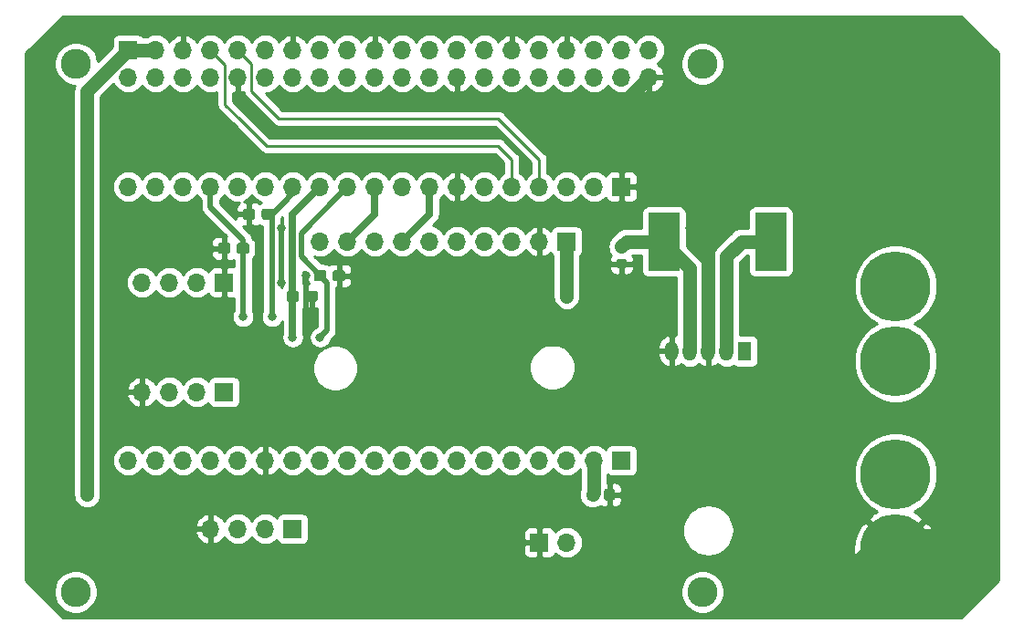
<source format=gbr>
G04 #@! TF.GenerationSoftware,KiCad,Pcbnew,5.0.2-bee76a0~70~ubuntu18.04.1*
G04 #@! TF.CreationDate,2019-11-21T17:40:54+09:00*
G04 #@! TF.ProjectId,Drone,44726f6e-652e-46b6-9963-61645f706362,rev?*
G04 #@! TF.SameCoordinates,Original*
G04 #@! TF.FileFunction,Copper,L1,Top*
G04 #@! TF.FilePolarity,Positive*
%FSLAX46Y46*%
G04 Gerber Fmt 4.6, Leading zero omitted, Abs format (unit mm)*
G04 Created by KiCad (PCBNEW 5.0.2-bee76a0~70~ubuntu18.04.1) date 2019年11月21日 17時40分54秒*
%MOMM*%
%LPD*%
G01*
G04 APERTURE LIST*
G04 #@! TA.AperFunction,ComponentPad*
%ADD10O,1.275000X1.800000*%
G04 #@! TD*
G04 #@! TA.AperFunction,ComponentPad*
%ADD11R,1.275000X1.800000*%
G04 #@! TD*
G04 #@! TA.AperFunction,SMDPad,CuDef*
%ADD12R,2.900000X5.400000*%
G04 #@! TD*
G04 #@! TA.AperFunction,Conductor*
%ADD13C,0.100000*%
G04 #@! TD*
G04 #@! TA.AperFunction,SMDPad,CuDef*
%ADD14C,0.875000*%
G04 #@! TD*
G04 #@! TA.AperFunction,ComponentPad*
%ADD15O,1.700000X1.700000*%
G04 #@! TD*
G04 #@! TA.AperFunction,ComponentPad*
%ADD16R,1.700000X1.700000*%
G04 #@! TD*
G04 #@! TA.AperFunction,ComponentPad*
%ADD17C,6.500000*%
G04 #@! TD*
G04 #@! TA.AperFunction,SMDPad,CuDef*
%ADD18C,1.000000*%
G04 #@! TD*
G04 #@! TA.AperFunction,SMDPad,CuDef*
%ADD19C,1.050000*%
G04 #@! TD*
G04 #@! TA.AperFunction,ViaPad*
%ADD20C,2.780000*%
G04 #@! TD*
G04 #@! TA.AperFunction,ViaPad*
%ADD21C,0.800000*%
G04 #@! TD*
G04 #@! TA.AperFunction,Conductor*
%ADD22C,3.810000*%
G04 #@! TD*
G04 #@! TA.AperFunction,Conductor*
%ADD23C,1.270000*%
G04 #@! TD*
G04 #@! TA.AperFunction,Conductor*
%ADD24C,0.508000*%
G04 #@! TD*
G04 #@! TA.AperFunction,Conductor*
%ADD25C,0.254000*%
G04 #@! TD*
G04 #@! TA.AperFunction,Conductor*
%ADD26C,0.635000*%
G04 #@! TD*
G04 APERTURE END LIST*
D10*
G04 #@! TO.P,U1,5*
G04 #@! TO.N,GND*
X151950000Y-104140000D03*
G04 #@! TO.P,U1,4*
G04 #@! TO.N,Net-(C2-Pad1)*
X153650000Y-104140000D03*
G04 #@! TO.P,U1,3*
G04 #@! TO.N,GND*
X155350000Y-104140000D03*
G04 #@! TO.P,U1,2*
G04 #@! TO.N,Net-(D2-Pad1)*
X157050000Y-104140000D03*
D11*
G04 #@! TO.P,U1,1*
G04 #@! TO.N,BAT*
X158750000Y-104140000D03*
G04 #@! TD*
D12*
G04 #@! TO.P,L1,2*
G04 #@! TO.N,Net-(C2-Pad1)*
X151260000Y-93980000D03*
G04 #@! TO.P,L1,1*
G04 #@! TO.N,Net-(D2-Pad1)*
X161160000Y-93980000D03*
G04 #@! TD*
D13*
G04 #@! TO.N,GND*
G04 #@! TO.C,C2*
G36*
X147597691Y-95601053D02*
X147618926Y-95604203D01*
X147639750Y-95609419D01*
X147659962Y-95616651D01*
X147679368Y-95625830D01*
X147697781Y-95636866D01*
X147715024Y-95649654D01*
X147730930Y-95664070D01*
X147745346Y-95679976D01*
X147758134Y-95697219D01*
X147769170Y-95715632D01*
X147778349Y-95735038D01*
X147785581Y-95755250D01*
X147790797Y-95776074D01*
X147793947Y-95797309D01*
X147795000Y-95818750D01*
X147795000Y-96256250D01*
X147793947Y-96277691D01*
X147790797Y-96298926D01*
X147785581Y-96319750D01*
X147778349Y-96339962D01*
X147769170Y-96359368D01*
X147758134Y-96377781D01*
X147745346Y-96395024D01*
X147730930Y-96410930D01*
X147715024Y-96425346D01*
X147697781Y-96438134D01*
X147679368Y-96449170D01*
X147659962Y-96458349D01*
X147639750Y-96465581D01*
X147618926Y-96470797D01*
X147597691Y-96473947D01*
X147576250Y-96475000D01*
X147063750Y-96475000D01*
X147042309Y-96473947D01*
X147021074Y-96470797D01*
X147000250Y-96465581D01*
X146980038Y-96458349D01*
X146960632Y-96449170D01*
X146942219Y-96438134D01*
X146924976Y-96425346D01*
X146909070Y-96410930D01*
X146894654Y-96395024D01*
X146881866Y-96377781D01*
X146870830Y-96359368D01*
X146861651Y-96339962D01*
X146854419Y-96319750D01*
X146849203Y-96298926D01*
X146846053Y-96277691D01*
X146845000Y-96256250D01*
X146845000Y-95818750D01*
X146846053Y-95797309D01*
X146849203Y-95776074D01*
X146854419Y-95755250D01*
X146861651Y-95735038D01*
X146870830Y-95715632D01*
X146881866Y-95697219D01*
X146894654Y-95679976D01*
X146909070Y-95664070D01*
X146924976Y-95649654D01*
X146942219Y-95636866D01*
X146960632Y-95625830D01*
X146980038Y-95616651D01*
X147000250Y-95609419D01*
X147021074Y-95604203D01*
X147042309Y-95601053D01*
X147063750Y-95600000D01*
X147576250Y-95600000D01*
X147597691Y-95601053D01*
X147597691Y-95601053D01*
G37*
D14*
G04 #@! TD*
G04 #@! TO.P,C2,2*
G04 #@! TO.N,GND*
X147320000Y-96037500D03*
D13*
G04 #@! TO.N,Net-(C2-Pad1)*
G04 #@! TO.C,C2*
G36*
X147597691Y-94026053D02*
X147618926Y-94029203D01*
X147639750Y-94034419D01*
X147659962Y-94041651D01*
X147679368Y-94050830D01*
X147697781Y-94061866D01*
X147715024Y-94074654D01*
X147730930Y-94089070D01*
X147745346Y-94104976D01*
X147758134Y-94122219D01*
X147769170Y-94140632D01*
X147778349Y-94160038D01*
X147785581Y-94180250D01*
X147790797Y-94201074D01*
X147793947Y-94222309D01*
X147795000Y-94243750D01*
X147795000Y-94681250D01*
X147793947Y-94702691D01*
X147790797Y-94723926D01*
X147785581Y-94744750D01*
X147778349Y-94764962D01*
X147769170Y-94784368D01*
X147758134Y-94802781D01*
X147745346Y-94820024D01*
X147730930Y-94835930D01*
X147715024Y-94850346D01*
X147697781Y-94863134D01*
X147679368Y-94874170D01*
X147659962Y-94883349D01*
X147639750Y-94890581D01*
X147618926Y-94895797D01*
X147597691Y-94898947D01*
X147576250Y-94900000D01*
X147063750Y-94900000D01*
X147042309Y-94898947D01*
X147021074Y-94895797D01*
X147000250Y-94890581D01*
X146980038Y-94883349D01*
X146960632Y-94874170D01*
X146942219Y-94863134D01*
X146924976Y-94850346D01*
X146909070Y-94835930D01*
X146894654Y-94820024D01*
X146881866Y-94802781D01*
X146870830Y-94784368D01*
X146861651Y-94764962D01*
X146854419Y-94744750D01*
X146849203Y-94723926D01*
X146846053Y-94702691D01*
X146845000Y-94681250D01*
X146845000Y-94243750D01*
X146846053Y-94222309D01*
X146849203Y-94201074D01*
X146854419Y-94180250D01*
X146861651Y-94160038D01*
X146870830Y-94140632D01*
X146881866Y-94122219D01*
X146894654Y-94104976D01*
X146909070Y-94089070D01*
X146924976Y-94074654D01*
X146942219Y-94061866D01*
X146960632Y-94050830D01*
X146980038Y-94041651D01*
X147000250Y-94034419D01*
X147021074Y-94029203D01*
X147042309Y-94026053D01*
X147063750Y-94025000D01*
X147576250Y-94025000D01*
X147597691Y-94026053D01*
X147597691Y-94026053D01*
G37*
D14*
G04 #@! TD*
G04 #@! TO.P,C2,1*
G04 #@! TO.N,Net-(C2-Pad1)*
X147320000Y-94462500D03*
D15*
G04 #@! TO.P,J11,2*
G04 #@! TO.N,5V*
X142240000Y-121920000D03*
D16*
G04 #@! TO.P,J11,1*
G04 #@! TO.N,GND*
X139700000Y-121920000D03*
G04 #@! TD*
G04 #@! TO.P,J9,1*
G04 #@! TO.N,3V3*
X110490000Y-107950000D03*
D15*
G04 #@! TO.P,J9,2*
X107950000Y-107950000D03*
G04 #@! TO.P,J9,3*
G04 #@! TO.N,CSBN*
X105410000Y-107950000D03*
G04 #@! TO.P,J9,4*
G04 #@! TO.N,GND*
X102870000Y-107950000D03*
G04 #@! TD*
D17*
G04 #@! TO.P,J10,2*
G04 #@! TO.N,BAT*
X172720000Y-105075000D03*
G04 #@! TO.P,J10,1*
G04 #@! TO.N,ESC_GND*
X172720000Y-98125000D03*
G04 #@! TD*
G04 #@! TO.P,J2,2*
G04 #@! TO.N,BAT*
X172720000Y-115570000D03*
G04 #@! TO.P,J2,1*
G04 #@! TO.N,GND*
X172720000Y-122520000D03*
G04 #@! TD*
D13*
G04 #@! TO.N,GND*
G04 #@! TO.C,C3*
G36*
X146477004Y-116926204D02*
X146501273Y-116929804D01*
X146525071Y-116935765D01*
X146548171Y-116944030D01*
X146570349Y-116954520D01*
X146591393Y-116967133D01*
X146611098Y-116981747D01*
X146629277Y-116998223D01*
X146645753Y-117016402D01*
X146660367Y-117036107D01*
X146672980Y-117057151D01*
X146683470Y-117079329D01*
X146691735Y-117102429D01*
X146697696Y-117126227D01*
X146701296Y-117150496D01*
X146702500Y-117175000D01*
X146702500Y-117775000D01*
X146701296Y-117799504D01*
X146697696Y-117823773D01*
X146691735Y-117847571D01*
X146683470Y-117870671D01*
X146672980Y-117892849D01*
X146660367Y-117913893D01*
X146645753Y-117933598D01*
X146629277Y-117951777D01*
X146611098Y-117968253D01*
X146591393Y-117982867D01*
X146570349Y-117995480D01*
X146548171Y-118005970D01*
X146525071Y-118014235D01*
X146501273Y-118020196D01*
X146477004Y-118023796D01*
X146452500Y-118025000D01*
X145952500Y-118025000D01*
X145927996Y-118023796D01*
X145903727Y-118020196D01*
X145879929Y-118014235D01*
X145856829Y-118005970D01*
X145834651Y-117995480D01*
X145813607Y-117982867D01*
X145793902Y-117968253D01*
X145775723Y-117951777D01*
X145759247Y-117933598D01*
X145744633Y-117913893D01*
X145732020Y-117892849D01*
X145721530Y-117870671D01*
X145713265Y-117847571D01*
X145707304Y-117823773D01*
X145703704Y-117799504D01*
X145702500Y-117775000D01*
X145702500Y-117175000D01*
X145703704Y-117150496D01*
X145707304Y-117126227D01*
X145713265Y-117102429D01*
X145721530Y-117079329D01*
X145732020Y-117057151D01*
X145744633Y-117036107D01*
X145759247Y-117016402D01*
X145775723Y-116998223D01*
X145793902Y-116981747D01*
X145813607Y-116967133D01*
X145834651Y-116954520D01*
X145856829Y-116944030D01*
X145879929Y-116935765D01*
X145903727Y-116929804D01*
X145927996Y-116926204D01*
X145952500Y-116925000D01*
X146452500Y-116925000D01*
X146477004Y-116926204D01*
X146477004Y-116926204D01*
G37*
D18*
G04 #@! TD*
G04 #@! TO.P,C3,1*
G04 #@! TO.N,GND*
X146202500Y-117475000D03*
D13*
G04 #@! TO.N,EN*
G04 #@! TO.C,C3*
G36*
X144902004Y-116926204D02*
X144926273Y-116929804D01*
X144950071Y-116935765D01*
X144973171Y-116944030D01*
X144995349Y-116954520D01*
X145016393Y-116967133D01*
X145036098Y-116981747D01*
X145054277Y-116998223D01*
X145070753Y-117016402D01*
X145085367Y-117036107D01*
X145097980Y-117057151D01*
X145108470Y-117079329D01*
X145116735Y-117102429D01*
X145122696Y-117126227D01*
X145126296Y-117150496D01*
X145127500Y-117175000D01*
X145127500Y-117775000D01*
X145126296Y-117799504D01*
X145122696Y-117823773D01*
X145116735Y-117847571D01*
X145108470Y-117870671D01*
X145097980Y-117892849D01*
X145085367Y-117913893D01*
X145070753Y-117933598D01*
X145054277Y-117951777D01*
X145036098Y-117968253D01*
X145016393Y-117982867D01*
X144995349Y-117995480D01*
X144973171Y-118005970D01*
X144950071Y-118014235D01*
X144926273Y-118020196D01*
X144902004Y-118023796D01*
X144877500Y-118025000D01*
X144377500Y-118025000D01*
X144352996Y-118023796D01*
X144328727Y-118020196D01*
X144304929Y-118014235D01*
X144281829Y-118005970D01*
X144259651Y-117995480D01*
X144238607Y-117982867D01*
X144218902Y-117968253D01*
X144200723Y-117951777D01*
X144184247Y-117933598D01*
X144169633Y-117913893D01*
X144157020Y-117892849D01*
X144146530Y-117870671D01*
X144138265Y-117847571D01*
X144132304Y-117823773D01*
X144128704Y-117799504D01*
X144127500Y-117775000D01*
X144127500Y-117175000D01*
X144128704Y-117150496D01*
X144132304Y-117126227D01*
X144138265Y-117102429D01*
X144146530Y-117079329D01*
X144157020Y-117057151D01*
X144169633Y-117036107D01*
X144184247Y-117016402D01*
X144200723Y-116998223D01*
X144218902Y-116981747D01*
X144238607Y-116967133D01*
X144259651Y-116954520D01*
X144281829Y-116944030D01*
X144304929Y-116935765D01*
X144328727Y-116929804D01*
X144352996Y-116926204D01*
X144377500Y-116925000D01*
X144877500Y-116925000D01*
X144902004Y-116926204D01*
X144902004Y-116926204D01*
G37*
D18*
G04 #@! TD*
G04 #@! TO.P,C3,2*
G04 #@! TO.N,EN*
X144627500Y-117475000D03*
D15*
G04 #@! TO.P,J3,19*
G04 #@! TO.N,Net-(D6-Pad1)*
X101600000Y-114300000D03*
G04 #@! TO.P,J3,18*
G04 #@! TO.N,CMD*
X104140000Y-114300000D03*
G04 #@! TO.P,J3,17*
G04 #@! TO.N,SD3*
X106680000Y-114300000D03*
G04 #@! TO.P,J3,16*
G04 #@! TO.N,SD2*
X109220000Y-114300000D03*
G04 #@! TO.P,J3,15*
G04 #@! TO.N,Echo*
X111760000Y-114300000D03*
G04 #@! TO.P,J3,14*
G04 #@! TO.N,GND*
X114300000Y-114300000D03*
G04 #@! TO.P,J3,13*
G04 #@! TO.N,GPIO12*
X116840000Y-114300000D03*
G04 #@! TO.P,J3,12*
G04 #@! TO.N,CSBN*
X119380000Y-114300000D03*
G04 #@! TO.P,J3,11*
G04 #@! TO.N,GPIO27*
X121920000Y-114300000D03*
G04 #@! TO.P,J3,10*
G04 #@! TO.N,GPIO26*
X124460000Y-114300000D03*
G04 #@! TO.P,J3,9*
G04 #@! TO.N,GPIO25*
X127000000Y-114300000D03*
G04 #@! TO.P,J3,8*
G04 #@! TO.N,GPIO33*
X129540000Y-114300000D03*
G04 #@! TO.P,J3,7*
G04 #@! TO.N,GPIO32*
X132080000Y-114300000D03*
G04 #@! TO.P,J3,6*
G04 #@! TO.N,GPIO35*
X134620000Y-114300000D03*
G04 #@! TO.P,J3,5*
G04 #@! TO.N,GPIO34*
X137160000Y-114300000D03*
G04 #@! TO.P,J3,4*
G04 #@! TO.N,VN*
X139700000Y-114300000D03*
G04 #@! TO.P,J3,3*
G04 #@! TO.N,VP*
X142240000Y-114300000D03*
G04 #@! TO.P,J3,2*
G04 #@! TO.N,EN*
X144780000Y-114300000D03*
D16*
G04 #@! TO.P,J3,1*
G04 #@! TO.N,3V3*
X147320000Y-114300000D03*
G04 #@! TD*
G04 #@! TO.P,J4,1*
G04 #@! TO.N,5V*
X101600000Y-76200000D03*
D15*
G04 #@! TO.P,J4,2*
G04 #@! TO.N,3V3*
X101600000Y-78740000D03*
G04 #@! TO.P,J4,3*
G04 #@! TO.N,5V*
X104140000Y-76200000D03*
G04 #@! TO.P,J4,4*
G04 #@! TO.N,Net-(J4-Pad4)*
X104140000Y-78740000D03*
G04 #@! TO.P,J4,5*
G04 #@! TO.N,GND*
X106680000Y-76200000D03*
G04 #@! TO.P,J4,6*
G04 #@! TO.N,Net-(J4-Pad6)*
X106680000Y-78740000D03*
G04 #@! TO.P,J4,7*
G04 #@! TO.N,PI_UART_TX*
X109220000Y-76200000D03*
G04 #@! TO.P,J4,8*
G04 #@! TO.N,Net-(J4-Pad8)*
X109220000Y-78740000D03*
G04 #@! TO.P,J4,9*
G04 #@! TO.N,PI_UART_RX*
X111760000Y-76200000D03*
G04 #@! TO.P,J4,10*
G04 #@! TO.N,GND*
X111760000Y-78740000D03*
G04 #@! TO.P,J4,11*
G04 #@! TO.N,Net-(J4-Pad11)*
X114300000Y-76200000D03*
G04 #@! TO.P,J4,12*
G04 #@! TO.N,Net-(J4-Pad12)*
X114300000Y-78740000D03*
G04 #@! TO.P,J4,13*
G04 #@! TO.N,GND*
X116840000Y-76200000D03*
G04 #@! TO.P,J4,14*
G04 #@! TO.N,Net-(J4-Pad14)*
X116840000Y-78740000D03*
G04 #@! TO.P,J4,15*
G04 #@! TO.N,PI_PIGPIO_TX*
X119380000Y-76200000D03*
G04 #@! TO.P,J4,16*
G04 #@! TO.N,Net-(J4-Pad16)*
X119380000Y-78740000D03*
G04 #@! TO.P,J4,17*
G04 #@! TO.N,PI_PIGPIO_RX*
X121920000Y-76200000D03*
G04 #@! TO.P,J4,18*
G04 #@! TO.N,3V3*
X121920000Y-78740000D03*
G04 #@! TO.P,J4,19*
G04 #@! TO.N,GND*
X124460000Y-76200000D03*
G04 #@! TO.P,J4,20*
G04 #@! TO.N,PI_GPIO10*
X124460000Y-78740000D03*
G04 #@! TO.P,J4,21*
G04 #@! TO.N,Net-(J4-Pad21)*
X127000000Y-76200000D03*
G04 #@! TO.P,J4,22*
G04 #@! TO.N,PI_GPIO9*
X127000000Y-78740000D03*
G04 #@! TO.P,J4,23*
G04 #@! TO.N,PI_GPIO8*
X129540000Y-76200000D03*
G04 #@! TO.P,J4,24*
G04 #@! TO.N,PI_GPIO11*
X129540000Y-78740000D03*
G04 #@! TO.P,J4,25*
G04 #@! TO.N,Net-(J4-Pad25)*
X132080000Y-76200000D03*
G04 #@! TO.P,J4,26*
G04 #@! TO.N,GND*
X132080000Y-78740000D03*
G04 #@! TO.P,J4,27*
G04 #@! TO.N,Net-(J4-Pad27)*
X134620000Y-76200000D03*
G04 #@! TO.P,J4,28*
G04 #@! TO.N,Net-(J4-Pad28)*
X134620000Y-78740000D03*
G04 #@! TO.P,J4,29*
G04 #@! TO.N,GND*
X137160000Y-76200000D03*
G04 #@! TO.P,J4,30*
G04 #@! TO.N,Net-(J4-Pad30)*
X137160000Y-78740000D03*
G04 #@! TO.P,J4,31*
G04 #@! TO.N,Net-(J4-Pad31)*
X139700000Y-76200000D03*
G04 #@! TO.P,J4,32*
G04 #@! TO.N,Net-(J4-Pad32)*
X139700000Y-78740000D03*
G04 #@! TO.P,J4,33*
G04 #@! TO.N,GND*
X142240000Y-76200000D03*
G04 #@! TO.P,J4,34*
G04 #@! TO.N,Net-(J4-Pad34)*
X142240000Y-78740000D03*
G04 #@! TO.P,J4,35*
G04 #@! TO.N,Net-(J4-Pad35)*
X144780000Y-76200000D03*
G04 #@! TO.P,J4,36*
G04 #@! TO.N,Net-(J4-Pad36)*
X144780000Y-78740000D03*
G04 #@! TO.P,J4,37*
G04 #@! TO.N,Net-(J4-Pad37)*
X147320000Y-76200000D03*
G04 #@! TO.P,J4,38*
G04 #@! TO.N,Net-(J4-Pad38)*
X147320000Y-78740000D03*
G04 #@! TO.P,J4,39*
G04 #@! TO.N,Net-(J4-Pad39)*
X149860000Y-76200000D03*
G04 #@! TO.P,J4,40*
G04 #@! TO.N,GND*
X149860000Y-78740000D03*
G04 #@! TD*
D16*
G04 #@! TO.P,J5,1*
G04 #@! TO.N,GND*
X147320000Y-88900000D03*
D15*
G04 #@! TO.P,J5,2*
G04 #@! TO.N,GPIO23*
X144780000Y-88900000D03*
G04 #@! TO.P,J5,3*
G04 #@! TO.N,GPIO22*
X142240000Y-88900000D03*
G04 #@! TO.P,J5,4*
G04 #@! TO.N,PI_UART_RX*
X139700000Y-88900000D03*
G04 #@! TO.P,J5,5*
G04 #@! TO.N,PI_UART_TX*
X137160000Y-88900000D03*
G04 #@! TO.P,J5,6*
G04 #@! TO.N,GPIO21*
X134620000Y-88900000D03*
G04 #@! TO.P,J5,7*
G04 #@! TO.N,GND*
X132080000Y-88900000D03*
G04 #@! TO.P,J5,8*
G04 #@! TO.N,ADO*
X129540000Y-88900000D03*
G04 #@! TO.P,J5,9*
G04 #@! TO.N,GPIO18*
X127000000Y-88900000D03*
G04 #@! TO.P,J5,10*
G04 #@! TO.N,GPIO5*
X124460000Y-88900000D03*
G04 #@! TO.P,J5,11*
G04 #@! TO.N,GPIO17*
X121920000Y-88900000D03*
G04 #@! TO.P,J5,12*
G04 #@! TO.N,GPIO16*
X119380000Y-88900000D03*
G04 #@! TO.P,J5,13*
G04 #@! TO.N,GPIO4*
X116840000Y-88900000D03*
G04 #@! TO.P,J5,14*
G04 #@! TO.N,GPIO0*
X114300000Y-88900000D03*
G04 #@! TO.P,J5,15*
G04 #@! TO.N,GPIO2*
X111760000Y-88900000D03*
G04 #@! TO.P,J5,16*
G04 #@! TO.N,GPIO15*
X109220000Y-88900000D03*
G04 #@! TO.P,J5,17*
G04 #@! TO.N,SD1*
X106680000Y-88900000D03*
G04 #@! TO.P,J5,18*
G04 #@! TO.N,SD0*
X104140000Y-88900000D03*
G04 #@! TO.P,J5,19*
G04 #@! TO.N,CLK*
X101600000Y-88900000D03*
G04 #@! TD*
D16*
G04 #@! TO.P,J6,1*
G04 #@! TO.N,GND*
X110490000Y-97790000D03*
D15*
G04 #@! TO.P,J6,2*
G04 #@! TO.N,ADO*
X107950000Y-97790000D03*
G04 #@! TO.P,J6,3*
G04 #@! TO.N,GPIO18*
X105410000Y-97790000D03*
G04 #@! TO.P,J6,4*
G04 #@! TO.N,GPIO23*
X102870000Y-97790000D03*
G04 #@! TD*
D16*
G04 #@! TO.P,J7,1*
G04 #@! TO.N,5V*
X116840000Y-120650000D03*
D15*
G04 #@! TO.P,J7,2*
G04 #@! TO.N,GPIO12*
X114300000Y-120650000D03*
G04 #@! TO.P,J7,3*
G04 #@! TO.N,Echo*
X111760000Y-120650000D03*
G04 #@! TO.P,J7,4*
G04 #@! TO.N,GND*
X109220000Y-120650000D03*
G04 #@! TD*
D16*
G04 #@! TO.P,J8,1*
G04 #@! TO.N,3V3*
X142240000Y-93980000D03*
D15*
G04 #@! TO.P,J8,2*
G04 #@! TO.N,GND*
X139700000Y-93980000D03*
G04 #@! TO.P,J8,3*
G04 #@! TO.N,GPIO18*
X137160000Y-93980000D03*
G04 #@! TO.P,J8,4*
G04 #@! TO.N,GPIO23*
X134620000Y-93980000D03*
G04 #@! TO.P,J8,5*
G04 #@! TO.N,EDA*
X132080000Y-93980000D03*
G04 #@! TO.P,J8,6*
G04 #@! TO.N,ECL*
X129540000Y-93980000D03*
G04 #@! TO.P,J8,7*
G04 #@! TO.N,ADO*
X127000000Y-93980000D03*
G04 #@! TO.P,J8,8*
G04 #@! TO.N,INT*
X124460000Y-93980000D03*
G04 #@! TO.P,J8,9*
G04 #@! TO.N,GPIO5*
X121920000Y-93980000D03*
G04 #@! TO.P,J8,10*
G04 #@! TO.N,FSYNC*
X119380000Y-93980000D03*
G04 #@! TD*
D13*
G04 #@! TO.N,GND*
G04 #@! TO.C,R3*
G36*
X110828229Y-94091264D02*
X110853711Y-94095044D01*
X110878700Y-94101303D01*
X110902954Y-94109982D01*
X110926242Y-94120996D01*
X110948337Y-94134239D01*
X110969028Y-94149585D01*
X110988116Y-94166884D01*
X111005415Y-94185972D01*
X111020761Y-94206663D01*
X111034004Y-94228758D01*
X111045018Y-94252046D01*
X111053697Y-94276300D01*
X111059956Y-94301289D01*
X111063736Y-94326771D01*
X111065000Y-94352500D01*
X111065000Y-94877500D01*
X111063736Y-94903229D01*
X111059956Y-94928711D01*
X111053697Y-94953700D01*
X111045018Y-94977954D01*
X111034004Y-95001242D01*
X111020761Y-95023337D01*
X111005415Y-95044028D01*
X110988116Y-95063116D01*
X110969028Y-95080415D01*
X110948337Y-95095761D01*
X110926242Y-95109004D01*
X110902954Y-95120018D01*
X110878700Y-95128697D01*
X110853711Y-95134956D01*
X110828229Y-95138736D01*
X110802500Y-95140000D01*
X110177500Y-95140000D01*
X110151771Y-95138736D01*
X110126289Y-95134956D01*
X110101300Y-95128697D01*
X110077046Y-95120018D01*
X110053758Y-95109004D01*
X110031663Y-95095761D01*
X110010972Y-95080415D01*
X109991884Y-95063116D01*
X109974585Y-95044028D01*
X109959239Y-95023337D01*
X109945996Y-95001242D01*
X109934982Y-94977954D01*
X109926303Y-94953700D01*
X109920044Y-94928711D01*
X109916264Y-94903229D01*
X109915000Y-94877500D01*
X109915000Y-94352500D01*
X109916264Y-94326771D01*
X109920044Y-94301289D01*
X109926303Y-94276300D01*
X109934982Y-94252046D01*
X109945996Y-94228758D01*
X109959239Y-94206663D01*
X109974585Y-94185972D01*
X109991884Y-94166884D01*
X110010972Y-94149585D01*
X110031663Y-94134239D01*
X110053758Y-94120996D01*
X110077046Y-94109982D01*
X110101300Y-94101303D01*
X110126289Y-94095044D01*
X110151771Y-94091264D01*
X110177500Y-94090000D01*
X110802500Y-94090000D01*
X110828229Y-94091264D01*
X110828229Y-94091264D01*
G37*
D19*
G04 #@! TD*
G04 #@! TO.P,R3,2*
G04 #@! TO.N,GND*
X110490000Y-94615000D03*
D13*
G04 #@! TO.N,GPIO15*
G04 #@! TO.C,R3*
G36*
X112578229Y-94091264D02*
X112603711Y-94095044D01*
X112628700Y-94101303D01*
X112652954Y-94109982D01*
X112676242Y-94120996D01*
X112698337Y-94134239D01*
X112719028Y-94149585D01*
X112738116Y-94166884D01*
X112755415Y-94185972D01*
X112770761Y-94206663D01*
X112784004Y-94228758D01*
X112795018Y-94252046D01*
X112803697Y-94276300D01*
X112809956Y-94301289D01*
X112813736Y-94326771D01*
X112815000Y-94352500D01*
X112815000Y-94877500D01*
X112813736Y-94903229D01*
X112809956Y-94928711D01*
X112803697Y-94953700D01*
X112795018Y-94977954D01*
X112784004Y-95001242D01*
X112770761Y-95023337D01*
X112755415Y-95044028D01*
X112738116Y-95063116D01*
X112719028Y-95080415D01*
X112698337Y-95095761D01*
X112676242Y-95109004D01*
X112652954Y-95120018D01*
X112628700Y-95128697D01*
X112603711Y-95134956D01*
X112578229Y-95138736D01*
X112552500Y-95140000D01*
X111927500Y-95140000D01*
X111901771Y-95138736D01*
X111876289Y-95134956D01*
X111851300Y-95128697D01*
X111827046Y-95120018D01*
X111803758Y-95109004D01*
X111781663Y-95095761D01*
X111760972Y-95080415D01*
X111741884Y-95063116D01*
X111724585Y-95044028D01*
X111709239Y-95023337D01*
X111695996Y-95001242D01*
X111684982Y-94977954D01*
X111676303Y-94953700D01*
X111670044Y-94928711D01*
X111666264Y-94903229D01*
X111665000Y-94877500D01*
X111665000Y-94352500D01*
X111666264Y-94326771D01*
X111670044Y-94301289D01*
X111676303Y-94276300D01*
X111684982Y-94252046D01*
X111695996Y-94228758D01*
X111709239Y-94206663D01*
X111724585Y-94185972D01*
X111741884Y-94166884D01*
X111760972Y-94149585D01*
X111781663Y-94134239D01*
X111803758Y-94120996D01*
X111827046Y-94109982D01*
X111851300Y-94101303D01*
X111876289Y-94095044D01*
X111901771Y-94091264D01*
X111927500Y-94090000D01*
X112552500Y-94090000D01*
X112578229Y-94091264D01*
X112578229Y-94091264D01*
G37*
D19*
G04 #@! TD*
G04 #@! TO.P,R3,1*
G04 #@! TO.N,GPIO15*
X112240000Y-94615000D03*
D13*
G04 #@! TO.N,GND*
G04 #@! TO.C,R5*
G36*
X118928229Y-98536264D02*
X118953711Y-98540044D01*
X118978700Y-98546303D01*
X119002954Y-98554982D01*
X119026242Y-98565996D01*
X119048337Y-98579239D01*
X119069028Y-98594585D01*
X119088116Y-98611884D01*
X119105415Y-98630972D01*
X119120761Y-98651663D01*
X119134004Y-98673758D01*
X119145018Y-98697046D01*
X119153697Y-98721300D01*
X119159956Y-98746289D01*
X119163736Y-98771771D01*
X119165000Y-98797500D01*
X119165000Y-99322500D01*
X119163736Y-99348229D01*
X119159956Y-99373711D01*
X119153697Y-99398700D01*
X119145018Y-99422954D01*
X119134004Y-99446242D01*
X119120761Y-99468337D01*
X119105415Y-99489028D01*
X119088116Y-99508116D01*
X119069028Y-99525415D01*
X119048337Y-99540761D01*
X119026242Y-99554004D01*
X119002954Y-99565018D01*
X118978700Y-99573697D01*
X118953711Y-99579956D01*
X118928229Y-99583736D01*
X118902500Y-99585000D01*
X118277500Y-99585000D01*
X118251771Y-99583736D01*
X118226289Y-99579956D01*
X118201300Y-99573697D01*
X118177046Y-99565018D01*
X118153758Y-99554004D01*
X118131663Y-99540761D01*
X118110972Y-99525415D01*
X118091884Y-99508116D01*
X118074585Y-99489028D01*
X118059239Y-99468337D01*
X118045996Y-99446242D01*
X118034982Y-99422954D01*
X118026303Y-99398700D01*
X118020044Y-99373711D01*
X118016264Y-99348229D01*
X118015000Y-99322500D01*
X118015000Y-98797500D01*
X118016264Y-98771771D01*
X118020044Y-98746289D01*
X118026303Y-98721300D01*
X118034982Y-98697046D01*
X118045996Y-98673758D01*
X118059239Y-98651663D01*
X118074585Y-98630972D01*
X118091884Y-98611884D01*
X118110972Y-98594585D01*
X118131663Y-98579239D01*
X118153758Y-98565996D01*
X118177046Y-98554982D01*
X118201300Y-98546303D01*
X118226289Y-98540044D01*
X118251771Y-98536264D01*
X118277500Y-98535000D01*
X118902500Y-98535000D01*
X118928229Y-98536264D01*
X118928229Y-98536264D01*
G37*
D19*
G04 #@! TD*
G04 #@! TO.P,R5,2*
G04 #@! TO.N,GND*
X118590000Y-99060000D03*
D13*
G04 #@! TO.N,GPIO16*
G04 #@! TO.C,R5*
G36*
X117178229Y-98536264D02*
X117203711Y-98540044D01*
X117228700Y-98546303D01*
X117252954Y-98554982D01*
X117276242Y-98565996D01*
X117298337Y-98579239D01*
X117319028Y-98594585D01*
X117338116Y-98611884D01*
X117355415Y-98630972D01*
X117370761Y-98651663D01*
X117384004Y-98673758D01*
X117395018Y-98697046D01*
X117403697Y-98721300D01*
X117409956Y-98746289D01*
X117413736Y-98771771D01*
X117415000Y-98797500D01*
X117415000Y-99322500D01*
X117413736Y-99348229D01*
X117409956Y-99373711D01*
X117403697Y-99398700D01*
X117395018Y-99422954D01*
X117384004Y-99446242D01*
X117370761Y-99468337D01*
X117355415Y-99489028D01*
X117338116Y-99508116D01*
X117319028Y-99525415D01*
X117298337Y-99540761D01*
X117276242Y-99554004D01*
X117252954Y-99565018D01*
X117228700Y-99573697D01*
X117203711Y-99579956D01*
X117178229Y-99583736D01*
X117152500Y-99585000D01*
X116527500Y-99585000D01*
X116501771Y-99583736D01*
X116476289Y-99579956D01*
X116451300Y-99573697D01*
X116427046Y-99565018D01*
X116403758Y-99554004D01*
X116381663Y-99540761D01*
X116360972Y-99525415D01*
X116341884Y-99508116D01*
X116324585Y-99489028D01*
X116309239Y-99468337D01*
X116295996Y-99446242D01*
X116284982Y-99422954D01*
X116276303Y-99398700D01*
X116270044Y-99373711D01*
X116266264Y-99348229D01*
X116265000Y-99322500D01*
X116265000Y-98797500D01*
X116266264Y-98771771D01*
X116270044Y-98746289D01*
X116276303Y-98721300D01*
X116284982Y-98697046D01*
X116295996Y-98673758D01*
X116309239Y-98651663D01*
X116324585Y-98630972D01*
X116341884Y-98611884D01*
X116360972Y-98594585D01*
X116381663Y-98579239D01*
X116403758Y-98565996D01*
X116427046Y-98554982D01*
X116451300Y-98546303D01*
X116476289Y-98540044D01*
X116501771Y-98536264D01*
X116527500Y-98535000D01*
X117152500Y-98535000D01*
X117178229Y-98536264D01*
X117178229Y-98536264D01*
G37*
D19*
G04 #@! TD*
G04 #@! TO.P,R5,1*
G04 #@! TO.N,GPIO16*
X116840000Y-99060000D03*
D13*
G04 #@! TO.N,GPIO17*
G04 #@! TO.C,R6*
G36*
X119718229Y-96631264D02*
X119743711Y-96635044D01*
X119768700Y-96641303D01*
X119792954Y-96649982D01*
X119816242Y-96660996D01*
X119838337Y-96674239D01*
X119859028Y-96689585D01*
X119878116Y-96706884D01*
X119895415Y-96725972D01*
X119910761Y-96746663D01*
X119924004Y-96768758D01*
X119935018Y-96792046D01*
X119943697Y-96816300D01*
X119949956Y-96841289D01*
X119953736Y-96866771D01*
X119955000Y-96892500D01*
X119955000Y-97417500D01*
X119953736Y-97443229D01*
X119949956Y-97468711D01*
X119943697Y-97493700D01*
X119935018Y-97517954D01*
X119924004Y-97541242D01*
X119910761Y-97563337D01*
X119895415Y-97584028D01*
X119878116Y-97603116D01*
X119859028Y-97620415D01*
X119838337Y-97635761D01*
X119816242Y-97649004D01*
X119792954Y-97660018D01*
X119768700Y-97668697D01*
X119743711Y-97674956D01*
X119718229Y-97678736D01*
X119692500Y-97680000D01*
X119067500Y-97680000D01*
X119041771Y-97678736D01*
X119016289Y-97674956D01*
X118991300Y-97668697D01*
X118967046Y-97660018D01*
X118943758Y-97649004D01*
X118921663Y-97635761D01*
X118900972Y-97620415D01*
X118881884Y-97603116D01*
X118864585Y-97584028D01*
X118849239Y-97563337D01*
X118835996Y-97541242D01*
X118824982Y-97517954D01*
X118816303Y-97493700D01*
X118810044Y-97468711D01*
X118806264Y-97443229D01*
X118805000Y-97417500D01*
X118805000Y-96892500D01*
X118806264Y-96866771D01*
X118810044Y-96841289D01*
X118816303Y-96816300D01*
X118824982Y-96792046D01*
X118835996Y-96768758D01*
X118849239Y-96746663D01*
X118864585Y-96725972D01*
X118881884Y-96706884D01*
X118900972Y-96689585D01*
X118921663Y-96674239D01*
X118943758Y-96660996D01*
X118967046Y-96649982D01*
X118991300Y-96641303D01*
X119016289Y-96635044D01*
X119041771Y-96631264D01*
X119067500Y-96630000D01*
X119692500Y-96630000D01*
X119718229Y-96631264D01*
X119718229Y-96631264D01*
G37*
D19*
G04 #@! TD*
G04 #@! TO.P,R6,1*
G04 #@! TO.N,GPIO17*
X119380000Y-97155000D03*
D13*
G04 #@! TO.N,GND*
G04 #@! TO.C,R6*
G36*
X121468229Y-96631264D02*
X121493711Y-96635044D01*
X121518700Y-96641303D01*
X121542954Y-96649982D01*
X121566242Y-96660996D01*
X121588337Y-96674239D01*
X121609028Y-96689585D01*
X121628116Y-96706884D01*
X121645415Y-96725972D01*
X121660761Y-96746663D01*
X121674004Y-96768758D01*
X121685018Y-96792046D01*
X121693697Y-96816300D01*
X121699956Y-96841289D01*
X121703736Y-96866771D01*
X121705000Y-96892500D01*
X121705000Y-97417500D01*
X121703736Y-97443229D01*
X121699956Y-97468711D01*
X121693697Y-97493700D01*
X121685018Y-97517954D01*
X121674004Y-97541242D01*
X121660761Y-97563337D01*
X121645415Y-97584028D01*
X121628116Y-97603116D01*
X121609028Y-97620415D01*
X121588337Y-97635761D01*
X121566242Y-97649004D01*
X121542954Y-97660018D01*
X121518700Y-97668697D01*
X121493711Y-97674956D01*
X121468229Y-97678736D01*
X121442500Y-97680000D01*
X120817500Y-97680000D01*
X120791771Y-97678736D01*
X120766289Y-97674956D01*
X120741300Y-97668697D01*
X120717046Y-97660018D01*
X120693758Y-97649004D01*
X120671663Y-97635761D01*
X120650972Y-97620415D01*
X120631884Y-97603116D01*
X120614585Y-97584028D01*
X120599239Y-97563337D01*
X120585996Y-97541242D01*
X120574982Y-97517954D01*
X120566303Y-97493700D01*
X120560044Y-97468711D01*
X120556264Y-97443229D01*
X120555000Y-97417500D01*
X120555000Y-96892500D01*
X120556264Y-96866771D01*
X120560044Y-96841289D01*
X120566303Y-96816300D01*
X120574982Y-96792046D01*
X120585996Y-96768758D01*
X120599239Y-96746663D01*
X120614585Y-96725972D01*
X120631884Y-96706884D01*
X120650972Y-96689585D01*
X120671663Y-96674239D01*
X120693758Y-96660996D01*
X120717046Y-96649982D01*
X120741300Y-96641303D01*
X120766289Y-96635044D01*
X120791771Y-96631264D01*
X120817500Y-96630000D01*
X121442500Y-96630000D01*
X121468229Y-96631264D01*
X121468229Y-96631264D01*
G37*
D19*
G04 #@! TD*
G04 #@! TO.P,R6,2*
G04 #@! TO.N,GND*
X121130000Y-97155000D03*
D13*
G04 #@! TO.N,GPIO4*
G04 #@! TO.C,R4*
G36*
X114878229Y-90916264D02*
X114903711Y-90920044D01*
X114928700Y-90926303D01*
X114952954Y-90934982D01*
X114976242Y-90945996D01*
X114998337Y-90959239D01*
X115019028Y-90974585D01*
X115038116Y-90991884D01*
X115055415Y-91010972D01*
X115070761Y-91031663D01*
X115084004Y-91053758D01*
X115095018Y-91077046D01*
X115103697Y-91101300D01*
X115109956Y-91126289D01*
X115113736Y-91151771D01*
X115115000Y-91177500D01*
X115115000Y-91702500D01*
X115113736Y-91728229D01*
X115109956Y-91753711D01*
X115103697Y-91778700D01*
X115095018Y-91802954D01*
X115084004Y-91826242D01*
X115070761Y-91848337D01*
X115055415Y-91869028D01*
X115038116Y-91888116D01*
X115019028Y-91905415D01*
X114998337Y-91920761D01*
X114976242Y-91934004D01*
X114952954Y-91945018D01*
X114928700Y-91953697D01*
X114903711Y-91959956D01*
X114878229Y-91963736D01*
X114852500Y-91965000D01*
X114227500Y-91965000D01*
X114201771Y-91963736D01*
X114176289Y-91959956D01*
X114151300Y-91953697D01*
X114127046Y-91945018D01*
X114103758Y-91934004D01*
X114081663Y-91920761D01*
X114060972Y-91905415D01*
X114041884Y-91888116D01*
X114024585Y-91869028D01*
X114009239Y-91848337D01*
X113995996Y-91826242D01*
X113984982Y-91802954D01*
X113976303Y-91778700D01*
X113970044Y-91753711D01*
X113966264Y-91728229D01*
X113965000Y-91702500D01*
X113965000Y-91177500D01*
X113966264Y-91151771D01*
X113970044Y-91126289D01*
X113976303Y-91101300D01*
X113984982Y-91077046D01*
X113995996Y-91053758D01*
X114009239Y-91031663D01*
X114024585Y-91010972D01*
X114041884Y-90991884D01*
X114060972Y-90974585D01*
X114081663Y-90959239D01*
X114103758Y-90945996D01*
X114127046Y-90934982D01*
X114151300Y-90926303D01*
X114176289Y-90920044D01*
X114201771Y-90916264D01*
X114227500Y-90915000D01*
X114852500Y-90915000D01*
X114878229Y-90916264D01*
X114878229Y-90916264D01*
G37*
D19*
G04 #@! TD*
G04 #@! TO.P,R4,1*
G04 #@! TO.N,GPIO4*
X114540000Y-91440000D03*
D13*
G04 #@! TO.N,GND*
G04 #@! TO.C,R4*
G36*
X113128229Y-90916264D02*
X113153711Y-90920044D01*
X113178700Y-90926303D01*
X113202954Y-90934982D01*
X113226242Y-90945996D01*
X113248337Y-90959239D01*
X113269028Y-90974585D01*
X113288116Y-90991884D01*
X113305415Y-91010972D01*
X113320761Y-91031663D01*
X113334004Y-91053758D01*
X113345018Y-91077046D01*
X113353697Y-91101300D01*
X113359956Y-91126289D01*
X113363736Y-91151771D01*
X113365000Y-91177500D01*
X113365000Y-91702500D01*
X113363736Y-91728229D01*
X113359956Y-91753711D01*
X113353697Y-91778700D01*
X113345018Y-91802954D01*
X113334004Y-91826242D01*
X113320761Y-91848337D01*
X113305415Y-91869028D01*
X113288116Y-91888116D01*
X113269028Y-91905415D01*
X113248337Y-91920761D01*
X113226242Y-91934004D01*
X113202954Y-91945018D01*
X113178700Y-91953697D01*
X113153711Y-91959956D01*
X113128229Y-91963736D01*
X113102500Y-91965000D01*
X112477500Y-91965000D01*
X112451771Y-91963736D01*
X112426289Y-91959956D01*
X112401300Y-91953697D01*
X112377046Y-91945018D01*
X112353758Y-91934004D01*
X112331663Y-91920761D01*
X112310972Y-91905415D01*
X112291884Y-91888116D01*
X112274585Y-91869028D01*
X112259239Y-91848337D01*
X112245996Y-91826242D01*
X112234982Y-91802954D01*
X112226303Y-91778700D01*
X112220044Y-91753711D01*
X112216264Y-91728229D01*
X112215000Y-91702500D01*
X112215000Y-91177500D01*
X112216264Y-91151771D01*
X112220044Y-91126289D01*
X112226303Y-91101300D01*
X112234982Y-91077046D01*
X112245996Y-91053758D01*
X112259239Y-91031663D01*
X112274585Y-91010972D01*
X112291884Y-90991884D01*
X112310972Y-90974585D01*
X112331663Y-90959239D01*
X112353758Y-90945996D01*
X112377046Y-90934982D01*
X112401300Y-90926303D01*
X112426289Y-90920044D01*
X112451771Y-90916264D01*
X112477500Y-90915000D01*
X113102500Y-90915000D01*
X113128229Y-90916264D01*
X113128229Y-90916264D01*
G37*
D19*
G04 #@! TD*
G04 #@! TO.P,R4,2*
G04 #@! TO.N,GND*
X112790000Y-91440000D03*
D20*
G04 #@! TO.N,*
X96774000Y-77470000D03*
X96710500Y-126492000D03*
X154813000Y-126492000D03*
X154813000Y-77470000D03*
D21*
G04 #@! TO.N,GND*
X157480000Y-91440000D03*
X154940000Y-93980000D03*
X154940000Y-91440000D03*
X156210000Y-92710000D03*
X153670000Y-92710000D03*
X158750000Y-90170000D03*
X156210000Y-90170000D03*
X153670000Y-90170000D03*
X118110000Y-97155000D03*
X139700000Y-83820000D03*
X134620000Y-83820000D03*
X161595000Y-109925000D03*
X113030000Y-92710000D03*
X109220000Y-92710000D03*
X115789000Y-92710000D03*
X115789000Y-97790000D03*
G04 #@! TO.N,5V*
X97790000Y-117475000D03*
G04 #@! TO.N,GPIO4*
X114935000Y-100965000D03*
G04 #@! TO.N,3V3*
X142240000Y-99060000D03*
G04 #@! TO.N,GPIO15*
X112240000Y-100965000D03*
G04 #@! TO.N,GPIO16*
X116840000Y-102870000D03*
G04 #@! TO.N,GPIO17*
X119380000Y-102870000D03*
X119380000Y-102870000D03*
G04 #@! TD*
D22*
G04 #@! TO.N,GND*
X173990000Y-123190000D02*
X176530000Y-125730000D01*
X172720000Y-123190000D02*
X173990000Y-123190000D01*
X171450000Y-123190000D02*
X168910000Y-125730000D01*
X172720000Y-123190000D02*
X171450000Y-123190000D01*
X172720000Y-122520000D02*
X177316194Y-122520000D01*
X177316194Y-122520000D02*
X177916194Y-121920000D01*
X172720000Y-122520000D02*
X172720000Y-127000000D01*
D23*
X149860000Y-78740000D02*
X144780000Y-83820000D01*
X144780000Y-83820000D02*
X139700000Y-83820000D01*
X155350000Y-94390000D02*
X154940000Y-93980000D01*
X155350000Y-104140000D02*
X155350000Y-94390000D01*
D24*
X118110000Y-97155000D02*
X118110000Y-100330000D01*
X112790000Y-91440000D02*
X112790000Y-92470000D01*
X112790000Y-92470000D02*
X113030000Y-92710000D01*
X115789000Y-92710000D02*
X115789000Y-97790000D01*
D22*
G04 #@! TO.N,BAT*
X172720000Y-105075000D02*
X171744598Y-105075000D01*
D23*
G04 #@! TO.N,5V*
X104140000Y-76200000D02*
X101600000Y-76200000D01*
X97790000Y-117475000D02*
X97790000Y-80010000D01*
X97790000Y-80010000D02*
X101600000Y-76200000D01*
G04 #@! TO.N,EN*
X144780000Y-117322500D02*
X144627500Y-117475000D01*
X144780000Y-114300000D02*
X144780000Y-117322500D01*
G04 #@! TO.N,Net-(D2-Pad1)*
X158440000Y-93980000D02*
X161160000Y-93980000D01*
X157050000Y-95370000D02*
X158440000Y-93980000D01*
X157050000Y-104140000D02*
X157050000Y-95370000D01*
D24*
G04 #@! TO.N,GPIO4*
X114863499Y-91511501D02*
X116205000Y-90170000D01*
X116840000Y-89535000D02*
X116205000Y-90170000D01*
X116205000Y-90170000D02*
X114935000Y-91440000D01*
X116840000Y-89535000D02*
X114935000Y-91440000D01*
X116840000Y-88900000D02*
X116840000Y-89535000D01*
X114935000Y-100965000D02*
X114935000Y-91440000D01*
D23*
G04 #@! TO.N,3V3*
X142240000Y-93980000D02*
X142240000Y-99060000D01*
D25*
G04 #@! TO.N,PI_UART_TX*
X114409524Y-85090000D02*
X135890000Y-85090000D01*
X111869524Y-82550000D02*
X114409524Y-85090000D01*
X135890000Y-85090000D02*
X137160000Y-86360000D01*
X137160000Y-88900000D02*
X137160000Y-86360000D01*
X110069999Y-77049999D02*
X109220000Y-76200000D01*
X110582999Y-77562999D02*
X110069999Y-77049999D01*
X110582999Y-81263475D02*
X110582999Y-77562999D01*
X111869524Y-82550000D02*
X110582999Y-81263475D01*
G04 #@! TO.N,PI_UART_RX*
X139700000Y-86360000D02*
X139700000Y-88900000D01*
X111760000Y-76200000D02*
X113030000Y-77470000D01*
X113030000Y-80010000D02*
X115570000Y-82550000D01*
X113030000Y-77470000D02*
X113030000Y-80010000D01*
X115570000Y-82550000D02*
X135890000Y-82550000D01*
X135890000Y-82550000D02*
X139700000Y-86360000D01*
D24*
G04 #@! TO.N,GPIO15*
X112240000Y-100965000D02*
X112240000Y-93825000D01*
X109220000Y-90102081D02*
X109220000Y-88900000D01*
X109220000Y-90805000D02*
X109220000Y-90102081D01*
X112240000Y-93825000D02*
X109220000Y-90805000D01*
D26*
G04 #@! TO.N,ADO*
X129540000Y-91440000D02*
X127000000Y-93980000D01*
X129540000Y-88900000D02*
X129540000Y-91440000D01*
G04 #@! TO.N,GPIO5*
X124460000Y-91440000D02*
X121920000Y-93980000D01*
X124460000Y-88900000D02*
X124460000Y-91440000D01*
G04 #@! TO.N,GPIO16*
X119380000Y-88900000D02*
X116840000Y-91440000D01*
X116840000Y-100330000D02*
X116840000Y-102870000D01*
X116840000Y-91440000D02*
X116840000Y-100330000D01*
D24*
G04 #@! TO.N,GPIO17*
X119380000Y-97155000D02*
X120015000Y-97790000D01*
X120015000Y-97790000D02*
X120015000Y-102235000D01*
X120015000Y-102235000D02*
X119380000Y-102870000D01*
X121070001Y-89749999D02*
X121920000Y-88900000D01*
X117611510Y-93208490D02*
X121070001Y-89749999D01*
X117611510Y-95386510D02*
X117611510Y-93208490D01*
X119380000Y-97155000D02*
X117611510Y-95386510D01*
D23*
G04 #@! TO.N,Net-(C2-Pad1)*
X147802500Y-93980000D02*
X147320000Y-94462500D01*
X151260000Y-93980000D02*
X147802500Y-93980000D01*
X151260000Y-93980000D02*
X151260000Y-94110000D01*
X153650000Y-96500000D02*
X153650000Y-104140000D01*
X151260000Y-94110000D02*
X153650000Y-96500000D01*
G04 #@! TD*
D25*
G04 #@! TO.N,GND*
G36*
X182220000Y-76473381D02*
X182220001Y-125456618D01*
X178796620Y-128880000D01*
X95523381Y-128880000D01*
X92935936Y-126292555D01*
X94685500Y-126292555D01*
X94685500Y-126691445D01*
X94763320Y-127082671D01*
X94915968Y-127451197D01*
X95137580Y-127782862D01*
X95419638Y-128064920D01*
X95751303Y-128286532D01*
X96119829Y-128439180D01*
X96511055Y-128517000D01*
X96909945Y-128517000D01*
X97301171Y-128439180D01*
X97669697Y-128286532D01*
X98001362Y-128064920D01*
X98283420Y-127782862D01*
X98505032Y-127451197D01*
X98657680Y-127082671D01*
X98735500Y-126691445D01*
X98735500Y-126292555D01*
X152788000Y-126292555D01*
X152788000Y-126691445D01*
X152865820Y-127082671D01*
X153018468Y-127451197D01*
X153240080Y-127782862D01*
X153522138Y-128064920D01*
X153853803Y-128286532D01*
X154222329Y-128439180D01*
X154613555Y-128517000D01*
X155012445Y-128517000D01*
X155403671Y-128439180D01*
X155772197Y-128286532D01*
X156103862Y-128064920D01*
X156385920Y-127782862D01*
X156607532Y-127451197D01*
X156760180Y-127082671D01*
X156838000Y-126691445D01*
X156838000Y-126292555D01*
X156760180Y-125901329D01*
X156607532Y-125532803D01*
X156422864Y-125256428D01*
X170163177Y-125256428D01*
X170529365Y-125751216D01*
X171201837Y-126116501D01*
X171932650Y-126343575D01*
X172693721Y-126423710D01*
X173455803Y-126353828D01*
X174189608Y-126136614D01*
X174866936Y-125780416D01*
X174910635Y-125751216D01*
X175276823Y-125256428D01*
X172720000Y-122699605D01*
X170163177Y-125256428D01*
X156422864Y-125256428D01*
X156385920Y-125201138D01*
X156103862Y-124919080D01*
X155772197Y-124697468D01*
X155403671Y-124544820D01*
X155012445Y-124467000D01*
X154613555Y-124467000D01*
X154222329Y-124544820D01*
X153853803Y-124697468D01*
X153522138Y-124919080D01*
X153240080Y-125201138D01*
X153018468Y-125532803D01*
X152865820Y-125901329D01*
X152788000Y-126292555D01*
X98735500Y-126292555D01*
X98657680Y-125901329D01*
X98505032Y-125532803D01*
X98283420Y-125201138D01*
X98001362Y-124919080D01*
X97669697Y-124697468D01*
X97301171Y-124544820D01*
X96909945Y-124467000D01*
X96511055Y-124467000D01*
X96119829Y-124544820D01*
X95751303Y-124697468D01*
X95419638Y-124919080D01*
X95137580Y-125201138D01*
X94915968Y-125532803D01*
X94763320Y-125901329D01*
X94685500Y-126292555D01*
X92935936Y-126292555D01*
X92100000Y-125456620D01*
X92100000Y-122205750D01*
X138215000Y-122205750D01*
X138215000Y-122832542D01*
X138239403Y-122955223D01*
X138287270Y-123070785D01*
X138356763Y-123174789D01*
X138445211Y-123263237D01*
X138549215Y-123332730D01*
X138664777Y-123380597D01*
X138787458Y-123405000D01*
X139414250Y-123405000D01*
X139573000Y-123246250D01*
X139573000Y-122047000D01*
X138373750Y-122047000D01*
X138215000Y-122205750D01*
X92100000Y-122205750D01*
X92100000Y-121006891D01*
X107778519Y-121006891D01*
X107875843Y-121281252D01*
X108024822Y-121531355D01*
X108219731Y-121747588D01*
X108453080Y-121921641D01*
X108715901Y-122046825D01*
X108863110Y-122091476D01*
X109093000Y-121970155D01*
X109093000Y-120777000D01*
X107899186Y-120777000D01*
X107778519Y-121006891D01*
X92100000Y-121006891D01*
X92100000Y-120293109D01*
X107778519Y-120293109D01*
X107899186Y-120523000D01*
X109093000Y-120523000D01*
X109093000Y-119329845D01*
X109347000Y-119329845D01*
X109347000Y-120523000D01*
X109367000Y-120523000D01*
X109367000Y-120777000D01*
X109347000Y-120777000D01*
X109347000Y-121970155D01*
X109576890Y-122091476D01*
X109724099Y-122046825D01*
X109986920Y-121921641D01*
X110220269Y-121747588D01*
X110415178Y-121531355D01*
X110484799Y-121414477D01*
X110519294Y-121479014D01*
X110704866Y-121705134D01*
X110930986Y-121890706D01*
X111188966Y-122028599D01*
X111468889Y-122113513D01*
X111687050Y-122135000D01*
X111832950Y-122135000D01*
X112051111Y-122113513D01*
X112331034Y-122028599D01*
X112589014Y-121890706D01*
X112815134Y-121705134D01*
X113000706Y-121479014D01*
X113030000Y-121424209D01*
X113059294Y-121479014D01*
X113244866Y-121705134D01*
X113470986Y-121890706D01*
X113728966Y-122028599D01*
X114008889Y-122113513D01*
X114227050Y-122135000D01*
X114372950Y-122135000D01*
X114591111Y-122113513D01*
X114871034Y-122028599D01*
X115129014Y-121890706D01*
X115355134Y-121705134D01*
X115379607Y-121675313D01*
X115400498Y-121744180D01*
X115459463Y-121854494D01*
X115538815Y-121951185D01*
X115635506Y-122030537D01*
X115745820Y-122089502D01*
X115865518Y-122125812D01*
X115990000Y-122138072D01*
X117690000Y-122138072D01*
X117814482Y-122125812D01*
X117934180Y-122089502D01*
X118044494Y-122030537D01*
X118141185Y-121951185D01*
X118220537Y-121854494D01*
X118279502Y-121744180D01*
X118315812Y-121624482D01*
X118328072Y-121500000D01*
X118328072Y-121007458D01*
X138215000Y-121007458D01*
X138215000Y-121634250D01*
X138373750Y-121793000D01*
X139573000Y-121793000D01*
X139573000Y-120593750D01*
X139827000Y-120593750D01*
X139827000Y-121793000D01*
X139847000Y-121793000D01*
X139847000Y-122047000D01*
X139827000Y-122047000D01*
X139827000Y-123246250D01*
X139985750Y-123405000D01*
X140612542Y-123405000D01*
X140735223Y-123380597D01*
X140850785Y-123332730D01*
X140954789Y-123263237D01*
X141043237Y-123174789D01*
X141112730Y-123070785D01*
X141160597Y-122955223D01*
X141162144Y-122947447D01*
X141184866Y-122975134D01*
X141410986Y-123160706D01*
X141668966Y-123298599D01*
X141948889Y-123383513D01*
X142167050Y-123405000D01*
X142312950Y-123405000D01*
X142531111Y-123383513D01*
X142811034Y-123298599D01*
X143069014Y-123160706D01*
X143295134Y-122975134D01*
X143480706Y-122749014D01*
X143618599Y-122491034D01*
X143703513Y-122211111D01*
X143732185Y-121920000D01*
X143703513Y-121628889D01*
X143618599Y-121348966D01*
X143480706Y-121090986D01*
X143295134Y-120864866D01*
X143216095Y-120800000D01*
X152953461Y-120800000D01*
X152999510Y-121267542D01*
X153135887Y-121717116D01*
X153357351Y-122131446D01*
X153655391Y-122494609D01*
X154018554Y-122792649D01*
X154432884Y-123014113D01*
X154882458Y-123150490D01*
X155232843Y-123185000D01*
X155467157Y-123185000D01*
X155817542Y-123150490D01*
X156267116Y-123014113D01*
X156681446Y-122792649D01*
X157044609Y-122494609D01*
X157045337Y-122493721D01*
X168816290Y-122493721D01*
X168886172Y-123255803D01*
X169103386Y-123989608D01*
X169459584Y-124666936D01*
X169488784Y-124710635D01*
X169983572Y-125076823D01*
X172540395Y-122520000D01*
X172899605Y-122520000D01*
X175456428Y-125076823D01*
X175951216Y-124710635D01*
X176316501Y-124038163D01*
X176543575Y-123307350D01*
X176623710Y-122546279D01*
X176553828Y-121784197D01*
X176336614Y-121050392D01*
X175980416Y-120373064D01*
X175951216Y-120329365D01*
X175456428Y-119963177D01*
X172899605Y-122520000D01*
X172540395Y-122520000D01*
X169983572Y-119963177D01*
X169488784Y-120329365D01*
X169123499Y-121001837D01*
X168896425Y-121732650D01*
X168816290Y-122493721D01*
X157045337Y-122493721D01*
X157342649Y-122131446D01*
X157564113Y-121717116D01*
X157700490Y-121267542D01*
X157746539Y-120800000D01*
X157700490Y-120332458D01*
X157564113Y-119882884D01*
X157342649Y-119468554D01*
X157044609Y-119105391D01*
X156681446Y-118807351D01*
X156267116Y-118585887D01*
X155817542Y-118449510D01*
X155467157Y-118415000D01*
X155232843Y-118415000D01*
X154882458Y-118449510D01*
X154432884Y-118585887D01*
X154018554Y-118807351D01*
X153655391Y-119105391D01*
X153357351Y-119468554D01*
X153135887Y-119882884D01*
X152999510Y-120332458D01*
X152953461Y-120800000D01*
X143216095Y-120800000D01*
X143069014Y-120679294D01*
X142811034Y-120541401D01*
X142531111Y-120456487D01*
X142312950Y-120435000D01*
X142167050Y-120435000D01*
X141948889Y-120456487D01*
X141668966Y-120541401D01*
X141410986Y-120679294D01*
X141184866Y-120864866D01*
X141162144Y-120892553D01*
X141160597Y-120884777D01*
X141112730Y-120769215D01*
X141043237Y-120665211D01*
X140954789Y-120576763D01*
X140850785Y-120507270D01*
X140735223Y-120459403D01*
X140612542Y-120435000D01*
X139985750Y-120435000D01*
X139827000Y-120593750D01*
X139573000Y-120593750D01*
X139414250Y-120435000D01*
X138787458Y-120435000D01*
X138664777Y-120459403D01*
X138549215Y-120507270D01*
X138445211Y-120576763D01*
X138356763Y-120665211D01*
X138287270Y-120769215D01*
X138239403Y-120884777D01*
X138215000Y-121007458D01*
X118328072Y-121007458D01*
X118328072Y-119800000D01*
X118315812Y-119675518D01*
X118279502Y-119555820D01*
X118220537Y-119445506D01*
X118141185Y-119348815D01*
X118044494Y-119269463D01*
X117934180Y-119210498D01*
X117814482Y-119174188D01*
X117690000Y-119161928D01*
X115990000Y-119161928D01*
X115865518Y-119174188D01*
X115745820Y-119210498D01*
X115635506Y-119269463D01*
X115538815Y-119348815D01*
X115459463Y-119445506D01*
X115400498Y-119555820D01*
X115379607Y-119624687D01*
X115355134Y-119594866D01*
X115129014Y-119409294D01*
X114871034Y-119271401D01*
X114591111Y-119186487D01*
X114372950Y-119165000D01*
X114227050Y-119165000D01*
X114008889Y-119186487D01*
X113728966Y-119271401D01*
X113470986Y-119409294D01*
X113244866Y-119594866D01*
X113059294Y-119820986D01*
X113030000Y-119875791D01*
X113000706Y-119820986D01*
X112815134Y-119594866D01*
X112589014Y-119409294D01*
X112331034Y-119271401D01*
X112051111Y-119186487D01*
X111832950Y-119165000D01*
X111687050Y-119165000D01*
X111468889Y-119186487D01*
X111188966Y-119271401D01*
X110930986Y-119409294D01*
X110704866Y-119594866D01*
X110519294Y-119820986D01*
X110484799Y-119885523D01*
X110415178Y-119768645D01*
X110220269Y-119552412D01*
X109986920Y-119378359D01*
X109724099Y-119253175D01*
X109576890Y-119208524D01*
X109347000Y-119329845D01*
X109093000Y-119329845D01*
X108863110Y-119208524D01*
X108715901Y-119253175D01*
X108453080Y-119378359D01*
X108219731Y-119552412D01*
X108024822Y-119768645D01*
X107875843Y-120018748D01*
X107778519Y-120293109D01*
X92100000Y-120293109D01*
X92100000Y-77270555D01*
X94749000Y-77270555D01*
X94749000Y-77669445D01*
X94826820Y-78060671D01*
X94979468Y-78429197D01*
X95201080Y-78760862D01*
X95483138Y-79042920D01*
X95814803Y-79264532D01*
X96183329Y-79417180D01*
X96574555Y-79495000D01*
X96625238Y-79495000D01*
X96610998Y-79521641D01*
X96538377Y-79761037D01*
X96513857Y-80010000D01*
X96520001Y-80072383D01*
X96520000Y-117537379D01*
X96538377Y-117723962D01*
X96610997Y-117963358D01*
X96728925Y-118183987D01*
X96887630Y-118377370D01*
X97081012Y-118536075D01*
X97301641Y-118654003D01*
X97541037Y-118726623D01*
X97790000Y-118751144D01*
X98038962Y-118726623D01*
X98278358Y-118654003D01*
X98498987Y-118536075D01*
X98692370Y-118377370D01*
X98851075Y-118183988D01*
X98969003Y-117963359D01*
X99041623Y-117723963D01*
X99060000Y-117537380D01*
X99060000Y-114300000D01*
X100107815Y-114300000D01*
X100136487Y-114591111D01*
X100221401Y-114871034D01*
X100359294Y-115129014D01*
X100544866Y-115355134D01*
X100770986Y-115540706D01*
X101028966Y-115678599D01*
X101308889Y-115763513D01*
X101527050Y-115785000D01*
X101672950Y-115785000D01*
X101891111Y-115763513D01*
X102171034Y-115678599D01*
X102429014Y-115540706D01*
X102655134Y-115355134D01*
X102840706Y-115129014D01*
X102870000Y-115074209D01*
X102899294Y-115129014D01*
X103084866Y-115355134D01*
X103310986Y-115540706D01*
X103568966Y-115678599D01*
X103848889Y-115763513D01*
X104067050Y-115785000D01*
X104212950Y-115785000D01*
X104431111Y-115763513D01*
X104711034Y-115678599D01*
X104969014Y-115540706D01*
X105195134Y-115355134D01*
X105380706Y-115129014D01*
X105410000Y-115074209D01*
X105439294Y-115129014D01*
X105624866Y-115355134D01*
X105850986Y-115540706D01*
X106108966Y-115678599D01*
X106388889Y-115763513D01*
X106607050Y-115785000D01*
X106752950Y-115785000D01*
X106971111Y-115763513D01*
X107251034Y-115678599D01*
X107509014Y-115540706D01*
X107735134Y-115355134D01*
X107920706Y-115129014D01*
X107950000Y-115074209D01*
X107979294Y-115129014D01*
X108164866Y-115355134D01*
X108390986Y-115540706D01*
X108648966Y-115678599D01*
X108928889Y-115763513D01*
X109147050Y-115785000D01*
X109292950Y-115785000D01*
X109511111Y-115763513D01*
X109791034Y-115678599D01*
X110049014Y-115540706D01*
X110275134Y-115355134D01*
X110460706Y-115129014D01*
X110490000Y-115074209D01*
X110519294Y-115129014D01*
X110704866Y-115355134D01*
X110930986Y-115540706D01*
X111188966Y-115678599D01*
X111468889Y-115763513D01*
X111687050Y-115785000D01*
X111832950Y-115785000D01*
X112051111Y-115763513D01*
X112331034Y-115678599D01*
X112589014Y-115540706D01*
X112815134Y-115355134D01*
X113000706Y-115129014D01*
X113035201Y-115064477D01*
X113104822Y-115181355D01*
X113299731Y-115397588D01*
X113533080Y-115571641D01*
X113795901Y-115696825D01*
X113943110Y-115741476D01*
X114173000Y-115620155D01*
X114173000Y-114427000D01*
X114153000Y-114427000D01*
X114153000Y-114173000D01*
X114173000Y-114173000D01*
X114173000Y-112979845D01*
X114427000Y-112979845D01*
X114427000Y-114173000D01*
X114447000Y-114173000D01*
X114447000Y-114427000D01*
X114427000Y-114427000D01*
X114427000Y-115620155D01*
X114656890Y-115741476D01*
X114804099Y-115696825D01*
X115066920Y-115571641D01*
X115300269Y-115397588D01*
X115495178Y-115181355D01*
X115564799Y-115064477D01*
X115599294Y-115129014D01*
X115784866Y-115355134D01*
X116010986Y-115540706D01*
X116268966Y-115678599D01*
X116548889Y-115763513D01*
X116767050Y-115785000D01*
X116912950Y-115785000D01*
X117131111Y-115763513D01*
X117411034Y-115678599D01*
X117669014Y-115540706D01*
X117895134Y-115355134D01*
X118080706Y-115129014D01*
X118110000Y-115074209D01*
X118139294Y-115129014D01*
X118324866Y-115355134D01*
X118550986Y-115540706D01*
X118808966Y-115678599D01*
X119088889Y-115763513D01*
X119307050Y-115785000D01*
X119452950Y-115785000D01*
X119671111Y-115763513D01*
X119951034Y-115678599D01*
X120209014Y-115540706D01*
X120435134Y-115355134D01*
X120620706Y-115129014D01*
X120650000Y-115074209D01*
X120679294Y-115129014D01*
X120864866Y-115355134D01*
X121090986Y-115540706D01*
X121348966Y-115678599D01*
X121628889Y-115763513D01*
X121847050Y-115785000D01*
X121992950Y-115785000D01*
X122211111Y-115763513D01*
X122491034Y-115678599D01*
X122749014Y-115540706D01*
X122975134Y-115355134D01*
X123160706Y-115129014D01*
X123190000Y-115074209D01*
X123219294Y-115129014D01*
X123404866Y-115355134D01*
X123630986Y-115540706D01*
X123888966Y-115678599D01*
X124168889Y-115763513D01*
X124387050Y-115785000D01*
X124532950Y-115785000D01*
X124751111Y-115763513D01*
X125031034Y-115678599D01*
X125289014Y-115540706D01*
X125515134Y-115355134D01*
X125700706Y-115129014D01*
X125730000Y-115074209D01*
X125759294Y-115129014D01*
X125944866Y-115355134D01*
X126170986Y-115540706D01*
X126428966Y-115678599D01*
X126708889Y-115763513D01*
X126927050Y-115785000D01*
X127072950Y-115785000D01*
X127291111Y-115763513D01*
X127571034Y-115678599D01*
X127829014Y-115540706D01*
X128055134Y-115355134D01*
X128240706Y-115129014D01*
X128270000Y-115074209D01*
X128299294Y-115129014D01*
X128484866Y-115355134D01*
X128710986Y-115540706D01*
X128968966Y-115678599D01*
X129248889Y-115763513D01*
X129467050Y-115785000D01*
X129612950Y-115785000D01*
X129831111Y-115763513D01*
X130111034Y-115678599D01*
X130369014Y-115540706D01*
X130595134Y-115355134D01*
X130780706Y-115129014D01*
X130810000Y-115074209D01*
X130839294Y-115129014D01*
X131024866Y-115355134D01*
X131250986Y-115540706D01*
X131508966Y-115678599D01*
X131788889Y-115763513D01*
X132007050Y-115785000D01*
X132152950Y-115785000D01*
X132371111Y-115763513D01*
X132651034Y-115678599D01*
X132909014Y-115540706D01*
X133135134Y-115355134D01*
X133320706Y-115129014D01*
X133350000Y-115074209D01*
X133379294Y-115129014D01*
X133564866Y-115355134D01*
X133790986Y-115540706D01*
X134048966Y-115678599D01*
X134328889Y-115763513D01*
X134547050Y-115785000D01*
X134692950Y-115785000D01*
X134911111Y-115763513D01*
X135191034Y-115678599D01*
X135449014Y-115540706D01*
X135675134Y-115355134D01*
X135860706Y-115129014D01*
X135890000Y-115074209D01*
X135919294Y-115129014D01*
X136104866Y-115355134D01*
X136330986Y-115540706D01*
X136588966Y-115678599D01*
X136868889Y-115763513D01*
X137087050Y-115785000D01*
X137232950Y-115785000D01*
X137451111Y-115763513D01*
X137731034Y-115678599D01*
X137989014Y-115540706D01*
X138215134Y-115355134D01*
X138400706Y-115129014D01*
X138430000Y-115074209D01*
X138459294Y-115129014D01*
X138644866Y-115355134D01*
X138870986Y-115540706D01*
X139128966Y-115678599D01*
X139408889Y-115763513D01*
X139627050Y-115785000D01*
X139772950Y-115785000D01*
X139991111Y-115763513D01*
X140271034Y-115678599D01*
X140529014Y-115540706D01*
X140755134Y-115355134D01*
X140940706Y-115129014D01*
X140970000Y-115074209D01*
X140999294Y-115129014D01*
X141184866Y-115355134D01*
X141410986Y-115540706D01*
X141668966Y-115678599D01*
X141948889Y-115763513D01*
X142167050Y-115785000D01*
X142312950Y-115785000D01*
X142531111Y-115763513D01*
X142811034Y-115678599D01*
X143069014Y-115540706D01*
X143295134Y-115355134D01*
X143480706Y-115129014D01*
X143510000Y-115074209D01*
X143510001Y-116871577D01*
X143448498Y-116986641D01*
X143375877Y-117226037D01*
X143351357Y-117475000D01*
X143375877Y-117723963D01*
X143448498Y-117963359D01*
X143566426Y-118183987D01*
X143725130Y-118377370D01*
X143735560Y-118385930D01*
X143749538Y-118402962D01*
X143884114Y-118513405D01*
X143903548Y-118523793D01*
X143918513Y-118536074D01*
X144139141Y-118654002D01*
X144378537Y-118726623D01*
X144627500Y-118751143D01*
X144876463Y-118726623D01*
X145115859Y-118654002D01*
X145329775Y-118539662D01*
X145401715Y-118587730D01*
X145517277Y-118635597D01*
X145639958Y-118660000D01*
X145916750Y-118660000D01*
X146075500Y-118501250D01*
X146075500Y-117602000D01*
X146329500Y-117602000D01*
X146329500Y-118501250D01*
X146488250Y-118660000D01*
X146765042Y-118660000D01*
X146887723Y-118635597D01*
X147003285Y-118587730D01*
X147107289Y-118518237D01*
X147195737Y-118429789D01*
X147265230Y-118325785D01*
X147313097Y-118210223D01*
X147337500Y-118087542D01*
X147337500Y-117760750D01*
X147178750Y-117602000D01*
X146329500Y-117602000D01*
X146075500Y-117602000D01*
X146055500Y-117602000D01*
X146055500Y-117348000D01*
X146075500Y-117348000D01*
X146075500Y-116448750D01*
X146329500Y-116448750D01*
X146329500Y-117348000D01*
X147178750Y-117348000D01*
X147337500Y-117189250D01*
X147337500Y-116862458D01*
X147313097Y-116739777D01*
X147265230Y-116624215D01*
X147195737Y-116520211D01*
X147107289Y-116431763D01*
X147003285Y-116362270D01*
X146887723Y-116314403D01*
X146765042Y-116290000D01*
X146488250Y-116290000D01*
X146329500Y-116448750D01*
X146075500Y-116448750D01*
X146050000Y-116423250D01*
X146050000Y-115626778D01*
X146115506Y-115680537D01*
X146225820Y-115739502D01*
X146345518Y-115775812D01*
X146470000Y-115788072D01*
X148170000Y-115788072D01*
X148294482Y-115775812D01*
X148414180Y-115739502D01*
X148524494Y-115680537D01*
X148621185Y-115601185D01*
X148700537Y-115504494D01*
X148759502Y-115394180D01*
X148795812Y-115274482D01*
X148804392Y-115187361D01*
X168835000Y-115187361D01*
X168835000Y-115952639D01*
X168984298Y-116703213D01*
X169277158Y-117410238D01*
X169702323Y-118046543D01*
X170243457Y-118587677D01*
X170879762Y-119012842D01*
X170970660Y-119050493D01*
X170573064Y-119259584D01*
X170529365Y-119288784D01*
X170163177Y-119783572D01*
X172720000Y-122340395D01*
X175276823Y-119783572D01*
X174910635Y-119288784D01*
X174470823Y-119049879D01*
X174560238Y-119012842D01*
X175196543Y-118587677D01*
X175737677Y-118046543D01*
X176162842Y-117410238D01*
X176455702Y-116703213D01*
X176605000Y-115952639D01*
X176605000Y-115187361D01*
X176455702Y-114436787D01*
X176162842Y-113729762D01*
X175737677Y-113093457D01*
X175196543Y-112552323D01*
X174560238Y-112127158D01*
X173853213Y-111834298D01*
X173102639Y-111685000D01*
X172337361Y-111685000D01*
X171586787Y-111834298D01*
X170879762Y-112127158D01*
X170243457Y-112552323D01*
X169702323Y-113093457D01*
X169277158Y-113729762D01*
X168984298Y-114436787D01*
X168835000Y-115187361D01*
X148804392Y-115187361D01*
X148808072Y-115150000D01*
X148808072Y-113450000D01*
X148795812Y-113325518D01*
X148759502Y-113205820D01*
X148700537Y-113095506D01*
X148621185Y-112998815D01*
X148524494Y-112919463D01*
X148414180Y-112860498D01*
X148294482Y-112824188D01*
X148170000Y-112811928D01*
X146470000Y-112811928D01*
X146345518Y-112824188D01*
X146225820Y-112860498D01*
X146115506Y-112919463D01*
X146018815Y-112998815D01*
X145939463Y-113095506D01*
X145880498Y-113205820D01*
X145859607Y-113274687D01*
X145835134Y-113244866D01*
X145609014Y-113059294D01*
X145351034Y-112921401D01*
X145071111Y-112836487D01*
X144852950Y-112815000D01*
X144707050Y-112815000D01*
X144488889Y-112836487D01*
X144208966Y-112921401D01*
X143950986Y-113059294D01*
X143724866Y-113244866D01*
X143539294Y-113470986D01*
X143510000Y-113525791D01*
X143480706Y-113470986D01*
X143295134Y-113244866D01*
X143069014Y-113059294D01*
X142811034Y-112921401D01*
X142531111Y-112836487D01*
X142312950Y-112815000D01*
X142167050Y-112815000D01*
X141948889Y-112836487D01*
X141668966Y-112921401D01*
X141410986Y-113059294D01*
X141184866Y-113244866D01*
X140999294Y-113470986D01*
X140970000Y-113525791D01*
X140940706Y-113470986D01*
X140755134Y-113244866D01*
X140529014Y-113059294D01*
X140271034Y-112921401D01*
X139991111Y-112836487D01*
X139772950Y-112815000D01*
X139627050Y-112815000D01*
X139408889Y-112836487D01*
X139128966Y-112921401D01*
X138870986Y-113059294D01*
X138644866Y-113244866D01*
X138459294Y-113470986D01*
X138430000Y-113525791D01*
X138400706Y-113470986D01*
X138215134Y-113244866D01*
X137989014Y-113059294D01*
X137731034Y-112921401D01*
X137451111Y-112836487D01*
X137232950Y-112815000D01*
X137087050Y-112815000D01*
X136868889Y-112836487D01*
X136588966Y-112921401D01*
X136330986Y-113059294D01*
X136104866Y-113244866D01*
X135919294Y-113470986D01*
X135890000Y-113525791D01*
X135860706Y-113470986D01*
X135675134Y-113244866D01*
X135449014Y-113059294D01*
X135191034Y-112921401D01*
X134911111Y-112836487D01*
X134692950Y-112815000D01*
X134547050Y-112815000D01*
X134328889Y-112836487D01*
X134048966Y-112921401D01*
X133790986Y-113059294D01*
X133564866Y-113244866D01*
X133379294Y-113470986D01*
X133350000Y-113525791D01*
X133320706Y-113470986D01*
X133135134Y-113244866D01*
X132909014Y-113059294D01*
X132651034Y-112921401D01*
X132371111Y-112836487D01*
X132152950Y-112815000D01*
X132007050Y-112815000D01*
X131788889Y-112836487D01*
X131508966Y-112921401D01*
X131250986Y-113059294D01*
X131024866Y-113244866D01*
X130839294Y-113470986D01*
X130810000Y-113525791D01*
X130780706Y-113470986D01*
X130595134Y-113244866D01*
X130369014Y-113059294D01*
X130111034Y-112921401D01*
X129831111Y-112836487D01*
X129612950Y-112815000D01*
X129467050Y-112815000D01*
X129248889Y-112836487D01*
X128968966Y-112921401D01*
X128710986Y-113059294D01*
X128484866Y-113244866D01*
X128299294Y-113470986D01*
X128270000Y-113525791D01*
X128240706Y-113470986D01*
X128055134Y-113244866D01*
X127829014Y-113059294D01*
X127571034Y-112921401D01*
X127291111Y-112836487D01*
X127072950Y-112815000D01*
X126927050Y-112815000D01*
X126708889Y-112836487D01*
X126428966Y-112921401D01*
X126170986Y-113059294D01*
X125944866Y-113244866D01*
X125759294Y-113470986D01*
X125730000Y-113525791D01*
X125700706Y-113470986D01*
X125515134Y-113244866D01*
X125289014Y-113059294D01*
X125031034Y-112921401D01*
X124751111Y-112836487D01*
X124532950Y-112815000D01*
X124387050Y-112815000D01*
X124168889Y-112836487D01*
X123888966Y-112921401D01*
X123630986Y-113059294D01*
X123404866Y-113244866D01*
X123219294Y-113470986D01*
X123190000Y-113525791D01*
X123160706Y-113470986D01*
X122975134Y-113244866D01*
X122749014Y-113059294D01*
X122491034Y-112921401D01*
X122211111Y-112836487D01*
X121992950Y-112815000D01*
X121847050Y-112815000D01*
X121628889Y-112836487D01*
X121348966Y-112921401D01*
X121090986Y-113059294D01*
X120864866Y-113244866D01*
X120679294Y-113470986D01*
X120650000Y-113525791D01*
X120620706Y-113470986D01*
X120435134Y-113244866D01*
X120209014Y-113059294D01*
X119951034Y-112921401D01*
X119671111Y-112836487D01*
X119452950Y-112815000D01*
X119307050Y-112815000D01*
X119088889Y-112836487D01*
X118808966Y-112921401D01*
X118550986Y-113059294D01*
X118324866Y-113244866D01*
X118139294Y-113470986D01*
X118110000Y-113525791D01*
X118080706Y-113470986D01*
X117895134Y-113244866D01*
X117669014Y-113059294D01*
X117411034Y-112921401D01*
X117131111Y-112836487D01*
X116912950Y-112815000D01*
X116767050Y-112815000D01*
X116548889Y-112836487D01*
X116268966Y-112921401D01*
X116010986Y-113059294D01*
X115784866Y-113244866D01*
X115599294Y-113470986D01*
X115564799Y-113535523D01*
X115495178Y-113418645D01*
X115300269Y-113202412D01*
X115066920Y-113028359D01*
X114804099Y-112903175D01*
X114656890Y-112858524D01*
X114427000Y-112979845D01*
X114173000Y-112979845D01*
X113943110Y-112858524D01*
X113795901Y-112903175D01*
X113533080Y-113028359D01*
X113299731Y-113202412D01*
X113104822Y-113418645D01*
X113035201Y-113535523D01*
X113000706Y-113470986D01*
X112815134Y-113244866D01*
X112589014Y-113059294D01*
X112331034Y-112921401D01*
X112051111Y-112836487D01*
X111832950Y-112815000D01*
X111687050Y-112815000D01*
X111468889Y-112836487D01*
X111188966Y-112921401D01*
X110930986Y-113059294D01*
X110704866Y-113244866D01*
X110519294Y-113470986D01*
X110490000Y-113525791D01*
X110460706Y-113470986D01*
X110275134Y-113244866D01*
X110049014Y-113059294D01*
X109791034Y-112921401D01*
X109511111Y-112836487D01*
X109292950Y-112815000D01*
X109147050Y-112815000D01*
X108928889Y-112836487D01*
X108648966Y-112921401D01*
X108390986Y-113059294D01*
X108164866Y-113244866D01*
X107979294Y-113470986D01*
X107950000Y-113525791D01*
X107920706Y-113470986D01*
X107735134Y-113244866D01*
X107509014Y-113059294D01*
X107251034Y-112921401D01*
X106971111Y-112836487D01*
X106752950Y-112815000D01*
X106607050Y-112815000D01*
X106388889Y-112836487D01*
X106108966Y-112921401D01*
X105850986Y-113059294D01*
X105624866Y-113244866D01*
X105439294Y-113470986D01*
X105410000Y-113525791D01*
X105380706Y-113470986D01*
X105195134Y-113244866D01*
X104969014Y-113059294D01*
X104711034Y-112921401D01*
X104431111Y-112836487D01*
X104212950Y-112815000D01*
X104067050Y-112815000D01*
X103848889Y-112836487D01*
X103568966Y-112921401D01*
X103310986Y-113059294D01*
X103084866Y-113244866D01*
X102899294Y-113470986D01*
X102870000Y-113525791D01*
X102840706Y-113470986D01*
X102655134Y-113244866D01*
X102429014Y-113059294D01*
X102171034Y-112921401D01*
X101891111Y-112836487D01*
X101672950Y-112815000D01*
X101527050Y-112815000D01*
X101308889Y-112836487D01*
X101028966Y-112921401D01*
X100770986Y-113059294D01*
X100544866Y-113244866D01*
X100359294Y-113470986D01*
X100221401Y-113728966D01*
X100136487Y-114008889D01*
X100107815Y-114300000D01*
X99060000Y-114300000D01*
X99060000Y-108306891D01*
X101428519Y-108306891D01*
X101525843Y-108581252D01*
X101674822Y-108831355D01*
X101869731Y-109047588D01*
X102103080Y-109221641D01*
X102365901Y-109346825D01*
X102513110Y-109391476D01*
X102743000Y-109270155D01*
X102743000Y-108077000D01*
X101549186Y-108077000D01*
X101428519Y-108306891D01*
X99060000Y-108306891D01*
X99060000Y-107593109D01*
X101428519Y-107593109D01*
X101549186Y-107823000D01*
X102743000Y-107823000D01*
X102743000Y-106629845D01*
X102997000Y-106629845D01*
X102997000Y-107823000D01*
X103017000Y-107823000D01*
X103017000Y-108077000D01*
X102997000Y-108077000D01*
X102997000Y-109270155D01*
X103226890Y-109391476D01*
X103374099Y-109346825D01*
X103636920Y-109221641D01*
X103870269Y-109047588D01*
X104065178Y-108831355D01*
X104134799Y-108714477D01*
X104169294Y-108779014D01*
X104354866Y-109005134D01*
X104580986Y-109190706D01*
X104838966Y-109328599D01*
X105118889Y-109413513D01*
X105337050Y-109435000D01*
X105482950Y-109435000D01*
X105701111Y-109413513D01*
X105981034Y-109328599D01*
X106239014Y-109190706D01*
X106465134Y-109005134D01*
X106650706Y-108779014D01*
X106680000Y-108724209D01*
X106709294Y-108779014D01*
X106894866Y-109005134D01*
X107120986Y-109190706D01*
X107378966Y-109328599D01*
X107658889Y-109413513D01*
X107877050Y-109435000D01*
X108022950Y-109435000D01*
X108241111Y-109413513D01*
X108521034Y-109328599D01*
X108779014Y-109190706D01*
X109005134Y-109005134D01*
X109029607Y-108975313D01*
X109050498Y-109044180D01*
X109109463Y-109154494D01*
X109188815Y-109251185D01*
X109285506Y-109330537D01*
X109395820Y-109389502D01*
X109515518Y-109425812D01*
X109640000Y-109438072D01*
X111340000Y-109438072D01*
X111464482Y-109425812D01*
X111584180Y-109389502D01*
X111694494Y-109330537D01*
X111791185Y-109251185D01*
X111870537Y-109154494D01*
X111929502Y-109044180D01*
X111965812Y-108924482D01*
X111978072Y-108800000D01*
X111978072Y-107100000D01*
X111965812Y-106975518D01*
X111929502Y-106855820D01*
X111870537Y-106745506D01*
X111791185Y-106648815D01*
X111694494Y-106569463D01*
X111584180Y-106510498D01*
X111464482Y-106474188D01*
X111340000Y-106461928D01*
X109640000Y-106461928D01*
X109515518Y-106474188D01*
X109395820Y-106510498D01*
X109285506Y-106569463D01*
X109188815Y-106648815D01*
X109109463Y-106745506D01*
X109050498Y-106855820D01*
X109029607Y-106924687D01*
X109005134Y-106894866D01*
X108779014Y-106709294D01*
X108521034Y-106571401D01*
X108241111Y-106486487D01*
X108022950Y-106465000D01*
X107877050Y-106465000D01*
X107658889Y-106486487D01*
X107378966Y-106571401D01*
X107120986Y-106709294D01*
X106894866Y-106894866D01*
X106709294Y-107120986D01*
X106680000Y-107175791D01*
X106650706Y-107120986D01*
X106465134Y-106894866D01*
X106239014Y-106709294D01*
X105981034Y-106571401D01*
X105701111Y-106486487D01*
X105482950Y-106465000D01*
X105337050Y-106465000D01*
X105118889Y-106486487D01*
X104838966Y-106571401D01*
X104580986Y-106709294D01*
X104354866Y-106894866D01*
X104169294Y-107120986D01*
X104134799Y-107185523D01*
X104065178Y-107068645D01*
X103870269Y-106852412D01*
X103636920Y-106678359D01*
X103374099Y-106553175D01*
X103226890Y-106508524D01*
X102997000Y-106629845D01*
X102743000Y-106629845D01*
X102513110Y-106508524D01*
X102365901Y-106553175D01*
X102103080Y-106678359D01*
X101869731Y-106852412D01*
X101674822Y-107068645D01*
X101525843Y-107318748D01*
X101428519Y-107593109D01*
X99060000Y-107593109D01*
X99060000Y-105517221D01*
X118642000Y-105517221D01*
X118642000Y-105937779D01*
X118724047Y-106350256D01*
X118884988Y-106738802D01*
X119118637Y-107088483D01*
X119416017Y-107385863D01*
X119765698Y-107619512D01*
X120154244Y-107780453D01*
X120566721Y-107862500D01*
X120987279Y-107862500D01*
X121399756Y-107780453D01*
X121788302Y-107619512D01*
X122137983Y-107385863D01*
X122435363Y-107088483D01*
X122669012Y-106738802D01*
X122829953Y-106350256D01*
X122912000Y-105937779D01*
X122912000Y-105517221D01*
X122899370Y-105453721D01*
X138771500Y-105453721D01*
X138771500Y-105874279D01*
X138853547Y-106286756D01*
X139014488Y-106675302D01*
X139248137Y-107024983D01*
X139545517Y-107322363D01*
X139895198Y-107556012D01*
X140283744Y-107716953D01*
X140696221Y-107799000D01*
X141116779Y-107799000D01*
X141529256Y-107716953D01*
X141917802Y-107556012D01*
X142267483Y-107322363D01*
X142564863Y-107024983D01*
X142798512Y-106675302D01*
X142959453Y-106286756D01*
X143041500Y-105874279D01*
X143041500Y-105453721D01*
X142959453Y-105041244D01*
X142798512Y-104652698D01*
X142564863Y-104303017D01*
X142528846Y-104267000D01*
X150677500Y-104267000D01*
X150677500Y-104529500D01*
X150726727Y-104775312D01*
X150822964Y-105006797D01*
X150962512Y-105215059D01*
X151140009Y-105392095D01*
X151348633Y-105531102D01*
X151580367Y-105626737D01*
X151626495Y-105633191D01*
X151823000Y-105508985D01*
X151823000Y-104267000D01*
X150677500Y-104267000D01*
X142528846Y-104267000D01*
X142267483Y-104005637D01*
X141917802Y-103771988D01*
X141865926Y-103750500D01*
X150677500Y-103750500D01*
X150677500Y-104013000D01*
X151823000Y-104013000D01*
X151823000Y-102771015D01*
X151626495Y-102646809D01*
X151580367Y-102653263D01*
X151348633Y-102748898D01*
X151140009Y-102887905D01*
X150962512Y-103064941D01*
X150822964Y-103273203D01*
X150726727Y-103504688D01*
X150677500Y-103750500D01*
X141865926Y-103750500D01*
X141529256Y-103611047D01*
X141116779Y-103529000D01*
X140696221Y-103529000D01*
X140283744Y-103611047D01*
X139895198Y-103771988D01*
X139545517Y-104005637D01*
X139248137Y-104303017D01*
X139014488Y-104652698D01*
X138853547Y-105041244D01*
X138771500Y-105453721D01*
X122899370Y-105453721D01*
X122829953Y-105104744D01*
X122669012Y-104716198D01*
X122435363Y-104366517D01*
X122137983Y-104069137D01*
X121788302Y-103835488D01*
X121399756Y-103674547D01*
X120987279Y-103592500D01*
X120566721Y-103592500D01*
X120154244Y-103674547D01*
X119765698Y-103835488D01*
X119416017Y-104069137D01*
X119118637Y-104366517D01*
X118884988Y-104716198D01*
X118724047Y-105104744D01*
X118642000Y-105517221D01*
X99060000Y-105517221D01*
X99060000Y-97790000D01*
X101377815Y-97790000D01*
X101406487Y-98081111D01*
X101491401Y-98361034D01*
X101629294Y-98619014D01*
X101814866Y-98845134D01*
X102040986Y-99030706D01*
X102298966Y-99168599D01*
X102578889Y-99253513D01*
X102797050Y-99275000D01*
X102942950Y-99275000D01*
X103161111Y-99253513D01*
X103441034Y-99168599D01*
X103699014Y-99030706D01*
X103925134Y-98845134D01*
X104110706Y-98619014D01*
X104140000Y-98564209D01*
X104169294Y-98619014D01*
X104354866Y-98845134D01*
X104580986Y-99030706D01*
X104838966Y-99168599D01*
X105118889Y-99253513D01*
X105337050Y-99275000D01*
X105482950Y-99275000D01*
X105701111Y-99253513D01*
X105981034Y-99168599D01*
X106239014Y-99030706D01*
X106465134Y-98845134D01*
X106650706Y-98619014D01*
X106680000Y-98564209D01*
X106709294Y-98619014D01*
X106894866Y-98845134D01*
X107120986Y-99030706D01*
X107378966Y-99168599D01*
X107658889Y-99253513D01*
X107877050Y-99275000D01*
X108022950Y-99275000D01*
X108241111Y-99253513D01*
X108521034Y-99168599D01*
X108779014Y-99030706D01*
X109005134Y-98845134D01*
X109027856Y-98817447D01*
X109029403Y-98825223D01*
X109077270Y-98940785D01*
X109146763Y-99044789D01*
X109235211Y-99133237D01*
X109339215Y-99202730D01*
X109454777Y-99250597D01*
X109577458Y-99275000D01*
X110204250Y-99275000D01*
X110363000Y-99116250D01*
X110363000Y-97917000D01*
X110343000Y-97917000D01*
X110343000Y-97663000D01*
X110363000Y-97663000D01*
X110363000Y-96463750D01*
X110204250Y-96305000D01*
X109577458Y-96305000D01*
X109454777Y-96329403D01*
X109339215Y-96377270D01*
X109235211Y-96446763D01*
X109146763Y-96535211D01*
X109077270Y-96639215D01*
X109029403Y-96754777D01*
X109027856Y-96762553D01*
X109005134Y-96734866D01*
X108779014Y-96549294D01*
X108521034Y-96411401D01*
X108241111Y-96326487D01*
X108022950Y-96305000D01*
X107877050Y-96305000D01*
X107658889Y-96326487D01*
X107378966Y-96411401D01*
X107120986Y-96549294D01*
X106894866Y-96734866D01*
X106709294Y-96960986D01*
X106680000Y-97015791D01*
X106650706Y-96960986D01*
X106465134Y-96734866D01*
X106239014Y-96549294D01*
X105981034Y-96411401D01*
X105701111Y-96326487D01*
X105482950Y-96305000D01*
X105337050Y-96305000D01*
X105118889Y-96326487D01*
X104838966Y-96411401D01*
X104580986Y-96549294D01*
X104354866Y-96734866D01*
X104169294Y-96960986D01*
X104140000Y-97015791D01*
X104110706Y-96960986D01*
X103925134Y-96734866D01*
X103699014Y-96549294D01*
X103441034Y-96411401D01*
X103161111Y-96326487D01*
X102942950Y-96305000D01*
X102797050Y-96305000D01*
X102578889Y-96326487D01*
X102298966Y-96411401D01*
X102040986Y-96549294D01*
X101814866Y-96734866D01*
X101629294Y-96960986D01*
X101491401Y-97218966D01*
X101406487Y-97498889D01*
X101377815Y-97790000D01*
X99060000Y-97790000D01*
X99060000Y-94900750D01*
X109280000Y-94900750D01*
X109280000Y-95202542D01*
X109304403Y-95325223D01*
X109352270Y-95440785D01*
X109421763Y-95544789D01*
X109510211Y-95633237D01*
X109614215Y-95702730D01*
X109729777Y-95750597D01*
X109852458Y-95775000D01*
X110204250Y-95775000D01*
X110363000Y-95616250D01*
X110363000Y-94742000D01*
X109438750Y-94742000D01*
X109280000Y-94900750D01*
X99060000Y-94900750D01*
X99060000Y-94027458D01*
X109280000Y-94027458D01*
X109280000Y-94329250D01*
X109438750Y-94488000D01*
X110363000Y-94488000D01*
X110363000Y-93613750D01*
X110204250Y-93455000D01*
X109852458Y-93455000D01*
X109729777Y-93479403D01*
X109614215Y-93527270D01*
X109510211Y-93596763D01*
X109421763Y-93685211D01*
X109352270Y-93789215D01*
X109304403Y-93904777D01*
X109280000Y-94027458D01*
X99060000Y-94027458D01*
X99060000Y-88900000D01*
X100107815Y-88900000D01*
X100136487Y-89191111D01*
X100221401Y-89471034D01*
X100359294Y-89729014D01*
X100544866Y-89955134D01*
X100770986Y-90140706D01*
X101028966Y-90278599D01*
X101308889Y-90363513D01*
X101527050Y-90385000D01*
X101672950Y-90385000D01*
X101891111Y-90363513D01*
X102171034Y-90278599D01*
X102429014Y-90140706D01*
X102655134Y-89955134D01*
X102840706Y-89729014D01*
X102870000Y-89674209D01*
X102899294Y-89729014D01*
X103084866Y-89955134D01*
X103310986Y-90140706D01*
X103568966Y-90278599D01*
X103848889Y-90363513D01*
X104067050Y-90385000D01*
X104212950Y-90385000D01*
X104431111Y-90363513D01*
X104711034Y-90278599D01*
X104969014Y-90140706D01*
X105195134Y-89955134D01*
X105380706Y-89729014D01*
X105410000Y-89674209D01*
X105439294Y-89729014D01*
X105624866Y-89955134D01*
X105850986Y-90140706D01*
X106108966Y-90278599D01*
X106388889Y-90363513D01*
X106607050Y-90385000D01*
X106752950Y-90385000D01*
X106971111Y-90363513D01*
X107251034Y-90278599D01*
X107509014Y-90140706D01*
X107735134Y-89955134D01*
X107920706Y-89729014D01*
X107950000Y-89674209D01*
X107979294Y-89729014D01*
X108164866Y-89955134D01*
X108331000Y-90091477D01*
X108331000Y-90761340D01*
X108326700Y-90805000D01*
X108331000Y-90848660D01*
X108331000Y-90848666D01*
X108338568Y-90925506D01*
X108343864Y-90979274D01*
X108350699Y-91001807D01*
X108394697Y-91146850D01*
X108477247Y-91301290D01*
X108588341Y-91436659D01*
X108622264Y-91464499D01*
X110694257Y-93536493D01*
X110617000Y-93613750D01*
X110617000Y-94488000D01*
X110637000Y-94488000D01*
X110637000Y-94742000D01*
X110617000Y-94742000D01*
X110617000Y-95616250D01*
X110775750Y-95775000D01*
X111127542Y-95775000D01*
X111250223Y-95750597D01*
X111351001Y-95708854D01*
X111351001Y-96305000D01*
X110775750Y-96305000D01*
X110617000Y-96463750D01*
X110617000Y-97663000D01*
X110637000Y-97663000D01*
X110637000Y-97917000D01*
X110617000Y-97917000D01*
X110617000Y-99116250D01*
X110775750Y-99275000D01*
X111351000Y-99275000D01*
X111351000Y-100432532D01*
X111322795Y-100474744D01*
X111244774Y-100663102D01*
X111205000Y-100863061D01*
X111205000Y-101066939D01*
X111244774Y-101266898D01*
X111322795Y-101455256D01*
X111436063Y-101624774D01*
X111580226Y-101768937D01*
X111749744Y-101882205D01*
X111938102Y-101960226D01*
X112138061Y-102000000D01*
X112341939Y-102000000D01*
X112541898Y-101960226D01*
X112730256Y-101882205D01*
X112899774Y-101768937D01*
X113043937Y-101624774D01*
X113157205Y-101455256D01*
X113235226Y-101266898D01*
X113275000Y-101066939D01*
X113275000Y-100863061D01*
X113235226Y-100663102D01*
X113157205Y-100474744D01*
X113129000Y-100432532D01*
X113129000Y-95563788D01*
X113189301Y-95514301D01*
X113301298Y-95377831D01*
X113384520Y-95222134D01*
X113435768Y-95053193D01*
X113453072Y-94877500D01*
X113453072Y-94352500D01*
X113435768Y-94176807D01*
X113384520Y-94007866D01*
X113301298Y-93852169D01*
X113189301Y-93715699D01*
X113116664Y-93656088D01*
X113116136Y-93650726D01*
X113107314Y-93621641D01*
X113065302Y-93483147D01*
X113021400Y-93401013D01*
X112982753Y-93328709D01*
X112871659Y-93193341D01*
X112837742Y-93165506D01*
X112272236Y-92600000D01*
X112504250Y-92600000D01*
X112663000Y-92441250D01*
X112663000Y-91567000D01*
X111738750Y-91567000D01*
X111580000Y-91725750D01*
X111580000Y-91907764D01*
X110109000Y-90436765D01*
X110109000Y-90091477D01*
X110275134Y-89955134D01*
X110460706Y-89729014D01*
X110490000Y-89674209D01*
X110519294Y-89729014D01*
X110704866Y-89955134D01*
X110930986Y-90140706D01*
X111188966Y-90278599D01*
X111468889Y-90363513D01*
X111687050Y-90385000D01*
X111832950Y-90385000D01*
X111870812Y-90381271D01*
X111810211Y-90421763D01*
X111721763Y-90510211D01*
X111652270Y-90614215D01*
X111604403Y-90729777D01*
X111580000Y-90852458D01*
X111580000Y-91154250D01*
X111738750Y-91313000D01*
X112663000Y-91313000D01*
X112663000Y-90438750D01*
X112504250Y-90280000D01*
X112326416Y-90280000D01*
X112331034Y-90278599D01*
X112589014Y-90140706D01*
X112815134Y-89955134D01*
X113000706Y-89729014D01*
X113030000Y-89674209D01*
X113059294Y-89729014D01*
X113244866Y-89955134D01*
X113470986Y-90140706D01*
X113728966Y-90278599D01*
X113916154Y-90335382D01*
X113882866Y-90345480D01*
X113756617Y-90412962D01*
X113665785Y-90352270D01*
X113550223Y-90304403D01*
X113427542Y-90280000D01*
X113075750Y-90280000D01*
X112917000Y-90438750D01*
X112917000Y-91313000D01*
X112937000Y-91313000D01*
X112937000Y-91567000D01*
X112917000Y-91567000D01*
X112917000Y-92441250D01*
X113075750Y-92600000D01*
X113427542Y-92600000D01*
X113550223Y-92575597D01*
X113665785Y-92527730D01*
X113756617Y-92467038D01*
X113882866Y-92534520D01*
X114046001Y-92584007D01*
X114046000Y-100432532D01*
X114017795Y-100474744D01*
X113939774Y-100663102D01*
X113900000Y-100863061D01*
X113900000Y-101066939D01*
X113939774Y-101266898D01*
X114017795Y-101455256D01*
X114131063Y-101624774D01*
X114275226Y-101768937D01*
X114444744Y-101882205D01*
X114633102Y-101960226D01*
X114833061Y-102000000D01*
X115036939Y-102000000D01*
X115236898Y-101960226D01*
X115425256Y-101882205D01*
X115594774Y-101768937D01*
X115738937Y-101624774D01*
X115852205Y-101455256D01*
X115887500Y-101370046D01*
X115887501Y-102464951D01*
X115844774Y-102568102D01*
X115805000Y-102768061D01*
X115805000Y-102971939D01*
X115844774Y-103171898D01*
X115922795Y-103360256D01*
X116036063Y-103529774D01*
X116180226Y-103673937D01*
X116349744Y-103787205D01*
X116538102Y-103865226D01*
X116738061Y-103905000D01*
X116941939Y-103905000D01*
X117141898Y-103865226D01*
X117330256Y-103787205D01*
X117499774Y-103673937D01*
X117643937Y-103529774D01*
X117757205Y-103360256D01*
X117835226Y-103171898D01*
X117875000Y-102971939D01*
X117875000Y-102768061D01*
X117835226Y-102568102D01*
X117792500Y-102464953D01*
X117792500Y-100180156D01*
X117829777Y-100195597D01*
X117952458Y-100220000D01*
X118304250Y-100220000D01*
X118463000Y-100061250D01*
X118463000Y-99187000D01*
X118443000Y-99187000D01*
X118443000Y-98933000D01*
X118463000Y-98933000D01*
X118463000Y-98913000D01*
X118717000Y-98913000D01*
X118717000Y-98933000D01*
X118737000Y-98933000D01*
X118737000Y-99187000D01*
X118717000Y-99187000D01*
X118717000Y-100061250D01*
X118875750Y-100220000D01*
X119126001Y-100220000D01*
X119126001Y-101865246D01*
X119078102Y-101874774D01*
X118889744Y-101952795D01*
X118720226Y-102066063D01*
X118576063Y-102210226D01*
X118462795Y-102379744D01*
X118384774Y-102568102D01*
X118345000Y-102768061D01*
X118345000Y-102971939D01*
X118384774Y-103171898D01*
X118462795Y-103360256D01*
X118576063Y-103529774D01*
X118720226Y-103673937D01*
X118889744Y-103787205D01*
X119078102Y-103865226D01*
X119278061Y-103905000D01*
X119481939Y-103905000D01*
X119681898Y-103865226D01*
X119870256Y-103787205D01*
X120039774Y-103673937D01*
X120183937Y-103529774D01*
X120297205Y-103360256D01*
X120375226Y-103171898D01*
X120385130Y-103122105D01*
X120612741Y-102894495D01*
X120646659Y-102866659D01*
X120757753Y-102731291D01*
X120840303Y-102576851D01*
X120891136Y-102409274D01*
X120904000Y-102278667D01*
X120904000Y-102278660D01*
X120908300Y-102235000D01*
X120904000Y-102191340D01*
X120904000Y-98255250D01*
X121003000Y-98156250D01*
X121003000Y-97282000D01*
X121257000Y-97282000D01*
X121257000Y-98156250D01*
X121415750Y-98315000D01*
X121767542Y-98315000D01*
X121890223Y-98290597D01*
X122005785Y-98242730D01*
X122109789Y-98173237D01*
X122198237Y-98084789D01*
X122267730Y-97980785D01*
X122315597Y-97865223D01*
X122340000Y-97742542D01*
X122340000Y-97440750D01*
X122181250Y-97282000D01*
X121257000Y-97282000D01*
X121003000Y-97282000D01*
X120983000Y-97282000D01*
X120983000Y-97028000D01*
X121003000Y-97028000D01*
X121003000Y-96153750D01*
X121257000Y-96153750D01*
X121257000Y-97028000D01*
X122181250Y-97028000D01*
X122340000Y-96869250D01*
X122340000Y-96567458D01*
X122315597Y-96444777D01*
X122267730Y-96329215D01*
X122198237Y-96225211D01*
X122109789Y-96136763D01*
X122005785Y-96067270D01*
X121890223Y-96019403D01*
X121767542Y-95995000D01*
X121415750Y-95995000D01*
X121257000Y-96153750D01*
X121003000Y-96153750D01*
X120844250Y-95995000D01*
X120492458Y-95995000D01*
X120369777Y-96019403D01*
X120254215Y-96067270D01*
X120163383Y-96127962D01*
X120037134Y-96060480D01*
X119868193Y-96009232D01*
X119692500Y-95991928D01*
X119474164Y-95991928D01*
X118854711Y-95372476D01*
X119088889Y-95443513D01*
X119307050Y-95465000D01*
X119452950Y-95465000D01*
X119671111Y-95443513D01*
X119951034Y-95358599D01*
X120209014Y-95220706D01*
X120435134Y-95035134D01*
X120620706Y-94809014D01*
X120650000Y-94754209D01*
X120679294Y-94809014D01*
X120864866Y-95035134D01*
X121090986Y-95220706D01*
X121348966Y-95358599D01*
X121628889Y-95443513D01*
X121847050Y-95465000D01*
X121992950Y-95465000D01*
X122211111Y-95443513D01*
X122491034Y-95358599D01*
X122749014Y-95220706D01*
X122975134Y-95035134D01*
X123160706Y-94809014D01*
X123190000Y-94754209D01*
X123219294Y-94809014D01*
X123404866Y-95035134D01*
X123630986Y-95220706D01*
X123888966Y-95358599D01*
X124168889Y-95443513D01*
X124387050Y-95465000D01*
X124532950Y-95465000D01*
X124751111Y-95443513D01*
X125031034Y-95358599D01*
X125289014Y-95220706D01*
X125515134Y-95035134D01*
X125700706Y-94809014D01*
X125730000Y-94754209D01*
X125759294Y-94809014D01*
X125944866Y-95035134D01*
X126170986Y-95220706D01*
X126428966Y-95358599D01*
X126708889Y-95443513D01*
X126927050Y-95465000D01*
X127072950Y-95465000D01*
X127291111Y-95443513D01*
X127571034Y-95358599D01*
X127829014Y-95220706D01*
X128055134Y-95035134D01*
X128240706Y-94809014D01*
X128270000Y-94754209D01*
X128299294Y-94809014D01*
X128484866Y-95035134D01*
X128710986Y-95220706D01*
X128968966Y-95358599D01*
X129248889Y-95443513D01*
X129467050Y-95465000D01*
X129612950Y-95465000D01*
X129831111Y-95443513D01*
X130111034Y-95358599D01*
X130369014Y-95220706D01*
X130595134Y-95035134D01*
X130780706Y-94809014D01*
X130810000Y-94754209D01*
X130839294Y-94809014D01*
X131024866Y-95035134D01*
X131250986Y-95220706D01*
X131508966Y-95358599D01*
X131788889Y-95443513D01*
X132007050Y-95465000D01*
X132152950Y-95465000D01*
X132371111Y-95443513D01*
X132651034Y-95358599D01*
X132909014Y-95220706D01*
X133135134Y-95035134D01*
X133320706Y-94809014D01*
X133350000Y-94754209D01*
X133379294Y-94809014D01*
X133564866Y-95035134D01*
X133790986Y-95220706D01*
X134048966Y-95358599D01*
X134328889Y-95443513D01*
X134547050Y-95465000D01*
X134692950Y-95465000D01*
X134911111Y-95443513D01*
X135191034Y-95358599D01*
X135449014Y-95220706D01*
X135675134Y-95035134D01*
X135860706Y-94809014D01*
X135890000Y-94754209D01*
X135919294Y-94809014D01*
X136104866Y-95035134D01*
X136330986Y-95220706D01*
X136588966Y-95358599D01*
X136868889Y-95443513D01*
X137087050Y-95465000D01*
X137232950Y-95465000D01*
X137451111Y-95443513D01*
X137731034Y-95358599D01*
X137989014Y-95220706D01*
X138215134Y-95035134D01*
X138400706Y-94809014D01*
X138435201Y-94744477D01*
X138504822Y-94861355D01*
X138699731Y-95077588D01*
X138933080Y-95251641D01*
X139195901Y-95376825D01*
X139343110Y-95421476D01*
X139573000Y-95300155D01*
X139573000Y-94107000D01*
X139553000Y-94107000D01*
X139553000Y-93853000D01*
X139573000Y-93853000D01*
X139573000Y-92659845D01*
X139827000Y-92659845D01*
X139827000Y-93853000D01*
X139847000Y-93853000D01*
X139847000Y-94107000D01*
X139827000Y-94107000D01*
X139827000Y-95300155D01*
X140056890Y-95421476D01*
X140204099Y-95376825D01*
X140466920Y-95251641D01*
X140700269Y-95077588D01*
X140776034Y-94993534D01*
X140800498Y-95074180D01*
X140859463Y-95184494D01*
X140938815Y-95281185D01*
X140970000Y-95306778D01*
X140970001Y-99122380D01*
X140988378Y-99308963D01*
X141060998Y-99548359D01*
X141178926Y-99768988D01*
X141337631Y-99962370D01*
X141531013Y-100121075D01*
X141751642Y-100239003D01*
X141991038Y-100311623D01*
X142240000Y-100336144D01*
X142488963Y-100311623D01*
X142728359Y-100239003D01*
X142948988Y-100121075D01*
X143142370Y-99962370D01*
X143301075Y-99768988D01*
X143419003Y-99548359D01*
X143491623Y-99308963D01*
X143510000Y-99122380D01*
X143510000Y-96323250D01*
X146210000Y-96323250D01*
X146210000Y-96537542D01*
X146234403Y-96660223D01*
X146282270Y-96775785D01*
X146351763Y-96879789D01*
X146440211Y-96968237D01*
X146544215Y-97037730D01*
X146659777Y-97085597D01*
X146782458Y-97110000D01*
X147034250Y-97110000D01*
X147193000Y-96951250D01*
X147193000Y-96164500D01*
X147447000Y-96164500D01*
X147447000Y-96951250D01*
X147605750Y-97110000D01*
X147857542Y-97110000D01*
X147980223Y-97085597D01*
X148095785Y-97037730D01*
X148199789Y-96968237D01*
X148288237Y-96879789D01*
X148357730Y-96775785D01*
X148405597Y-96660223D01*
X148430000Y-96537542D01*
X148430000Y-96323250D01*
X148271250Y-96164500D01*
X147447000Y-96164500D01*
X147193000Y-96164500D01*
X146368750Y-96164500D01*
X146210000Y-96323250D01*
X143510000Y-96323250D01*
X143510000Y-95306778D01*
X143541185Y-95281185D01*
X143620537Y-95184494D01*
X143679502Y-95074180D01*
X143715812Y-94954482D01*
X143728072Y-94830000D01*
X143728072Y-94462500D01*
X146043857Y-94462500D01*
X146068377Y-94711463D01*
X146140998Y-94950859D01*
X146258926Y-95171487D01*
X146318837Y-95244489D01*
X146282270Y-95299215D01*
X146234403Y-95414777D01*
X146210000Y-95537458D01*
X146210000Y-95751750D01*
X146368750Y-95910500D01*
X147193000Y-95910500D01*
X147193000Y-95890500D01*
X147447000Y-95890500D01*
X147447000Y-95910500D01*
X148271250Y-95910500D01*
X148430000Y-95751750D01*
X148430000Y-95537458D01*
X148405597Y-95414777D01*
X148357730Y-95299215D01*
X148326329Y-95252221D01*
X148328550Y-95250000D01*
X149171928Y-95250000D01*
X149171928Y-96680000D01*
X149184188Y-96804482D01*
X149220498Y-96924180D01*
X149279463Y-97034494D01*
X149358815Y-97131185D01*
X149455506Y-97210537D01*
X149565820Y-97269502D01*
X149685518Y-97305812D01*
X149810000Y-97318072D01*
X152380000Y-97318072D01*
X152380001Y-102678176D01*
X152319633Y-102653263D01*
X152273505Y-102646809D01*
X152077000Y-102771015D01*
X152077000Y-104013000D01*
X152097000Y-104013000D01*
X152097000Y-104267000D01*
X152077000Y-104267000D01*
X152077000Y-105508985D01*
X152273505Y-105633191D01*
X152319633Y-105626737D01*
X152551367Y-105531102D01*
X152759991Y-105392095D01*
X152800608Y-105351583D01*
X152939616Y-105465664D01*
X153160679Y-105583825D01*
X153400546Y-105656588D01*
X153650000Y-105681157D01*
X153899453Y-105656588D01*
X154139320Y-105583825D01*
X154360383Y-105465664D01*
X154499392Y-105351583D01*
X154540009Y-105392095D01*
X154748633Y-105531102D01*
X154980367Y-105626737D01*
X155026495Y-105633191D01*
X155223000Y-105508985D01*
X155223000Y-104267000D01*
X155203000Y-104267000D01*
X155203000Y-104013000D01*
X155223000Y-104013000D01*
X155223000Y-102771015D01*
X155477000Y-102771015D01*
X155477000Y-104013000D01*
X155497000Y-104013000D01*
X155497000Y-104267000D01*
X155477000Y-104267000D01*
X155477000Y-105508985D01*
X155673505Y-105633191D01*
X155719633Y-105626737D01*
X155951367Y-105531102D01*
X156159991Y-105392095D01*
X156200608Y-105351583D01*
X156339616Y-105465664D01*
X156560679Y-105583825D01*
X156800546Y-105656588D01*
X157050000Y-105681157D01*
X157299453Y-105656588D01*
X157539320Y-105583825D01*
X157681557Y-105507797D01*
X157758006Y-105570537D01*
X157868320Y-105629502D01*
X157988018Y-105665812D01*
X158112500Y-105678072D01*
X159387500Y-105678072D01*
X159511982Y-105665812D01*
X159631680Y-105629502D01*
X159741994Y-105570537D01*
X159838685Y-105491185D01*
X159918037Y-105394494D01*
X159977002Y-105284180D01*
X160013312Y-105164482D01*
X160025572Y-105040000D01*
X160025572Y-103240000D01*
X160013312Y-103115518D01*
X159977002Y-102995820D01*
X159918037Y-102885506D01*
X159838685Y-102788815D01*
X159741994Y-102709463D01*
X159631680Y-102650498D01*
X159511982Y-102614188D01*
X159387500Y-102601928D01*
X158320000Y-102601928D01*
X158320000Y-97742361D01*
X168835000Y-97742361D01*
X168835000Y-98507639D01*
X168984298Y-99258213D01*
X169277158Y-99965238D01*
X169702323Y-100601543D01*
X170243457Y-101142677D01*
X170879762Y-101567842D01*
X170957398Y-101600000D01*
X170879762Y-101632158D01*
X170243457Y-102057323D01*
X169702323Y-102598457D01*
X169277158Y-103234762D01*
X168984298Y-103941787D01*
X168835000Y-104692361D01*
X168835000Y-105457639D01*
X168984298Y-106208213D01*
X169277158Y-106915238D01*
X169702323Y-107551543D01*
X170243457Y-108092677D01*
X170879762Y-108517842D01*
X171586787Y-108810702D01*
X172337361Y-108960000D01*
X173102639Y-108960000D01*
X173853213Y-108810702D01*
X174560238Y-108517842D01*
X175196543Y-108092677D01*
X175737677Y-107551543D01*
X176162842Y-106915238D01*
X176455702Y-106208213D01*
X176605000Y-105457639D01*
X176605000Y-104692361D01*
X176455702Y-103941787D01*
X176162842Y-103234762D01*
X175737677Y-102598457D01*
X175196543Y-102057323D01*
X174560238Y-101632158D01*
X174482602Y-101600000D01*
X174560238Y-101567842D01*
X175196543Y-101142677D01*
X175737677Y-100601543D01*
X176162842Y-99965238D01*
X176455702Y-99258213D01*
X176605000Y-98507639D01*
X176605000Y-97742361D01*
X176455702Y-96991787D01*
X176162842Y-96284762D01*
X175737677Y-95648457D01*
X175196543Y-95107323D01*
X174560238Y-94682158D01*
X173853213Y-94389298D01*
X173102639Y-94240000D01*
X172337361Y-94240000D01*
X171586787Y-94389298D01*
X170879762Y-94682158D01*
X170243457Y-95107323D01*
X169702323Y-95648457D01*
X169277158Y-96284762D01*
X168984298Y-96991787D01*
X168835000Y-97742361D01*
X158320000Y-97742361D01*
X158320000Y-95896051D01*
X158966051Y-95250000D01*
X159071928Y-95250000D01*
X159071928Y-96680000D01*
X159084188Y-96804482D01*
X159120498Y-96924180D01*
X159179463Y-97034494D01*
X159258815Y-97131185D01*
X159355506Y-97210537D01*
X159465820Y-97269502D01*
X159585518Y-97305812D01*
X159710000Y-97318072D01*
X162610000Y-97318072D01*
X162734482Y-97305812D01*
X162854180Y-97269502D01*
X162964494Y-97210537D01*
X163061185Y-97131185D01*
X163140537Y-97034494D01*
X163199502Y-96924180D01*
X163235812Y-96804482D01*
X163248072Y-96680000D01*
X163248072Y-91280000D01*
X163235812Y-91155518D01*
X163199502Y-91035820D01*
X163140537Y-90925506D01*
X163061185Y-90828815D01*
X162964494Y-90749463D01*
X162854180Y-90690498D01*
X162734482Y-90654188D01*
X162610000Y-90641928D01*
X159710000Y-90641928D01*
X159585518Y-90654188D01*
X159465820Y-90690498D01*
X159355506Y-90749463D01*
X159258815Y-90828815D01*
X159179463Y-90925506D01*
X159120498Y-91035820D01*
X159084188Y-91155518D01*
X159071928Y-91280000D01*
X159071928Y-92710000D01*
X158502373Y-92710000D01*
X158440000Y-92703857D01*
X158377627Y-92710000D01*
X158377620Y-92710000D01*
X158214347Y-92726081D01*
X158191036Y-92728377D01*
X157951641Y-92800997D01*
X157731012Y-92918925D01*
X157636086Y-92996829D01*
X157586083Y-93037865D01*
X157586082Y-93037866D01*
X157537630Y-93077630D01*
X157497867Y-93126081D01*
X156196086Y-94427864D01*
X156147631Y-94467630D01*
X155988926Y-94661012D01*
X155896507Y-94833917D01*
X155870998Y-94881641D01*
X155798377Y-95121037D01*
X155773857Y-95370000D01*
X155780001Y-95432383D01*
X155780000Y-102678176D01*
X155719633Y-102653263D01*
X155673505Y-102646809D01*
X155477000Y-102771015D01*
X155223000Y-102771015D01*
X155026495Y-102646809D01*
X154980367Y-102653263D01*
X154920000Y-102678176D01*
X154920000Y-96562372D01*
X154926143Y-96499999D01*
X154920000Y-96437626D01*
X154920000Y-96437620D01*
X154901623Y-96251037D01*
X154829003Y-96011641D01*
X154711075Y-95791012D01*
X154552370Y-95597630D01*
X154503915Y-95557864D01*
X153348072Y-94402022D01*
X153348072Y-91280000D01*
X153335812Y-91155518D01*
X153299502Y-91035820D01*
X153240537Y-90925506D01*
X153161185Y-90828815D01*
X153064494Y-90749463D01*
X152954180Y-90690498D01*
X152834482Y-90654188D01*
X152710000Y-90641928D01*
X149810000Y-90641928D01*
X149685518Y-90654188D01*
X149565820Y-90690498D01*
X149455506Y-90749463D01*
X149358815Y-90828815D01*
X149279463Y-90925506D01*
X149220498Y-91035820D01*
X149184188Y-91155518D01*
X149171928Y-91280000D01*
X149171928Y-92710000D01*
X147864872Y-92710000D01*
X147802499Y-92703857D01*
X147740126Y-92710000D01*
X147740120Y-92710000D01*
X147579255Y-92725844D01*
X147553536Y-92728377D01*
X147517548Y-92739294D01*
X147314141Y-92800997D01*
X147093512Y-92918925D01*
X146900130Y-93077630D01*
X146860359Y-93126091D01*
X146377866Y-93608584D01*
X146258926Y-93753513D01*
X146140998Y-93974141D01*
X146068377Y-94213537D01*
X146043857Y-94462500D01*
X143728072Y-94462500D01*
X143728072Y-93130000D01*
X143715812Y-93005518D01*
X143679502Y-92885820D01*
X143620537Y-92775506D01*
X143541185Y-92678815D01*
X143444494Y-92599463D01*
X143334180Y-92540498D01*
X143214482Y-92504188D01*
X143090000Y-92491928D01*
X141390000Y-92491928D01*
X141265518Y-92504188D01*
X141145820Y-92540498D01*
X141035506Y-92599463D01*
X140938815Y-92678815D01*
X140859463Y-92775506D01*
X140800498Y-92885820D01*
X140776034Y-92966466D01*
X140700269Y-92882412D01*
X140466920Y-92708359D01*
X140204099Y-92583175D01*
X140056890Y-92538524D01*
X139827000Y-92659845D01*
X139573000Y-92659845D01*
X139343110Y-92538524D01*
X139195901Y-92583175D01*
X138933080Y-92708359D01*
X138699731Y-92882412D01*
X138504822Y-93098645D01*
X138435201Y-93215523D01*
X138400706Y-93150986D01*
X138215134Y-92924866D01*
X137989014Y-92739294D01*
X137731034Y-92601401D01*
X137451111Y-92516487D01*
X137232950Y-92495000D01*
X137087050Y-92495000D01*
X136868889Y-92516487D01*
X136588966Y-92601401D01*
X136330986Y-92739294D01*
X136104866Y-92924866D01*
X135919294Y-93150986D01*
X135890000Y-93205791D01*
X135860706Y-93150986D01*
X135675134Y-92924866D01*
X135449014Y-92739294D01*
X135191034Y-92601401D01*
X134911111Y-92516487D01*
X134692950Y-92495000D01*
X134547050Y-92495000D01*
X134328889Y-92516487D01*
X134048966Y-92601401D01*
X133790986Y-92739294D01*
X133564866Y-92924866D01*
X133379294Y-93150986D01*
X133350000Y-93205791D01*
X133320706Y-93150986D01*
X133135134Y-92924866D01*
X132909014Y-92739294D01*
X132651034Y-92601401D01*
X132371111Y-92516487D01*
X132152950Y-92495000D01*
X132007050Y-92495000D01*
X131788889Y-92516487D01*
X131508966Y-92601401D01*
X131250986Y-92739294D01*
X131024866Y-92924866D01*
X130839294Y-93150986D01*
X130810000Y-93205791D01*
X130780706Y-93150986D01*
X130595134Y-92924866D01*
X130369014Y-92739294D01*
X130111034Y-92601401D01*
X129831111Y-92516487D01*
X129812394Y-92514644D01*
X130180431Y-92146607D01*
X130216778Y-92116778D01*
X130335806Y-91971741D01*
X130424252Y-91806269D01*
X130478717Y-91626723D01*
X130492500Y-91486785D01*
X130497108Y-91440001D01*
X130492500Y-91393215D01*
X130492500Y-90039364D01*
X130595134Y-89955134D01*
X130780706Y-89729014D01*
X130815201Y-89664477D01*
X130884822Y-89781355D01*
X131079731Y-89997588D01*
X131313080Y-90171641D01*
X131575901Y-90296825D01*
X131723110Y-90341476D01*
X131953000Y-90220155D01*
X131953000Y-89027000D01*
X131933000Y-89027000D01*
X131933000Y-88773000D01*
X131953000Y-88773000D01*
X131953000Y-87579845D01*
X131723110Y-87458524D01*
X131575901Y-87503175D01*
X131313080Y-87628359D01*
X131079731Y-87802412D01*
X130884822Y-88018645D01*
X130815201Y-88135523D01*
X130780706Y-88070986D01*
X130595134Y-87844866D01*
X130369014Y-87659294D01*
X130111034Y-87521401D01*
X129831111Y-87436487D01*
X129612950Y-87415000D01*
X129467050Y-87415000D01*
X129248889Y-87436487D01*
X128968966Y-87521401D01*
X128710986Y-87659294D01*
X128484866Y-87844866D01*
X128299294Y-88070986D01*
X128270000Y-88125791D01*
X128240706Y-88070986D01*
X128055134Y-87844866D01*
X127829014Y-87659294D01*
X127571034Y-87521401D01*
X127291111Y-87436487D01*
X127072950Y-87415000D01*
X126927050Y-87415000D01*
X126708889Y-87436487D01*
X126428966Y-87521401D01*
X126170986Y-87659294D01*
X125944866Y-87844866D01*
X125759294Y-88070986D01*
X125730000Y-88125791D01*
X125700706Y-88070986D01*
X125515134Y-87844866D01*
X125289014Y-87659294D01*
X125031034Y-87521401D01*
X124751111Y-87436487D01*
X124532950Y-87415000D01*
X124387050Y-87415000D01*
X124168889Y-87436487D01*
X123888966Y-87521401D01*
X123630986Y-87659294D01*
X123404866Y-87844866D01*
X123219294Y-88070986D01*
X123190000Y-88125791D01*
X123160706Y-88070986D01*
X122975134Y-87844866D01*
X122749014Y-87659294D01*
X122491034Y-87521401D01*
X122211111Y-87436487D01*
X121992950Y-87415000D01*
X121847050Y-87415000D01*
X121628889Y-87436487D01*
X121348966Y-87521401D01*
X121090986Y-87659294D01*
X120864866Y-87844866D01*
X120679294Y-88070986D01*
X120650000Y-88125791D01*
X120620706Y-88070986D01*
X120435134Y-87844866D01*
X120209014Y-87659294D01*
X119951034Y-87521401D01*
X119671111Y-87436487D01*
X119452950Y-87415000D01*
X119307050Y-87415000D01*
X119088889Y-87436487D01*
X118808966Y-87521401D01*
X118550986Y-87659294D01*
X118324866Y-87844866D01*
X118139294Y-88070986D01*
X118110000Y-88125791D01*
X118080706Y-88070986D01*
X117895134Y-87844866D01*
X117669014Y-87659294D01*
X117411034Y-87521401D01*
X117131111Y-87436487D01*
X116912950Y-87415000D01*
X116767050Y-87415000D01*
X116548889Y-87436487D01*
X116268966Y-87521401D01*
X116010986Y-87659294D01*
X115784866Y-87844866D01*
X115599294Y-88070986D01*
X115570000Y-88125791D01*
X115540706Y-88070986D01*
X115355134Y-87844866D01*
X115129014Y-87659294D01*
X114871034Y-87521401D01*
X114591111Y-87436487D01*
X114372950Y-87415000D01*
X114227050Y-87415000D01*
X114008889Y-87436487D01*
X113728966Y-87521401D01*
X113470986Y-87659294D01*
X113244866Y-87844866D01*
X113059294Y-88070986D01*
X113030000Y-88125791D01*
X113000706Y-88070986D01*
X112815134Y-87844866D01*
X112589014Y-87659294D01*
X112331034Y-87521401D01*
X112051111Y-87436487D01*
X111832950Y-87415000D01*
X111687050Y-87415000D01*
X111468889Y-87436487D01*
X111188966Y-87521401D01*
X110930986Y-87659294D01*
X110704866Y-87844866D01*
X110519294Y-88070986D01*
X110490000Y-88125791D01*
X110460706Y-88070986D01*
X110275134Y-87844866D01*
X110049014Y-87659294D01*
X109791034Y-87521401D01*
X109511111Y-87436487D01*
X109292950Y-87415000D01*
X109147050Y-87415000D01*
X108928889Y-87436487D01*
X108648966Y-87521401D01*
X108390986Y-87659294D01*
X108164866Y-87844866D01*
X107979294Y-88070986D01*
X107950000Y-88125791D01*
X107920706Y-88070986D01*
X107735134Y-87844866D01*
X107509014Y-87659294D01*
X107251034Y-87521401D01*
X106971111Y-87436487D01*
X106752950Y-87415000D01*
X106607050Y-87415000D01*
X106388889Y-87436487D01*
X106108966Y-87521401D01*
X105850986Y-87659294D01*
X105624866Y-87844866D01*
X105439294Y-88070986D01*
X105410000Y-88125791D01*
X105380706Y-88070986D01*
X105195134Y-87844866D01*
X104969014Y-87659294D01*
X104711034Y-87521401D01*
X104431111Y-87436487D01*
X104212950Y-87415000D01*
X104067050Y-87415000D01*
X103848889Y-87436487D01*
X103568966Y-87521401D01*
X103310986Y-87659294D01*
X103084866Y-87844866D01*
X102899294Y-88070986D01*
X102870000Y-88125791D01*
X102840706Y-88070986D01*
X102655134Y-87844866D01*
X102429014Y-87659294D01*
X102171034Y-87521401D01*
X101891111Y-87436487D01*
X101672950Y-87415000D01*
X101527050Y-87415000D01*
X101308889Y-87436487D01*
X101028966Y-87521401D01*
X100770986Y-87659294D01*
X100544866Y-87844866D01*
X100359294Y-88070986D01*
X100221401Y-88328966D01*
X100136487Y-88608889D01*
X100107815Y-88900000D01*
X99060000Y-88900000D01*
X99060000Y-80536050D01*
X100243560Y-79352491D01*
X100359294Y-79569014D01*
X100544866Y-79795134D01*
X100770986Y-79980706D01*
X101028966Y-80118599D01*
X101308889Y-80203513D01*
X101527050Y-80225000D01*
X101672950Y-80225000D01*
X101891111Y-80203513D01*
X102171034Y-80118599D01*
X102429014Y-79980706D01*
X102655134Y-79795134D01*
X102840706Y-79569014D01*
X102870000Y-79514209D01*
X102899294Y-79569014D01*
X103084866Y-79795134D01*
X103310986Y-79980706D01*
X103568966Y-80118599D01*
X103848889Y-80203513D01*
X104067050Y-80225000D01*
X104212950Y-80225000D01*
X104431111Y-80203513D01*
X104711034Y-80118599D01*
X104969014Y-79980706D01*
X105195134Y-79795134D01*
X105380706Y-79569014D01*
X105410000Y-79514209D01*
X105439294Y-79569014D01*
X105624866Y-79795134D01*
X105850986Y-79980706D01*
X106108966Y-80118599D01*
X106388889Y-80203513D01*
X106607050Y-80225000D01*
X106752950Y-80225000D01*
X106971111Y-80203513D01*
X107251034Y-80118599D01*
X107509014Y-79980706D01*
X107735134Y-79795134D01*
X107920706Y-79569014D01*
X107950000Y-79514209D01*
X107979294Y-79569014D01*
X108164866Y-79795134D01*
X108390986Y-79980706D01*
X108648966Y-80118599D01*
X108928889Y-80203513D01*
X109147050Y-80225000D01*
X109292950Y-80225000D01*
X109511111Y-80203513D01*
X109791034Y-80118599D01*
X109820999Y-80102582D01*
X109820999Y-81226052D01*
X109817313Y-81263475D01*
X109820999Y-81300898D01*
X109820999Y-81300900D01*
X109832025Y-81412852D01*
X109875597Y-81556489D01*
X109875598Y-81556490D01*
X109946354Y-81688867D01*
X109985982Y-81737153D01*
X110041577Y-81804897D01*
X110070653Y-81828759D01*
X111357172Y-83115279D01*
X111357177Y-83115283D01*
X113844244Y-85602351D01*
X113868102Y-85631422D01*
X113984132Y-85726645D01*
X114116509Y-85797402D01*
X114260146Y-85840974D01*
X114372098Y-85852000D01*
X114372100Y-85852000D01*
X114409523Y-85855686D01*
X114446946Y-85852000D01*
X135574370Y-85852000D01*
X136398001Y-86675632D01*
X136398001Y-87623474D01*
X136330986Y-87659294D01*
X136104866Y-87844866D01*
X135919294Y-88070986D01*
X135890000Y-88125791D01*
X135860706Y-88070986D01*
X135675134Y-87844866D01*
X135449014Y-87659294D01*
X135191034Y-87521401D01*
X134911111Y-87436487D01*
X134692950Y-87415000D01*
X134547050Y-87415000D01*
X134328889Y-87436487D01*
X134048966Y-87521401D01*
X133790986Y-87659294D01*
X133564866Y-87844866D01*
X133379294Y-88070986D01*
X133344799Y-88135523D01*
X133275178Y-88018645D01*
X133080269Y-87802412D01*
X132846920Y-87628359D01*
X132584099Y-87503175D01*
X132436890Y-87458524D01*
X132207000Y-87579845D01*
X132207000Y-88773000D01*
X132227000Y-88773000D01*
X132227000Y-89027000D01*
X132207000Y-89027000D01*
X132207000Y-90220155D01*
X132436890Y-90341476D01*
X132584099Y-90296825D01*
X132846920Y-90171641D01*
X133080269Y-89997588D01*
X133275178Y-89781355D01*
X133344799Y-89664477D01*
X133379294Y-89729014D01*
X133564866Y-89955134D01*
X133790986Y-90140706D01*
X134048966Y-90278599D01*
X134328889Y-90363513D01*
X134547050Y-90385000D01*
X134692950Y-90385000D01*
X134911111Y-90363513D01*
X135191034Y-90278599D01*
X135449014Y-90140706D01*
X135675134Y-89955134D01*
X135860706Y-89729014D01*
X135890000Y-89674209D01*
X135919294Y-89729014D01*
X136104866Y-89955134D01*
X136330986Y-90140706D01*
X136588966Y-90278599D01*
X136868889Y-90363513D01*
X137087050Y-90385000D01*
X137232950Y-90385000D01*
X137451111Y-90363513D01*
X137731034Y-90278599D01*
X137989014Y-90140706D01*
X138215134Y-89955134D01*
X138400706Y-89729014D01*
X138430000Y-89674209D01*
X138459294Y-89729014D01*
X138644866Y-89955134D01*
X138870986Y-90140706D01*
X139128966Y-90278599D01*
X139408889Y-90363513D01*
X139627050Y-90385000D01*
X139772950Y-90385000D01*
X139991111Y-90363513D01*
X140271034Y-90278599D01*
X140529014Y-90140706D01*
X140755134Y-89955134D01*
X140940706Y-89729014D01*
X140970000Y-89674209D01*
X140999294Y-89729014D01*
X141184866Y-89955134D01*
X141410986Y-90140706D01*
X141668966Y-90278599D01*
X141948889Y-90363513D01*
X142167050Y-90385000D01*
X142312950Y-90385000D01*
X142531111Y-90363513D01*
X142811034Y-90278599D01*
X143069014Y-90140706D01*
X143295134Y-89955134D01*
X143480706Y-89729014D01*
X143510000Y-89674209D01*
X143539294Y-89729014D01*
X143724866Y-89955134D01*
X143950986Y-90140706D01*
X144208966Y-90278599D01*
X144488889Y-90363513D01*
X144707050Y-90385000D01*
X144852950Y-90385000D01*
X145071111Y-90363513D01*
X145351034Y-90278599D01*
X145609014Y-90140706D01*
X145835134Y-89955134D01*
X145857856Y-89927447D01*
X145859403Y-89935223D01*
X145907270Y-90050785D01*
X145976763Y-90154789D01*
X146065211Y-90243237D01*
X146169215Y-90312730D01*
X146284777Y-90360597D01*
X146407458Y-90385000D01*
X147034250Y-90385000D01*
X147193000Y-90226250D01*
X147193000Y-89027000D01*
X147447000Y-89027000D01*
X147447000Y-90226250D01*
X147605750Y-90385000D01*
X148232542Y-90385000D01*
X148355223Y-90360597D01*
X148470785Y-90312730D01*
X148574789Y-90243237D01*
X148663237Y-90154789D01*
X148732730Y-90050785D01*
X148780597Y-89935223D01*
X148805000Y-89812542D01*
X148805000Y-89185750D01*
X148646250Y-89027000D01*
X147447000Y-89027000D01*
X147193000Y-89027000D01*
X147173000Y-89027000D01*
X147173000Y-88773000D01*
X147193000Y-88773000D01*
X147193000Y-87573750D01*
X147447000Y-87573750D01*
X147447000Y-88773000D01*
X148646250Y-88773000D01*
X148805000Y-88614250D01*
X148805000Y-87987458D01*
X148780597Y-87864777D01*
X148732730Y-87749215D01*
X148663237Y-87645211D01*
X148574789Y-87556763D01*
X148470785Y-87487270D01*
X148355223Y-87439403D01*
X148232542Y-87415000D01*
X147605750Y-87415000D01*
X147447000Y-87573750D01*
X147193000Y-87573750D01*
X147034250Y-87415000D01*
X146407458Y-87415000D01*
X146284777Y-87439403D01*
X146169215Y-87487270D01*
X146065211Y-87556763D01*
X145976763Y-87645211D01*
X145907270Y-87749215D01*
X145859403Y-87864777D01*
X145857856Y-87872553D01*
X145835134Y-87844866D01*
X145609014Y-87659294D01*
X145351034Y-87521401D01*
X145071111Y-87436487D01*
X144852950Y-87415000D01*
X144707050Y-87415000D01*
X144488889Y-87436487D01*
X144208966Y-87521401D01*
X143950986Y-87659294D01*
X143724866Y-87844866D01*
X143539294Y-88070986D01*
X143510000Y-88125791D01*
X143480706Y-88070986D01*
X143295134Y-87844866D01*
X143069014Y-87659294D01*
X142811034Y-87521401D01*
X142531111Y-87436487D01*
X142312950Y-87415000D01*
X142167050Y-87415000D01*
X141948889Y-87436487D01*
X141668966Y-87521401D01*
X141410986Y-87659294D01*
X141184866Y-87844866D01*
X140999294Y-88070986D01*
X140970000Y-88125791D01*
X140940706Y-88070986D01*
X140755134Y-87844866D01*
X140529014Y-87659294D01*
X140462000Y-87623474D01*
X140462000Y-86397423D01*
X140465686Y-86360000D01*
X140462000Y-86322574D01*
X140450974Y-86210622D01*
X140407402Y-86066985D01*
X140336646Y-85934609D01*
X140336645Y-85934607D01*
X140301857Y-85892219D01*
X140241422Y-85818578D01*
X140212347Y-85794717D01*
X136455284Y-82037654D01*
X136431422Y-82008578D01*
X136315392Y-81913355D01*
X136183015Y-81842598D01*
X136039378Y-81799026D01*
X135927426Y-81788000D01*
X135927423Y-81788000D01*
X135890000Y-81784314D01*
X135852577Y-81788000D01*
X115885631Y-81788000D01*
X114322630Y-80225000D01*
X114372950Y-80225000D01*
X114591111Y-80203513D01*
X114871034Y-80118599D01*
X115129014Y-79980706D01*
X115355134Y-79795134D01*
X115540706Y-79569014D01*
X115570000Y-79514209D01*
X115599294Y-79569014D01*
X115784866Y-79795134D01*
X116010986Y-79980706D01*
X116268966Y-80118599D01*
X116548889Y-80203513D01*
X116767050Y-80225000D01*
X116912950Y-80225000D01*
X117131111Y-80203513D01*
X117411034Y-80118599D01*
X117669014Y-79980706D01*
X117895134Y-79795134D01*
X118080706Y-79569014D01*
X118110000Y-79514209D01*
X118139294Y-79569014D01*
X118324866Y-79795134D01*
X118550986Y-79980706D01*
X118808966Y-80118599D01*
X119088889Y-80203513D01*
X119307050Y-80225000D01*
X119452950Y-80225000D01*
X119671111Y-80203513D01*
X119951034Y-80118599D01*
X120209014Y-79980706D01*
X120435134Y-79795134D01*
X120620706Y-79569014D01*
X120650000Y-79514209D01*
X120679294Y-79569014D01*
X120864866Y-79795134D01*
X121090986Y-79980706D01*
X121348966Y-80118599D01*
X121628889Y-80203513D01*
X121847050Y-80225000D01*
X121992950Y-80225000D01*
X122211111Y-80203513D01*
X122491034Y-80118599D01*
X122749014Y-79980706D01*
X122975134Y-79795134D01*
X123160706Y-79569014D01*
X123190000Y-79514209D01*
X123219294Y-79569014D01*
X123404866Y-79795134D01*
X123630986Y-79980706D01*
X123888966Y-80118599D01*
X124168889Y-80203513D01*
X124387050Y-80225000D01*
X124532950Y-80225000D01*
X124751111Y-80203513D01*
X125031034Y-80118599D01*
X125289014Y-79980706D01*
X125515134Y-79795134D01*
X125700706Y-79569014D01*
X125730000Y-79514209D01*
X125759294Y-79569014D01*
X125944866Y-79795134D01*
X126170986Y-79980706D01*
X126428966Y-80118599D01*
X126708889Y-80203513D01*
X126927050Y-80225000D01*
X127072950Y-80225000D01*
X127291111Y-80203513D01*
X127571034Y-80118599D01*
X127829014Y-79980706D01*
X128055134Y-79795134D01*
X128240706Y-79569014D01*
X128270000Y-79514209D01*
X128299294Y-79569014D01*
X128484866Y-79795134D01*
X128710986Y-79980706D01*
X128968966Y-80118599D01*
X129248889Y-80203513D01*
X129467050Y-80225000D01*
X129612950Y-80225000D01*
X129831111Y-80203513D01*
X130111034Y-80118599D01*
X130369014Y-79980706D01*
X130595134Y-79795134D01*
X130780706Y-79569014D01*
X130815201Y-79504477D01*
X130884822Y-79621355D01*
X131079731Y-79837588D01*
X131313080Y-80011641D01*
X131575901Y-80136825D01*
X131723110Y-80181476D01*
X131953000Y-80060155D01*
X131953000Y-78867000D01*
X131933000Y-78867000D01*
X131933000Y-78613000D01*
X131953000Y-78613000D01*
X131953000Y-78593000D01*
X132207000Y-78593000D01*
X132207000Y-78613000D01*
X132227000Y-78613000D01*
X132227000Y-78867000D01*
X132207000Y-78867000D01*
X132207000Y-80060155D01*
X132436890Y-80181476D01*
X132584099Y-80136825D01*
X132846920Y-80011641D01*
X133080269Y-79837588D01*
X133275178Y-79621355D01*
X133344799Y-79504477D01*
X133379294Y-79569014D01*
X133564866Y-79795134D01*
X133790986Y-79980706D01*
X134048966Y-80118599D01*
X134328889Y-80203513D01*
X134547050Y-80225000D01*
X134692950Y-80225000D01*
X134911111Y-80203513D01*
X135191034Y-80118599D01*
X135449014Y-79980706D01*
X135675134Y-79795134D01*
X135860706Y-79569014D01*
X135890000Y-79514209D01*
X135919294Y-79569014D01*
X136104866Y-79795134D01*
X136330986Y-79980706D01*
X136588966Y-80118599D01*
X136868889Y-80203513D01*
X137087050Y-80225000D01*
X137232950Y-80225000D01*
X137451111Y-80203513D01*
X137731034Y-80118599D01*
X137989014Y-79980706D01*
X138215134Y-79795134D01*
X138400706Y-79569014D01*
X138430000Y-79514209D01*
X138459294Y-79569014D01*
X138644866Y-79795134D01*
X138870986Y-79980706D01*
X139128966Y-80118599D01*
X139408889Y-80203513D01*
X139627050Y-80225000D01*
X139772950Y-80225000D01*
X139991111Y-80203513D01*
X140271034Y-80118599D01*
X140529014Y-79980706D01*
X140755134Y-79795134D01*
X140940706Y-79569014D01*
X140970000Y-79514209D01*
X140999294Y-79569014D01*
X141184866Y-79795134D01*
X141410986Y-79980706D01*
X141668966Y-80118599D01*
X141948889Y-80203513D01*
X142167050Y-80225000D01*
X142312950Y-80225000D01*
X142531111Y-80203513D01*
X142811034Y-80118599D01*
X143069014Y-79980706D01*
X143295134Y-79795134D01*
X143480706Y-79569014D01*
X143510000Y-79514209D01*
X143539294Y-79569014D01*
X143724866Y-79795134D01*
X143950986Y-79980706D01*
X144208966Y-80118599D01*
X144488889Y-80203513D01*
X144707050Y-80225000D01*
X144852950Y-80225000D01*
X145071111Y-80203513D01*
X145351034Y-80118599D01*
X145609014Y-79980706D01*
X145835134Y-79795134D01*
X146020706Y-79569014D01*
X146050000Y-79514209D01*
X146079294Y-79569014D01*
X146264866Y-79795134D01*
X146490986Y-79980706D01*
X146748966Y-80118599D01*
X147028889Y-80203513D01*
X147247050Y-80225000D01*
X147392950Y-80225000D01*
X147611111Y-80203513D01*
X147891034Y-80118599D01*
X148149014Y-79980706D01*
X148375134Y-79795134D01*
X148560706Y-79569014D01*
X148595201Y-79504477D01*
X148664822Y-79621355D01*
X148859731Y-79837588D01*
X149093080Y-80011641D01*
X149355901Y-80136825D01*
X149503110Y-80181476D01*
X149733000Y-80060155D01*
X149733000Y-78867000D01*
X149987000Y-78867000D01*
X149987000Y-80060155D01*
X150216890Y-80181476D01*
X150364099Y-80136825D01*
X150626920Y-80011641D01*
X150860269Y-79837588D01*
X151055178Y-79621355D01*
X151204157Y-79371252D01*
X151301481Y-79096891D01*
X151180814Y-78867000D01*
X149987000Y-78867000D01*
X149733000Y-78867000D01*
X149713000Y-78867000D01*
X149713000Y-78613000D01*
X149733000Y-78613000D01*
X149733000Y-78593000D01*
X149987000Y-78593000D01*
X149987000Y-78613000D01*
X151180814Y-78613000D01*
X151301481Y-78383109D01*
X151204157Y-78108748D01*
X151055178Y-77858645D01*
X150860269Y-77642412D01*
X150631244Y-77471584D01*
X150689014Y-77440706D01*
X150896343Y-77270555D01*
X152788000Y-77270555D01*
X152788000Y-77669445D01*
X152865820Y-78060671D01*
X153018468Y-78429197D01*
X153240080Y-78760862D01*
X153522138Y-79042920D01*
X153853803Y-79264532D01*
X154222329Y-79417180D01*
X154613555Y-79495000D01*
X155012445Y-79495000D01*
X155403671Y-79417180D01*
X155772197Y-79264532D01*
X156103862Y-79042920D01*
X156385920Y-78760862D01*
X156607532Y-78429197D01*
X156760180Y-78060671D01*
X156838000Y-77669445D01*
X156838000Y-77270555D01*
X156760180Y-76879329D01*
X156607532Y-76510803D01*
X156385920Y-76179138D01*
X156103862Y-75897080D01*
X155772197Y-75675468D01*
X155403671Y-75522820D01*
X155012445Y-75445000D01*
X154613555Y-75445000D01*
X154222329Y-75522820D01*
X153853803Y-75675468D01*
X153522138Y-75897080D01*
X153240080Y-76179138D01*
X153018468Y-76510803D01*
X152865820Y-76879329D01*
X152788000Y-77270555D01*
X150896343Y-77270555D01*
X150915134Y-77255134D01*
X151100706Y-77029014D01*
X151238599Y-76771034D01*
X151323513Y-76491111D01*
X151352185Y-76200000D01*
X151323513Y-75908889D01*
X151238599Y-75628966D01*
X151100706Y-75370986D01*
X150915134Y-75144866D01*
X150689014Y-74959294D01*
X150431034Y-74821401D01*
X150151111Y-74736487D01*
X149932950Y-74715000D01*
X149787050Y-74715000D01*
X149568889Y-74736487D01*
X149288966Y-74821401D01*
X149030986Y-74959294D01*
X148804866Y-75144866D01*
X148619294Y-75370986D01*
X148590000Y-75425791D01*
X148560706Y-75370986D01*
X148375134Y-75144866D01*
X148149014Y-74959294D01*
X147891034Y-74821401D01*
X147611111Y-74736487D01*
X147392950Y-74715000D01*
X147247050Y-74715000D01*
X147028889Y-74736487D01*
X146748966Y-74821401D01*
X146490986Y-74959294D01*
X146264866Y-75144866D01*
X146079294Y-75370986D01*
X146050000Y-75425791D01*
X146020706Y-75370986D01*
X145835134Y-75144866D01*
X145609014Y-74959294D01*
X145351034Y-74821401D01*
X145071111Y-74736487D01*
X144852950Y-74715000D01*
X144707050Y-74715000D01*
X144488889Y-74736487D01*
X144208966Y-74821401D01*
X143950986Y-74959294D01*
X143724866Y-75144866D01*
X143539294Y-75370986D01*
X143504799Y-75435523D01*
X143435178Y-75318645D01*
X143240269Y-75102412D01*
X143006920Y-74928359D01*
X142744099Y-74803175D01*
X142596890Y-74758524D01*
X142367000Y-74879845D01*
X142367000Y-76073000D01*
X142387000Y-76073000D01*
X142387000Y-76327000D01*
X142367000Y-76327000D01*
X142367000Y-76347000D01*
X142113000Y-76347000D01*
X142113000Y-76327000D01*
X142093000Y-76327000D01*
X142093000Y-76073000D01*
X142113000Y-76073000D01*
X142113000Y-74879845D01*
X141883110Y-74758524D01*
X141735901Y-74803175D01*
X141473080Y-74928359D01*
X141239731Y-75102412D01*
X141044822Y-75318645D01*
X140975201Y-75435523D01*
X140940706Y-75370986D01*
X140755134Y-75144866D01*
X140529014Y-74959294D01*
X140271034Y-74821401D01*
X139991111Y-74736487D01*
X139772950Y-74715000D01*
X139627050Y-74715000D01*
X139408889Y-74736487D01*
X139128966Y-74821401D01*
X138870986Y-74959294D01*
X138644866Y-75144866D01*
X138459294Y-75370986D01*
X138424799Y-75435523D01*
X138355178Y-75318645D01*
X138160269Y-75102412D01*
X137926920Y-74928359D01*
X137664099Y-74803175D01*
X137516890Y-74758524D01*
X137287000Y-74879845D01*
X137287000Y-76073000D01*
X137307000Y-76073000D01*
X137307000Y-76327000D01*
X137287000Y-76327000D01*
X137287000Y-76347000D01*
X137033000Y-76347000D01*
X137033000Y-76327000D01*
X137013000Y-76327000D01*
X137013000Y-76073000D01*
X137033000Y-76073000D01*
X137033000Y-74879845D01*
X136803110Y-74758524D01*
X136655901Y-74803175D01*
X136393080Y-74928359D01*
X136159731Y-75102412D01*
X135964822Y-75318645D01*
X135895201Y-75435523D01*
X135860706Y-75370986D01*
X135675134Y-75144866D01*
X135449014Y-74959294D01*
X135191034Y-74821401D01*
X134911111Y-74736487D01*
X134692950Y-74715000D01*
X134547050Y-74715000D01*
X134328889Y-74736487D01*
X134048966Y-74821401D01*
X133790986Y-74959294D01*
X133564866Y-75144866D01*
X133379294Y-75370986D01*
X133350000Y-75425791D01*
X133320706Y-75370986D01*
X133135134Y-75144866D01*
X132909014Y-74959294D01*
X132651034Y-74821401D01*
X132371111Y-74736487D01*
X132152950Y-74715000D01*
X132007050Y-74715000D01*
X131788889Y-74736487D01*
X131508966Y-74821401D01*
X131250986Y-74959294D01*
X131024866Y-75144866D01*
X130839294Y-75370986D01*
X130810000Y-75425791D01*
X130780706Y-75370986D01*
X130595134Y-75144866D01*
X130369014Y-74959294D01*
X130111034Y-74821401D01*
X129831111Y-74736487D01*
X129612950Y-74715000D01*
X129467050Y-74715000D01*
X129248889Y-74736487D01*
X128968966Y-74821401D01*
X128710986Y-74959294D01*
X128484866Y-75144866D01*
X128299294Y-75370986D01*
X128270000Y-75425791D01*
X128240706Y-75370986D01*
X128055134Y-75144866D01*
X127829014Y-74959294D01*
X127571034Y-74821401D01*
X127291111Y-74736487D01*
X127072950Y-74715000D01*
X126927050Y-74715000D01*
X126708889Y-74736487D01*
X126428966Y-74821401D01*
X126170986Y-74959294D01*
X125944866Y-75144866D01*
X125759294Y-75370986D01*
X125724799Y-75435523D01*
X125655178Y-75318645D01*
X125460269Y-75102412D01*
X125226920Y-74928359D01*
X124964099Y-74803175D01*
X124816890Y-74758524D01*
X124587000Y-74879845D01*
X124587000Y-76073000D01*
X124607000Y-76073000D01*
X124607000Y-76327000D01*
X124587000Y-76327000D01*
X124587000Y-76347000D01*
X124333000Y-76347000D01*
X124333000Y-76327000D01*
X124313000Y-76327000D01*
X124313000Y-76073000D01*
X124333000Y-76073000D01*
X124333000Y-74879845D01*
X124103110Y-74758524D01*
X123955901Y-74803175D01*
X123693080Y-74928359D01*
X123459731Y-75102412D01*
X123264822Y-75318645D01*
X123195201Y-75435523D01*
X123160706Y-75370986D01*
X122975134Y-75144866D01*
X122749014Y-74959294D01*
X122491034Y-74821401D01*
X122211111Y-74736487D01*
X121992950Y-74715000D01*
X121847050Y-74715000D01*
X121628889Y-74736487D01*
X121348966Y-74821401D01*
X121090986Y-74959294D01*
X120864866Y-75144866D01*
X120679294Y-75370986D01*
X120650000Y-75425791D01*
X120620706Y-75370986D01*
X120435134Y-75144866D01*
X120209014Y-74959294D01*
X119951034Y-74821401D01*
X119671111Y-74736487D01*
X119452950Y-74715000D01*
X119307050Y-74715000D01*
X119088889Y-74736487D01*
X118808966Y-74821401D01*
X118550986Y-74959294D01*
X118324866Y-75144866D01*
X118139294Y-75370986D01*
X118104799Y-75435523D01*
X118035178Y-75318645D01*
X117840269Y-75102412D01*
X117606920Y-74928359D01*
X117344099Y-74803175D01*
X117196890Y-74758524D01*
X116967000Y-74879845D01*
X116967000Y-76073000D01*
X116987000Y-76073000D01*
X116987000Y-76327000D01*
X116967000Y-76327000D01*
X116967000Y-76347000D01*
X116713000Y-76347000D01*
X116713000Y-76327000D01*
X116693000Y-76327000D01*
X116693000Y-76073000D01*
X116713000Y-76073000D01*
X116713000Y-74879845D01*
X116483110Y-74758524D01*
X116335901Y-74803175D01*
X116073080Y-74928359D01*
X115839731Y-75102412D01*
X115644822Y-75318645D01*
X115575201Y-75435523D01*
X115540706Y-75370986D01*
X115355134Y-75144866D01*
X115129014Y-74959294D01*
X114871034Y-74821401D01*
X114591111Y-74736487D01*
X114372950Y-74715000D01*
X114227050Y-74715000D01*
X114008889Y-74736487D01*
X113728966Y-74821401D01*
X113470986Y-74959294D01*
X113244866Y-75144866D01*
X113059294Y-75370986D01*
X113030000Y-75425791D01*
X113000706Y-75370986D01*
X112815134Y-75144866D01*
X112589014Y-74959294D01*
X112331034Y-74821401D01*
X112051111Y-74736487D01*
X111832950Y-74715000D01*
X111687050Y-74715000D01*
X111468889Y-74736487D01*
X111188966Y-74821401D01*
X110930986Y-74959294D01*
X110704866Y-75144866D01*
X110519294Y-75370986D01*
X110490000Y-75425791D01*
X110460706Y-75370986D01*
X110275134Y-75144866D01*
X110049014Y-74959294D01*
X109791034Y-74821401D01*
X109511111Y-74736487D01*
X109292950Y-74715000D01*
X109147050Y-74715000D01*
X108928889Y-74736487D01*
X108648966Y-74821401D01*
X108390986Y-74959294D01*
X108164866Y-75144866D01*
X107979294Y-75370986D01*
X107944799Y-75435523D01*
X107875178Y-75318645D01*
X107680269Y-75102412D01*
X107446920Y-74928359D01*
X107184099Y-74803175D01*
X107036890Y-74758524D01*
X106807000Y-74879845D01*
X106807000Y-76073000D01*
X106827000Y-76073000D01*
X106827000Y-76327000D01*
X106807000Y-76327000D01*
X106807000Y-76347000D01*
X106553000Y-76347000D01*
X106553000Y-76327000D01*
X106533000Y-76327000D01*
X106533000Y-76073000D01*
X106553000Y-76073000D01*
X106553000Y-74879845D01*
X106323110Y-74758524D01*
X106175901Y-74803175D01*
X105913080Y-74928359D01*
X105679731Y-75102412D01*
X105484822Y-75318645D01*
X105415201Y-75435523D01*
X105380706Y-75370986D01*
X105195134Y-75144866D01*
X104969014Y-74959294D01*
X104711034Y-74821401D01*
X104431111Y-74736487D01*
X104212950Y-74715000D01*
X104067050Y-74715000D01*
X103848889Y-74736487D01*
X103568966Y-74821401D01*
X103365791Y-74930000D01*
X102926778Y-74930000D01*
X102901185Y-74898815D01*
X102804494Y-74819463D01*
X102694180Y-74760498D01*
X102574482Y-74724188D01*
X102450000Y-74711928D01*
X100750000Y-74711928D01*
X100625518Y-74724188D01*
X100505820Y-74760498D01*
X100395506Y-74819463D01*
X100298815Y-74898815D01*
X100219463Y-74995506D01*
X100160498Y-75105820D01*
X100124188Y-75225518D01*
X100111928Y-75350000D01*
X100111928Y-75892020D01*
X98788115Y-77215834D01*
X98721180Y-76879329D01*
X98568532Y-76510803D01*
X98346920Y-76179138D01*
X98064862Y-75897080D01*
X97733197Y-75675468D01*
X97364671Y-75522820D01*
X96973445Y-75445000D01*
X96574555Y-75445000D01*
X96183329Y-75522820D01*
X95814803Y-75675468D01*
X95483138Y-75897080D01*
X95201080Y-76179138D01*
X94979468Y-76510803D01*
X94826820Y-76879329D01*
X94749000Y-77270555D01*
X92100000Y-77270555D01*
X92100000Y-76473380D01*
X95523381Y-73050000D01*
X178796620Y-73050000D01*
X182220000Y-76473381D01*
X182220000Y-76473381D01*
G37*
X182220000Y-76473381D02*
X182220001Y-125456618D01*
X178796620Y-128880000D01*
X95523381Y-128880000D01*
X92935936Y-126292555D01*
X94685500Y-126292555D01*
X94685500Y-126691445D01*
X94763320Y-127082671D01*
X94915968Y-127451197D01*
X95137580Y-127782862D01*
X95419638Y-128064920D01*
X95751303Y-128286532D01*
X96119829Y-128439180D01*
X96511055Y-128517000D01*
X96909945Y-128517000D01*
X97301171Y-128439180D01*
X97669697Y-128286532D01*
X98001362Y-128064920D01*
X98283420Y-127782862D01*
X98505032Y-127451197D01*
X98657680Y-127082671D01*
X98735500Y-126691445D01*
X98735500Y-126292555D01*
X152788000Y-126292555D01*
X152788000Y-126691445D01*
X152865820Y-127082671D01*
X153018468Y-127451197D01*
X153240080Y-127782862D01*
X153522138Y-128064920D01*
X153853803Y-128286532D01*
X154222329Y-128439180D01*
X154613555Y-128517000D01*
X155012445Y-128517000D01*
X155403671Y-128439180D01*
X155772197Y-128286532D01*
X156103862Y-128064920D01*
X156385920Y-127782862D01*
X156607532Y-127451197D01*
X156760180Y-127082671D01*
X156838000Y-126691445D01*
X156838000Y-126292555D01*
X156760180Y-125901329D01*
X156607532Y-125532803D01*
X156422864Y-125256428D01*
X170163177Y-125256428D01*
X170529365Y-125751216D01*
X171201837Y-126116501D01*
X171932650Y-126343575D01*
X172693721Y-126423710D01*
X173455803Y-126353828D01*
X174189608Y-126136614D01*
X174866936Y-125780416D01*
X174910635Y-125751216D01*
X175276823Y-125256428D01*
X172720000Y-122699605D01*
X170163177Y-125256428D01*
X156422864Y-125256428D01*
X156385920Y-125201138D01*
X156103862Y-124919080D01*
X155772197Y-124697468D01*
X155403671Y-124544820D01*
X155012445Y-124467000D01*
X154613555Y-124467000D01*
X154222329Y-124544820D01*
X153853803Y-124697468D01*
X153522138Y-124919080D01*
X153240080Y-125201138D01*
X153018468Y-125532803D01*
X152865820Y-125901329D01*
X152788000Y-126292555D01*
X98735500Y-126292555D01*
X98657680Y-125901329D01*
X98505032Y-125532803D01*
X98283420Y-125201138D01*
X98001362Y-124919080D01*
X97669697Y-124697468D01*
X97301171Y-124544820D01*
X96909945Y-124467000D01*
X96511055Y-124467000D01*
X96119829Y-124544820D01*
X95751303Y-124697468D01*
X95419638Y-124919080D01*
X95137580Y-125201138D01*
X94915968Y-125532803D01*
X94763320Y-125901329D01*
X94685500Y-126292555D01*
X92935936Y-126292555D01*
X92100000Y-125456620D01*
X92100000Y-122205750D01*
X138215000Y-122205750D01*
X138215000Y-122832542D01*
X138239403Y-122955223D01*
X138287270Y-123070785D01*
X138356763Y-123174789D01*
X138445211Y-123263237D01*
X138549215Y-123332730D01*
X138664777Y-123380597D01*
X138787458Y-123405000D01*
X139414250Y-123405000D01*
X139573000Y-123246250D01*
X139573000Y-122047000D01*
X138373750Y-122047000D01*
X138215000Y-122205750D01*
X92100000Y-122205750D01*
X92100000Y-121006891D01*
X107778519Y-121006891D01*
X107875843Y-121281252D01*
X108024822Y-121531355D01*
X108219731Y-121747588D01*
X108453080Y-121921641D01*
X108715901Y-122046825D01*
X108863110Y-122091476D01*
X109093000Y-121970155D01*
X109093000Y-120777000D01*
X107899186Y-120777000D01*
X107778519Y-121006891D01*
X92100000Y-121006891D01*
X92100000Y-120293109D01*
X107778519Y-120293109D01*
X107899186Y-120523000D01*
X109093000Y-120523000D01*
X109093000Y-119329845D01*
X109347000Y-119329845D01*
X109347000Y-120523000D01*
X109367000Y-120523000D01*
X109367000Y-120777000D01*
X109347000Y-120777000D01*
X109347000Y-121970155D01*
X109576890Y-122091476D01*
X109724099Y-122046825D01*
X109986920Y-121921641D01*
X110220269Y-121747588D01*
X110415178Y-121531355D01*
X110484799Y-121414477D01*
X110519294Y-121479014D01*
X110704866Y-121705134D01*
X110930986Y-121890706D01*
X111188966Y-122028599D01*
X111468889Y-122113513D01*
X111687050Y-122135000D01*
X111832950Y-122135000D01*
X112051111Y-122113513D01*
X112331034Y-122028599D01*
X112589014Y-121890706D01*
X112815134Y-121705134D01*
X113000706Y-121479014D01*
X113030000Y-121424209D01*
X113059294Y-121479014D01*
X113244866Y-121705134D01*
X113470986Y-121890706D01*
X113728966Y-122028599D01*
X114008889Y-122113513D01*
X114227050Y-122135000D01*
X114372950Y-122135000D01*
X114591111Y-122113513D01*
X114871034Y-122028599D01*
X115129014Y-121890706D01*
X115355134Y-121705134D01*
X115379607Y-121675313D01*
X115400498Y-121744180D01*
X115459463Y-121854494D01*
X115538815Y-121951185D01*
X115635506Y-122030537D01*
X115745820Y-122089502D01*
X115865518Y-122125812D01*
X115990000Y-122138072D01*
X117690000Y-122138072D01*
X117814482Y-122125812D01*
X117934180Y-122089502D01*
X118044494Y-122030537D01*
X118141185Y-121951185D01*
X118220537Y-121854494D01*
X118279502Y-121744180D01*
X118315812Y-121624482D01*
X118328072Y-121500000D01*
X118328072Y-121007458D01*
X138215000Y-121007458D01*
X138215000Y-121634250D01*
X138373750Y-121793000D01*
X139573000Y-121793000D01*
X139573000Y-120593750D01*
X139827000Y-120593750D01*
X139827000Y-121793000D01*
X139847000Y-121793000D01*
X139847000Y-122047000D01*
X139827000Y-122047000D01*
X139827000Y-123246250D01*
X139985750Y-123405000D01*
X140612542Y-123405000D01*
X140735223Y-123380597D01*
X140850785Y-123332730D01*
X140954789Y-123263237D01*
X141043237Y-123174789D01*
X141112730Y-123070785D01*
X141160597Y-122955223D01*
X141162144Y-122947447D01*
X141184866Y-122975134D01*
X141410986Y-123160706D01*
X141668966Y-123298599D01*
X141948889Y-123383513D01*
X142167050Y-123405000D01*
X142312950Y-123405000D01*
X142531111Y-123383513D01*
X142811034Y-123298599D01*
X143069014Y-123160706D01*
X143295134Y-122975134D01*
X143480706Y-122749014D01*
X143618599Y-122491034D01*
X143703513Y-122211111D01*
X143732185Y-121920000D01*
X143703513Y-121628889D01*
X143618599Y-121348966D01*
X143480706Y-121090986D01*
X143295134Y-120864866D01*
X143216095Y-120800000D01*
X152953461Y-120800000D01*
X152999510Y-121267542D01*
X153135887Y-121717116D01*
X153357351Y-122131446D01*
X153655391Y-122494609D01*
X154018554Y-122792649D01*
X154432884Y-123014113D01*
X154882458Y-123150490D01*
X155232843Y-123185000D01*
X155467157Y-123185000D01*
X155817542Y-123150490D01*
X156267116Y-123014113D01*
X156681446Y-122792649D01*
X157044609Y-122494609D01*
X157045337Y-122493721D01*
X168816290Y-122493721D01*
X168886172Y-123255803D01*
X169103386Y-123989608D01*
X169459584Y-124666936D01*
X169488784Y-124710635D01*
X169983572Y-125076823D01*
X172540395Y-122520000D01*
X172899605Y-122520000D01*
X175456428Y-125076823D01*
X175951216Y-124710635D01*
X176316501Y-124038163D01*
X176543575Y-123307350D01*
X176623710Y-122546279D01*
X176553828Y-121784197D01*
X176336614Y-121050392D01*
X175980416Y-120373064D01*
X175951216Y-120329365D01*
X175456428Y-119963177D01*
X172899605Y-122520000D01*
X172540395Y-122520000D01*
X169983572Y-119963177D01*
X169488784Y-120329365D01*
X169123499Y-121001837D01*
X168896425Y-121732650D01*
X168816290Y-122493721D01*
X157045337Y-122493721D01*
X157342649Y-122131446D01*
X157564113Y-121717116D01*
X157700490Y-121267542D01*
X157746539Y-120800000D01*
X157700490Y-120332458D01*
X157564113Y-119882884D01*
X157342649Y-119468554D01*
X157044609Y-119105391D01*
X156681446Y-118807351D01*
X156267116Y-118585887D01*
X155817542Y-118449510D01*
X155467157Y-118415000D01*
X155232843Y-118415000D01*
X154882458Y-118449510D01*
X154432884Y-118585887D01*
X154018554Y-118807351D01*
X153655391Y-119105391D01*
X153357351Y-119468554D01*
X153135887Y-119882884D01*
X152999510Y-120332458D01*
X152953461Y-120800000D01*
X143216095Y-120800000D01*
X143069014Y-120679294D01*
X142811034Y-120541401D01*
X142531111Y-120456487D01*
X142312950Y-120435000D01*
X142167050Y-120435000D01*
X141948889Y-120456487D01*
X141668966Y-120541401D01*
X141410986Y-120679294D01*
X141184866Y-120864866D01*
X141162144Y-120892553D01*
X141160597Y-120884777D01*
X141112730Y-120769215D01*
X141043237Y-120665211D01*
X140954789Y-120576763D01*
X140850785Y-120507270D01*
X140735223Y-120459403D01*
X140612542Y-120435000D01*
X139985750Y-120435000D01*
X139827000Y-120593750D01*
X139573000Y-120593750D01*
X139414250Y-120435000D01*
X138787458Y-120435000D01*
X138664777Y-120459403D01*
X138549215Y-120507270D01*
X138445211Y-120576763D01*
X138356763Y-120665211D01*
X138287270Y-120769215D01*
X138239403Y-120884777D01*
X138215000Y-121007458D01*
X118328072Y-121007458D01*
X118328072Y-119800000D01*
X118315812Y-119675518D01*
X118279502Y-119555820D01*
X118220537Y-119445506D01*
X118141185Y-119348815D01*
X118044494Y-119269463D01*
X117934180Y-119210498D01*
X117814482Y-119174188D01*
X117690000Y-119161928D01*
X115990000Y-119161928D01*
X115865518Y-119174188D01*
X115745820Y-119210498D01*
X115635506Y-119269463D01*
X115538815Y-119348815D01*
X115459463Y-119445506D01*
X115400498Y-119555820D01*
X115379607Y-119624687D01*
X115355134Y-119594866D01*
X115129014Y-119409294D01*
X114871034Y-119271401D01*
X114591111Y-119186487D01*
X114372950Y-119165000D01*
X114227050Y-119165000D01*
X114008889Y-119186487D01*
X113728966Y-119271401D01*
X113470986Y-119409294D01*
X113244866Y-119594866D01*
X113059294Y-119820986D01*
X113030000Y-119875791D01*
X113000706Y-119820986D01*
X112815134Y-119594866D01*
X112589014Y-119409294D01*
X112331034Y-119271401D01*
X112051111Y-119186487D01*
X111832950Y-119165000D01*
X111687050Y-119165000D01*
X111468889Y-119186487D01*
X111188966Y-119271401D01*
X110930986Y-119409294D01*
X110704866Y-119594866D01*
X110519294Y-119820986D01*
X110484799Y-119885523D01*
X110415178Y-119768645D01*
X110220269Y-119552412D01*
X109986920Y-119378359D01*
X109724099Y-119253175D01*
X109576890Y-119208524D01*
X109347000Y-119329845D01*
X109093000Y-119329845D01*
X108863110Y-119208524D01*
X108715901Y-119253175D01*
X108453080Y-119378359D01*
X108219731Y-119552412D01*
X108024822Y-119768645D01*
X107875843Y-120018748D01*
X107778519Y-120293109D01*
X92100000Y-120293109D01*
X92100000Y-77270555D01*
X94749000Y-77270555D01*
X94749000Y-77669445D01*
X94826820Y-78060671D01*
X94979468Y-78429197D01*
X95201080Y-78760862D01*
X95483138Y-79042920D01*
X95814803Y-79264532D01*
X96183329Y-79417180D01*
X96574555Y-79495000D01*
X96625238Y-79495000D01*
X96610998Y-79521641D01*
X96538377Y-79761037D01*
X96513857Y-80010000D01*
X96520001Y-80072383D01*
X96520000Y-117537379D01*
X96538377Y-117723962D01*
X96610997Y-117963358D01*
X96728925Y-118183987D01*
X96887630Y-118377370D01*
X97081012Y-118536075D01*
X97301641Y-118654003D01*
X97541037Y-118726623D01*
X97790000Y-118751144D01*
X98038962Y-118726623D01*
X98278358Y-118654003D01*
X98498987Y-118536075D01*
X98692370Y-118377370D01*
X98851075Y-118183988D01*
X98969003Y-117963359D01*
X99041623Y-117723963D01*
X99060000Y-117537380D01*
X99060000Y-114300000D01*
X100107815Y-114300000D01*
X100136487Y-114591111D01*
X100221401Y-114871034D01*
X100359294Y-115129014D01*
X100544866Y-115355134D01*
X100770986Y-115540706D01*
X101028966Y-115678599D01*
X101308889Y-115763513D01*
X101527050Y-115785000D01*
X101672950Y-115785000D01*
X101891111Y-115763513D01*
X102171034Y-115678599D01*
X102429014Y-115540706D01*
X102655134Y-115355134D01*
X102840706Y-115129014D01*
X102870000Y-115074209D01*
X102899294Y-115129014D01*
X103084866Y-115355134D01*
X103310986Y-115540706D01*
X103568966Y-115678599D01*
X103848889Y-115763513D01*
X104067050Y-115785000D01*
X104212950Y-115785000D01*
X104431111Y-115763513D01*
X104711034Y-115678599D01*
X104969014Y-115540706D01*
X105195134Y-115355134D01*
X105380706Y-115129014D01*
X105410000Y-115074209D01*
X105439294Y-115129014D01*
X105624866Y-115355134D01*
X105850986Y-115540706D01*
X106108966Y-115678599D01*
X106388889Y-115763513D01*
X106607050Y-115785000D01*
X106752950Y-115785000D01*
X106971111Y-115763513D01*
X107251034Y-115678599D01*
X107509014Y-115540706D01*
X107735134Y-115355134D01*
X107920706Y-115129014D01*
X107950000Y-115074209D01*
X107979294Y-115129014D01*
X108164866Y-115355134D01*
X108390986Y-115540706D01*
X108648966Y-115678599D01*
X108928889Y-115763513D01*
X109147050Y-115785000D01*
X109292950Y-115785000D01*
X109511111Y-115763513D01*
X109791034Y-115678599D01*
X110049014Y-115540706D01*
X110275134Y-115355134D01*
X110460706Y-115129014D01*
X110490000Y-115074209D01*
X110519294Y-115129014D01*
X110704866Y-115355134D01*
X110930986Y-115540706D01*
X111188966Y-115678599D01*
X111468889Y-115763513D01*
X111687050Y-115785000D01*
X111832950Y-115785000D01*
X112051111Y-115763513D01*
X112331034Y-115678599D01*
X112589014Y-115540706D01*
X112815134Y-115355134D01*
X113000706Y-115129014D01*
X113035201Y-115064477D01*
X113104822Y-115181355D01*
X113299731Y-115397588D01*
X113533080Y-115571641D01*
X113795901Y-115696825D01*
X113943110Y-115741476D01*
X114173000Y-115620155D01*
X114173000Y-114427000D01*
X114153000Y-114427000D01*
X114153000Y-114173000D01*
X114173000Y-114173000D01*
X114173000Y-112979845D01*
X114427000Y-112979845D01*
X114427000Y-114173000D01*
X114447000Y-114173000D01*
X114447000Y-114427000D01*
X114427000Y-114427000D01*
X114427000Y-115620155D01*
X114656890Y-115741476D01*
X114804099Y-115696825D01*
X115066920Y-115571641D01*
X115300269Y-115397588D01*
X115495178Y-115181355D01*
X115564799Y-115064477D01*
X115599294Y-115129014D01*
X115784866Y-115355134D01*
X116010986Y-115540706D01*
X116268966Y-115678599D01*
X116548889Y-115763513D01*
X116767050Y-115785000D01*
X116912950Y-115785000D01*
X117131111Y-115763513D01*
X117411034Y-115678599D01*
X117669014Y-115540706D01*
X117895134Y-115355134D01*
X118080706Y-115129014D01*
X118110000Y-115074209D01*
X118139294Y-115129014D01*
X118324866Y-115355134D01*
X118550986Y-115540706D01*
X118808966Y-115678599D01*
X119088889Y-115763513D01*
X119307050Y-115785000D01*
X119452950Y-115785000D01*
X119671111Y-115763513D01*
X119951034Y-115678599D01*
X120209014Y-115540706D01*
X120435134Y-115355134D01*
X120620706Y-115129014D01*
X120650000Y-115074209D01*
X120679294Y-115129014D01*
X120864866Y-115355134D01*
X121090986Y-115540706D01*
X121348966Y-115678599D01*
X121628889Y-115763513D01*
X121847050Y-115785000D01*
X121992950Y-115785000D01*
X122211111Y-115763513D01*
X122491034Y-115678599D01*
X122749014Y-115540706D01*
X122975134Y-115355134D01*
X123160706Y-115129014D01*
X123190000Y-115074209D01*
X123219294Y-115129014D01*
X123404866Y-115355134D01*
X123630986Y-115540706D01*
X123888966Y-115678599D01*
X124168889Y-115763513D01*
X124387050Y-115785000D01*
X124532950Y-115785000D01*
X124751111Y-115763513D01*
X125031034Y-115678599D01*
X125289014Y-115540706D01*
X125515134Y-115355134D01*
X125700706Y-115129014D01*
X125730000Y-115074209D01*
X125759294Y-115129014D01*
X125944866Y-115355134D01*
X126170986Y-115540706D01*
X126428966Y-115678599D01*
X126708889Y-115763513D01*
X126927050Y-115785000D01*
X127072950Y-115785000D01*
X127291111Y-115763513D01*
X127571034Y-115678599D01*
X127829014Y-115540706D01*
X128055134Y-115355134D01*
X128240706Y-115129014D01*
X128270000Y-115074209D01*
X128299294Y-115129014D01*
X128484866Y-115355134D01*
X128710986Y-115540706D01*
X128968966Y-115678599D01*
X129248889Y-115763513D01*
X129467050Y-115785000D01*
X129612950Y-115785000D01*
X129831111Y-115763513D01*
X130111034Y-115678599D01*
X130369014Y-115540706D01*
X130595134Y-115355134D01*
X130780706Y-115129014D01*
X130810000Y-115074209D01*
X130839294Y-115129014D01*
X131024866Y-115355134D01*
X131250986Y-115540706D01*
X131508966Y-115678599D01*
X131788889Y-115763513D01*
X132007050Y-115785000D01*
X132152950Y-115785000D01*
X132371111Y-115763513D01*
X132651034Y-115678599D01*
X132909014Y-115540706D01*
X133135134Y-115355134D01*
X133320706Y-115129014D01*
X133350000Y-115074209D01*
X133379294Y-115129014D01*
X133564866Y-115355134D01*
X133790986Y-115540706D01*
X134048966Y-115678599D01*
X134328889Y-115763513D01*
X134547050Y-115785000D01*
X134692950Y-115785000D01*
X134911111Y-115763513D01*
X135191034Y-115678599D01*
X135449014Y-115540706D01*
X135675134Y-115355134D01*
X135860706Y-115129014D01*
X135890000Y-115074209D01*
X135919294Y-115129014D01*
X136104866Y-115355134D01*
X136330986Y-115540706D01*
X136588966Y-115678599D01*
X136868889Y-115763513D01*
X137087050Y-115785000D01*
X137232950Y-115785000D01*
X137451111Y-115763513D01*
X137731034Y-115678599D01*
X137989014Y-115540706D01*
X138215134Y-115355134D01*
X138400706Y-115129014D01*
X138430000Y-115074209D01*
X138459294Y-115129014D01*
X138644866Y-115355134D01*
X138870986Y-115540706D01*
X139128966Y-115678599D01*
X139408889Y-115763513D01*
X139627050Y-115785000D01*
X139772950Y-115785000D01*
X139991111Y-115763513D01*
X140271034Y-115678599D01*
X140529014Y-115540706D01*
X140755134Y-115355134D01*
X140940706Y-115129014D01*
X140970000Y-115074209D01*
X140999294Y-115129014D01*
X141184866Y-115355134D01*
X141410986Y-115540706D01*
X141668966Y-115678599D01*
X141948889Y-115763513D01*
X142167050Y-115785000D01*
X142312950Y-115785000D01*
X142531111Y-115763513D01*
X142811034Y-115678599D01*
X143069014Y-115540706D01*
X143295134Y-115355134D01*
X143480706Y-115129014D01*
X143510000Y-115074209D01*
X143510001Y-116871577D01*
X143448498Y-116986641D01*
X143375877Y-117226037D01*
X143351357Y-117475000D01*
X143375877Y-117723963D01*
X143448498Y-117963359D01*
X143566426Y-118183987D01*
X143725130Y-118377370D01*
X143735560Y-118385930D01*
X143749538Y-118402962D01*
X143884114Y-118513405D01*
X143903548Y-118523793D01*
X143918513Y-118536074D01*
X144139141Y-118654002D01*
X144378537Y-118726623D01*
X144627500Y-118751143D01*
X144876463Y-118726623D01*
X145115859Y-118654002D01*
X145329775Y-118539662D01*
X145401715Y-118587730D01*
X145517277Y-118635597D01*
X145639958Y-118660000D01*
X145916750Y-118660000D01*
X146075500Y-118501250D01*
X146075500Y-117602000D01*
X146329500Y-117602000D01*
X146329500Y-118501250D01*
X146488250Y-118660000D01*
X146765042Y-118660000D01*
X146887723Y-118635597D01*
X147003285Y-118587730D01*
X147107289Y-118518237D01*
X147195737Y-118429789D01*
X147265230Y-118325785D01*
X147313097Y-118210223D01*
X147337500Y-118087542D01*
X147337500Y-117760750D01*
X147178750Y-117602000D01*
X146329500Y-117602000D01*
X146075500Y-117602000D01*
X146055500Y-117602000D01*
X146055500Y-117348000D01*
X146075500Y-117348000D01*
X146075500Y-116448750D01*
X146329500Y-116448750D01*
X146329500Y-117348000D01*
X147178750Y-117348000D01*
X147337500Y-117189250D01*
X147337500Y-116862458D01*
X147313097Y-116739777D01*
X147265230Y-116624215D01*
X147195737Y-116520211D01*
X147107289Y-116431763D01*
X147003285Y-116362270D01*
X146887723Y-116314403D01*
X146765042Y-116290000D01*
X146488250Y-116290000D01*
X146329500Y-116448750D01*
X146075500Y-116448750D01*
X146050000Y-116423250D01*
X146050000Y-115626778D01*
X146115506Y-115680537D01*
X146225820Y-115739502D01*
X146345518Y-115775812D01*
X146470000Y-115788072D01*
X148170000Y-115788072D01*
X148294482Y-115775812D01*
X148414180Y-115739502D01*
X148524494Y-115680537D01*
X148621185Y-115601185D01*
X148700537Y-115504494D01*
X148759502Y-115394180D01*
X148795812Y-115274482D01*
X148804392Y-115187361D01*
X168835000Y-115187361D01*
X168835000Y-115952639D01*
X168984298Y-116703213D01*
X169277158Y-117410238D01*
X169702323Y-118046543D01*
X170243457Y-118587677D01*
X170879762Y-119012842D01*
X170970660Y-119050493D01*
X170573064Y-119259584D01*
X170529365Y-119288784D01*
X170163177Y-119783572D01*
X172720000Y-122340395D01*
X175276823Y-119783572D01*
X174910635Y-119288784D01*
X174470823Y-119049879D01*
X174560238Y-119012842D01*
X175196543Y-118587677D01*
X175737677Y-118046543D01*
X176162842Y-117410238D01*
X176455702Y-116703213D01*
X176605000Y-115952639D01*
X176605000Y-115187361D01*
X176455702Y-114436787D01*
X176162842Y-113729762D01*
X175737677Y-113093457D01*
X175196543Y-112552323D01*
X174560238Y-112127158D01*
X173853213Y-111834298D01*
X173102639Y-111685000D01*
X172337361Y-111685000D01*
X171586787Y-111834298D01*
X170879762Y-112127158D01*
X170243457Y-112552323D01*
X169702323Y-113093457D01*
X169277158Y-113729762D01*
X168984298Y-114436787D01*
X168835000Y-115187361D01*
X148804392Y-115187361D01*
X148808072Y-115150000D01*
X148808072Y-113450000D01*
X148795812Y-113325518D01*
X148759502Y-113205820D01*
X148700537Y-113095506D01*
X148621185Y-112998815D01*
X148524494Y-112919463D01*
X148414180Y-112860498D01*
X148294482Y-112824188D01*
X148170000Y-112811928D01*
X146470000Y-112811928D01*
X146345518Y-112824188D01*
X146225820Y-112860498D01*
X146115506Y-112919463D01*
X146018815Y-112998815D01*
X145939463Y-113095506D01*
X145880498Y-113205820D01*
X145859607Y-113274687D01*
X145835134Y-113244866D01*
X145609014Y-113059294D01*
X145351034Y-112921401D01*
X145071111Y-112836487D01*
X144852950Y-112815000D01*
X144707050Y-112815000D01*
X144488889Y-112836487D01*
X144208966Y-112921401D01*
X143950986Y-113059294D01*
X143724866Y-113244866D01*
X143539294Y-113470986D01*
X143510000Y-113525791D01*
X143480706Y-113470986D01*
X143295134Y-113244866D01*
X143069014Y-113059294D01*
X142811034Y-112921401D01*
X142531111Y-112836487D01*
X142312950Y-112815000D01*
X142167050Y-112815000D01*
X141948889Y-112836487D01*
X141668966Y-112921401D01*
X141410986Y-113059294D01*
X141184866Y-113244866D01*
X140999294Y-113470986D01*
X140970000Y-113525791D01*
X140940706Y-113470986D01*
X140755134Y-113244866D01*
X140529014Y-113059294D01*
X140271034Y-112921401D01*
X139991111Y-112836487D01*
X139772950Y-112815000D01*
X139627050Y-112815000D01*
X139408889Y-112836487D01*
X139128966Y-112921401D01*
X138870986Y-113059294D01*
X138644866Y-113244866D01*
X138459294Y-113470986D01*
X138430000Y-113525791D01*
X138400706Y-113470986D01*
X138215134Y-113244866D01*
X137989014Y-113059294D01*
X137731034Y-112921401D01*
X137451111Y-112836487D01*
X137232950Y-112815000D01*
X137087050Y-112815000D01*
X136868889Y-112836487D01*
X136588966Y-112921401D01*
X136330986Y-113059294D01*
X136104866Y-113244866D01*
X135919294Y-113470986D01*
X135890000Y-113525791D01*
X135860706Y-113470986D01*
X135675134Y-113244866D01*
X135449014Y-113059294D01*
X135191034Y-112921401D01*
X134911111Y-112836487D01*
X134692950Y-112815000D01*
X134547050Y-112815000D01*
X134328889Y-112836487D01*
X134048966Y-112921401D01*
X133790986Y-113059294D01*
X133564866Y-113244866D01*
X133379294Y-113470986D01*
X133350000Y-113525791D01*
X133320706Y-113470986D01*
X133135134Y-113244866D01*
X132909014Y-113059294D01*
X132651034Y-112921401D01*
X132371111Y-112836487D01*
X132152950Y-112815000D01*
X132007050Y-112815000D01*
X131788889Y-112836487D01*
X131508966Y-112921401D01*
X131250986Y-113059294D01*
X131024866Y-113244866D01*
X130839294Y-113470986D01*
X130810000Y-113525791D01*
X130780706Y-113470986D01*
X130595134Y-113244866D01*
X130369014Y-113059294D01*
X130111034Y-112921401D01*
X129831111Y-112836487D01*
X129612950Y-112815000D01*
X129467050Y-112815000D01*
X129248889Y-112836487D01*
X128968966Y-112921401D01*
X128710986Y-113059294D01*
X128484866Y-113244866D01*
X128299294Y-113470986D01*
X128270000Y-113525791D01*
X128240706Y-113470986D01*
X128055134Y-113244866D01*
X127829014Y-113059294D01*
X127571034Y-112921401D01*
X127291111Y-112836487D01*
X127072950Y-112815000D01*
X126927050Y-112815000D01*
X126708889Y-112836487D01*
X126428966Y-112921401D01*
X126170986Y-113059294D01*
X125944866Y-113244866D01*
X125759294Y-113470986D01*
X125730000Y-113525791D01*
X125700706Y-113470986D01*
X125515134Y-113244866D01*
X125289014Y-113059294D01*
X125031034Y-112921401D01*
X124751111Y-112836487D01*
X124532950Y-112815000D01*
X124387050Y-112815000D01*
X124168889Y-112836487D01*
X123888966Y-112921401D01*
X123630986Y-113059294D01*
X123404866Y-113244866D01*
X123219294Y-113470986D01*
X123190000Y-113525791D01*
X123160706Y-113470986D01*
X122975134Y-113244866D01*
X122749014Y-113059294D01*
X122491034Y-112921401D01*
X122211111Y-112836487D01*
X121992950Y-112815000D01*
X121847050Y-112815000D01*
X121628889Y-112836487D01*
X121348966Y-112921401D01*
X121090986Y-113059294D01*
X120864866Y-113244866D01*
X120679294Y-113470986D01*
X120650000Y-113525791D01*
X120620706Y-113470986D01*
X120435134Y-113244866D01*
X120209014Y-113059294D01*
X119951034Y-112921401D01*
X119671111Y-112836487D01*
X119452950Y-112815000D01*
X119307050Y-112815000D01*
X119088889Y-112836487D01*
X118808966Y-112921401D01*
X118550986Y-113059294D01*
X118324866Y-113244866D01*
X118139294Y-113470986D01*
X118110000Y-113525791D01*
X118080706Y-113470986D01*
X117895134Y-113244866D01*
X117669014Y-113059294D01*
X117411034Y-112921401D01*
X117131111Y-112836487D01*
X116912950Y-112815000D01*
X116767050Y-112815000D01*
X116548889Y-112836487D01*
X116268966Y-112921401D01*
X116010986Y-113059294D01*
X115784866Y-113244866D01*
X115599294Y-113470986D01*
X115564799Y-113535523D01*
X115495178Y-113418645D01*
X115300269Y-113202412D01*
X115066920Y-113028359D01*
X114804099Y-112903175D01*
X114656890Y-112858524D01*
X114427000Y-112979845D01*
X114173000Y-112979845D01*
X113943110Y-112858524D01*
X113795901Y-112903175D01*
X113533080Y-113028359D01*
X113299731Y-113202412D01*
X113104822Y-113418645D01*
X113035201Y-113535523D01*
X113000706Y-113470986D01*
X112815134Y-113244866D01*
X112589014Y-113059294D01*
X112331034Y-112921401D01*
X112051111Y-112836487D01*
X111832950Y-112815000D01*
X111687050Y-112815000D01*
X111468889Y-112836487D01*
X111188966Y-112921401D01*
X110930986Y-113059294D01*
X110704866Y-113244866D01*
X110519294Y-113470986D01*
X110490000Y-113525791D01*
X110460706Y-113470986D01*
X110275134Y-113244866D01*
X110049014Y-113059294D01*
X109791034Y-112921401D01*
X109511111Y-112836487D01*
X109292950Y-112815000D01*
X109147050Y-112815000D01*
X108928889Y-112836487D01*
X108648966Y-112921401D01*
X108390986Y-113059294D01*
X108164866Y-113244866D01*
X107979294Y-113470986D01*
X107950000Y-113525791D01*
X107920706Y-113470986D01*
X107735134Y-113244866D01*
X107509014Y-113059294D01*
X107251034Y-112921401D01*
X106971111Y-112836487D01*
X106752950Y-112815000D01*
X106607050Y-112815000D01*
X106388889Y-112836487D01*
X106108966Y-112921401D01*
X105850986Y-113059294D01*
X105624866Y-113244866D01*
X105439294Y-113470986D01*
X105410000Y-113525791D01*
X105380706Y-113470986D01*
X105195134Y-113244866D01*
X104969014Y-113059294D01*
X104711034Y-112921401D01*
X104431111Y-112836487D01*
X104212950Y-112815000D01*
X104067050Y-112815000D01*
X103848889Y-112836487D01*
X103568966Y-112921401D01*
X103310986Y-113059294D01*
X103084866Y-113244866D01*
X102899294Y-113470986D01*
X102870000Y-113525791D01*
X102840706Y-113470986D01*
X102655134Y-113244866D01*
X102429014Y-113059294D01*
X102171034Y-112921401D01*
X101891111Y-112836487D01*
X101672950Y-112815000D01*
X101527050Y-112815000D01*
X101308889Y-112836487D01*
X101028966Y-112921401D01*
X100770986Y-113059294D01*
X100544866Y-113244866D01*
X100359294Y-113470986D01*
X100221401Y-113728966D01*
X100136487Y-114008889D01*
X100107815Y-114300000D01*
X99060000Y-114300000D01*
X99060000Y-108306891D01*
X101428519Y-108306891D01*
X101525843Y-108581252D01*
X101674822Y-108831355D01*
X101869731Y-109047588D01*
X102103080Y-109221641D01*
X102365901Y-109346825D01*
X102513110Y-109391476D01*
X102743000Y-109270155D01*
X102743000Y-108077000D01*
X101549186Y-108077000D01*
X101428519Y-108306891D01*
X99060000Y-108306891D01*
X99060000Y-107593109D01*
X101428519Y-107593109D01*
X101549186Y-107823000D01*
X102743000Y-107823000D01*
X102743000Y-106629845D01*
X102997000Y-106629845D01*
X102997000Y-107823000D01*
X103017000Y-107823000D01*
X103017000Y-108077000D01*
X102997000Y-108077000D01*
X102997000Y-109270155D01*
X103226890Y-109391476D01*
X103374099Y-109346825D01*
X103636920Y-109221641D01*
X103870269Y-109047588D01*
X104065178Y-108831355D01*
X104134799Y-108714477D01*
X104169294Y-108779014D01*
X104354866Y-109005134D01*
X104580986Y-109190706D01*
X104838966Y-109328599D01*
X105118889Y-109413513D01*
X105337050Y-109435000D01*
X105482950Y-109435000D01*
X105701111Y-109413513D01*
X105981034Y-109328599D01*
X106239014Y-109190706D01*
X106465134Y-109005134D01*
X106650706Y-108779014D01*
X106680000Y-108724209D01*
X106709294Y-108779014D01*
X106894866Y-109005134D01*
X107120986Y-109190706D01*
X107378966Y-109328599D01*
X107658889Y-109413513D01*
X107877050Y-109435000D01*
X108022950Y-109435000D01*
X108241111Y-109413513D01*
X108521034Y-109328599D01*
X108779014Y-109190706D01*
X109005134Y-109005134D01*
X109029607Y-108975313D01*
X109050498Y-109044180D01*
X109109463Y-109154494D01*
X109188815Y-109251185D01*
X109285506Y-109330537D01*
X109395820Y-109389502D01*
X109515518Y-109425812D01*
X109640000Y-109438072D01*
X111340000Y-109438072D01*
X111464482Y-109425812D01*
X111584180Y-109389502D01*
X111694494Y-109330537D01*
X111791185Y-109251185D01*
X111870537Y-109154494D01*
X111929502Y-109044180D01*
X111965812Y-108924482D01*
X111978072Y-108800000D01*
X111978072Y-107100000D01*
X111965812Y-106975518D01*
X111929502Y-106855820D01*
X111870537Y-106745506D01*
X111791185Y-106648815D01*
X111694494Y-106569463D01*
X111584180Y-106510498D01*
X111464482Y-106474188D01*
X111340000Y-106461928D01*
X109640000Y-106461928D01*
X109515518Y-106474188D01*
X109395820Y-106510498D01*
X109285506Y-106569463D01*
X109188815Y-106648815D01*
X109109463Y-106745506D01*
X109050498Y-106855820D01*
X109029607Y-106924687D01*
X109005134Y-106894866D01*
X108779014Y-106709294D01*
X108521034Y-106571401D01*
X108241111Y-106486487D01*
X108022950Y-106465000D01*
X107877050Y-106465000D01*
X107658889Y-106486487D01*
X107378966Y-106571401D01*
X107120986Y-106709294D01*
X106894866Y-106894866D01*
X106709294Y-107120986D01*
X106680000Y-107175791D01*
X106650706Y-107120986D01*
X106465134Y-106894866D01*
X106239014Y-106709294D01*
X105981034Y-106571401D01*
X105701111Y-106486487D01*
X105482950Y-106465000D01*
X105337050Y-106465000D01*
X105118889Y-106486487D01*
X104838966Y-106571401D01*
X104580986Y-106709294D01*
X104354866Y-106894866D01*
X104169294Y-107120986D01*
X104134799Y-107185523D01*
X104065178Y-107068645D01*
X103870269Y-106852412D01*
X103636920Y-106678359D01*
X103374099Y-106553175D01*
X103226890Y-106508524D01*
X102997000Y-106629845D01*
X102743000Y-106629845D01*
X102513110Y-106508524D01*
X102365901Y-106553175D01*
X102103080Y-106678359D01*
X101869731Y-106852412D01*
X101674822Y-107068645D01*
X101525843Y-107318748D01*
X101428519Y-107593109D01*
X99060000Y-107593109D01*
X99060000Y-105517221D01*
X118642000Y-105517221D01*
X118642000Y-105937779D01*
X118724047Y-106350256D01*
X118884988Y-106738802D01*
X119118637Y-107088483D01*
X119416017Y-107385863D01*
X119765698Y-107619512D01*
X120154244Y-107780453D01*
X120566721Y-107862500D01*
X120987279Y-107862500D01*
X121399756Y-107780453D01*
X121788302Y-107619512D01*
X122137983Y-107385863D01*
X122435363Y-107088483D01*
X122669012Y-106738802D01*
X122829953Y-106350256D01*
X122912000Y-105937779D01*
X122912000Y-105517221D01*
X122899370Y-105453721D01*
X138771500Y-105453721D01*
X138771500Y-105874279D01*
X138853547Y-106286756D01*
X139014488Y-106675302D01*
X139248137Y-107024983D01*
X139545517Y-107322363D01*
X139895198Y-107556012D01*
X140283744Y-107716953D01*
X140696221Y-107799000D01*
X141116779Y-107799000D01*
X141529256Y-107716953D01*
X141917802Y-107556012D01*
X142267483Y-107322363D01*
X142564863Y-107024983D01*
X142798512Y-106675302D01*
X142959453Y-106286756D01*
X143041500Y-105874279D01*
X143041500Y-105453721D01*
X142959453Y-105041244D01*
X142798512Y-104652698D01*
X142564863Y-104303017D01*
X142528846Y-104267000D01*
X150677500Y-104267000D01*
X150677500Y-104529500D01*
X150726727Y-104775312D01*
X150822964Y-105006797D01*
X150962512Y-105215059D01*
X151140009Y-105392095D01*
X151348633Y-105531102D01*
X151580367Y-105626737D01*
X151626495Y-105633191D01*
X151823000Y-105508985D01*
X151823000Y-104267000D01*
X150677500Y-104267000D01*
X142528846Y-104267000D01*
X142267483Y-104005637D01*
X141917802Y-103771988D01*
X141865926Y-103750500D01*
X150677500Y-103750500D01*
X150677500Y-104013000D01*
X151823000Y-104013000D01*
X151823000Y-102771015D01*
X151626495Y-102646809D01*
X151580367Y-102653263D01*
X151348633Y-102748898D01*
X151140009Y-102887905D01*
X150962512Y-103064941D01*
X150822964Y-103273203D01*
X150726727Y-103504688D01*
X150677500Y-103750500D01*
X141865926Y-103750500D01*
X141529256Y-103611047D01*
X141116779Y-103529000D01*
X140696221Y-103529000D01*
X140283744Y-103611047D01*
X139895198Y-103771988D01*
X139545517Y-104005637D01*
X139248137Y-104303017D01*
X139014488Y-104652698D01*
X138853547Y-105041244D01*
X138771500Y-105453721D01*
X122899370Y-105453721D01*
X122829953Y-105104744D01*
X122669012Y-104716198D01*
X122435363Y-104366517D01*
X122137983Y-104069137D01*
X121788302Y-103835488D01*
X121399756Y-103674547D01*
X120987279Y-103592500D01*
X120566721Y-103592500D01*
X120154244Y-103674547D01*
X119765698Y-103835488D01*
X119416017Y-104069137D01*
X119118637Y-104366517D01*
X118884988Y-104716198D01*
X118724047Y-105104744D01*
X118642000Y-105517221D01*
X99060000Y-105517221D01*
X99060000Y-97790000D01*
X101377815Y-97790000D01*
X101406487Y-98081111D01*
X101491401Y-98361034D01*
X101629294Y-98619014D01*
X101814866Y-98845134D01*
X102040986Y-99030706D01*
X102298966Y-99168599D01*
X102578889Y-99253513D01*
X102797050Y-99275000D01*
X102942950Y-99275000D01*
X103161111Y-99253513D01*
X103441034Y-99168599D01*
X103699014Y-99030706D01*
X103925134Y-98845134D01*
X104110706Y-98619014D01*
X104140000Y-98564209D01*
X104169294Y-98619014D01*
X104354866Y-98845134D01*
X104580986Y-99030706D01*
X104838966Y-99168599D01*
X105118889Y-99253513D01*
X105337050Y-99275000D01*
X105482950Y-99275000D01*
X105701111Y-99253513D01*
X105981034Y-99168599D01*
X106239014Y-99030706D01*
X106465134Y-98845134D01*
X106650706Y-98619014D01*
X106680000Y-98564209D01*
X106709294Y-98619014D01*
X106894866Y-98845134D01*
X107120986Y-99030706D01*
X107378966Y-99168599D01*
X107658889Y-99253513D01*
X107877050Y-99275000D01*
X108022950Y-99275000D01*
X108241111Y-99253513D01*
X108521034Y-99168599D01*
X108779014Y-99030706D01*
X109005134Y-98845134D01*
X109027856Y-98817447D01*
X109029403Y-98825223D01*
X109077270Y-98940785D01*
X109146763Y-99044789D01*
X109235211Y-99133237D01*
X109339215Y-99202730D01*
X109454777Y-99250597D01*
X109577458Y-99275000D01*
X110204250Y-99275000D01*
X110363000Y-99116250D01*
X110363000Y-97917000D01*
X110343000Y-97917000D01*
X110343000Y-97663000D01*
X110363000Y-97663000D01*
X110363000Y-96463750D01*
X110204250Y-96305000D01*
X109577458Y-96305000D01*
X109454777Y-96329403D01*
X109339215Y-96377270D01*
X109235211Y-96446763D01*
X109146763Y-96535211D01*
X109077270Y-96639215D01*
X109029403Y-96754777D01*
X109027856Y-96762553D01*
X109005134Y-96734866D01*
X108779014Y-96549294D01*
X108521034Y-96411401D01*
X108241111Y-96326487D01*
X108022950Y-96305000D01*
X107877050Y-96305000D01*
X107658889Y-96326487D01*
X107378966Y-96411401D01*
X107120986Y-96549294D01*
X106894866Y-96734866D01*
X106709294Y-96960986D01*
X106680000Y-97015791D01*
X106650706Y-96960986D01*
X106465134Y-96734866D01*
X106239014Y-96549294D01*
X105981034Y-96411401D01*
X105701111Y-96326487D01*
X105482950Y-96305000D01*
X105337050Y-96305000D01*
X105118889Y-96326487D01*
X104838966Y-96411401D01*
X104580986Y-96549294D01*
X104354866Y-96734866D01*
X104169294Y-96960986D01*
X104140000Y-97015791D01*
X104110706Y-96960986D01*
X103925134Y-96734866D01*
X103699014Y-96549294D01*
X103441034Y-96411401D01*
X103161111Y-96326487D01*
X102942950Y-96305000D01*
X102797050Y-96305000D01*
X102578889Y-96326487D01*
X102298966Y-96411401D01*
X102040986Y-96549294D01*
X101814866Y-96734866D01*
X101629294Y-96960986D01*
X101491401Y-97218966D01*
X101406487Y-97498889D01*
X101377815Y-97790000D01*
X99060000Y-97790000D01*
X99060000Y-94900750D01*
X109280000Y-94900750D01*
X109280000Y-95202542D01*
X109304403Y-95325223D01*
X109352270Y-95440785D01*
X109421763Y-95544789D01*
X109510211Y-95633237D01*
X109614215Y-95702730D01*
X109729777Y-95750597D01*
X109852458Y-95775000D01*
X110204250Y-95775000D01*
X110363000Y-95616250D01*
X110363000Y-94742000D01*
X109438750Y-94742000D01*
X109280000Y-94900750D01*
X99060000Y-94900750D01*
X99060000Y-94027458D01*
X109280000Y-94027458D01*
X109280000Y-94329250D01*
X109438750Y-94488000D01*
X110363000Y-94488000D01*
X110363000Y-93613750D01*
X110204250Y-93455000D01*
X109852458Y-93455000D01*
X109729777Y-93479403D01*
X109614215Y-93527270D01*
X109510211Y-93596763D01*
X109421763Y-93685211D01*
X109352270Y-93789215D01*
X109304403Y-93904777D01*
X109280000Y-94027458D01*
X99060000Y-94027458D01*
X99060000Y-88900000D01*
X100107815Y-88900000D01*
X100136487Y-89191111D01*
X100221401Y-89471034D01*
X100359294Y-89729014D01*
X100544866Y-89955134D01*
X100770986Y-90140706D01*
X101028966Y-90278599D01*
X101308889Y-90363513D01*
X101527050Y-90385000D01*
X101672950Y-90385000D01*
X101891111Y-90363513D01*
X102171034Y-90278599D01*
X102429014Y-90140706D01*
X102655134Y-89955134D01*
X102840706Y-89729014D01*
X102870000Y-89674209D01*
X102899294Y-89729014D01*
X103084866Y-89955134D01*
X103310986Y-90140706D01*
X103568966Y-90278599D01*
X103848889Y-90363513D01*
X104067050Y-90385000D01*
X104212950Y-90385000D01*
X104431111Y-90363513D01*
X104711034Y-90278599D01*
X104969014Y-90140706D01*
X105195134Y-89955134D01*
X105380706Y-89729014D01*
X105410000Y-89674209D01*
X105439294Y-89729014D01*
X105624866Y-89955134D01*
X105850986Y-90140706D01*
X106108966Y-90278599D01*
X106388889Y-90363513D01*
X106607050Y-90385000D01*
X106752950Y-90385000D01*
X106971111Y-90363513D01*
X107251034Y-90278599D01*
X107509014Y-90140706D01*
X107735134Y-89955134D01*
X107920706Y-89729014D01*
X107950000Y-89674209D01*
X107979294Y-89729014D01*
X108164866Y-89955134D01*
X108331000Y-90091477D01*
X108331000Y-90761340D01*
X108326700Y-90805000D01*
X108331000Y-90848660D01*
X108331000Y-90848666D01*
X108338568Y-90925506D01*
X108343864Y-90979274D01*
X108350699Y-91001807D01*
X108394697Y-91146850D01*
X108477247Y-91301290D01*
X108588341Y-91436659D01*
X108622264Y-91464499D01*
X110694257Y-93536493D01*
X110617000Y-93613750D01*
X110617000Y-94488000D01*
X110637000Y-94488000D01*
X110637000Y-94742000D01*
X110617000Y-94742000D01*
X110617000Y-95616250D01*
X110775750Y-95775000D01*
X111127542Y-95775000D01*
X111250223Y-95750597D01*
X111351001Y-95708854D01*
X111351001Y-96305000D01*
X110775750Y-96305000D01*
X110617000Y-96463750D01*
X110617000Y-97663000D01*
X110637000Y-97663000D01*
X110637000Y-97917000D01*
X110617000Y-97917000D01*
X110617000Y-99116250D01*
X110775750Y-99275000D01*
X111351000Y-99275000D01*
X111351000Y-100432532D01*
X111322795Y-100474744D01*
X111244774Y-100663102D01*
X111205000Y-100863061D01*
X111205000Y-101066939D01*
X111244774Y-101266898D01*
X111322795Y-101455256D01*
X111436063Y-101624774D01*
X111580226Y-101768937D01*
X111749744Y-101882205D01*
X111938102Y-101960226D01*
X112138061Y-102000000D01*
X112341939Y-102000000D01*
X112541898Y-101960226D01*
X112730256Y-101882205D01*
X112899774Y-101768937D01*
X113043937Y-101624774D01*
X113157205Y-101455256D01*
X113235226Y-101266898D01*
X113275000Y-101066939D01*
X113275000Y-100863061D01*
X113235226Y-100663102D01*
X113157205Y-100474744D01*
X113129000Y-100432532D01*
X113129000Y-95563788D01*
X113189301Y-95514301D01*
X113301298Y-95377831D01*
X113384520Y-95222134D01*
X113435768Y-95053193D01*
X113453072Y-94877500D01*
X113453072Y-94352500D01*
X113435768Y-94176807D01*
X113384520Y-94007866D01*
X113301298Y-93852169D01*
X113189301Y-93715699D01*
X113116664Y-93656088D01*
X113116136Y-93650726D01*
X113107314Y-93621641D01*
X113065302Y-93483147D01*
X113021400Y-93401013D01*
X112982753Y-93328709D01*
X112871659Y-93193341D01*
X112837742Y-93165506D01*
X112272236Y-92600000D01*
X112504250Y-92600000D01*
X112663000Y-92441250D01*
X112663000Y-91567000D01*
X111738750Y-91567000D01*
X111580000Y-91725750D01*
X111580000Y-91907764D01*
X110109000Y-90436765D01*
X110109000Y-90091477D01*
X110275134Y-89955134D01*
X110460706Y-89729014D01*
X110490000Y-89674209D01*
X110519294Y-89729014D01*
X110704866Y-89955134D01*
X110930986Y-90140706D01*
X111188966Y-90278599D01*
X111468889Y-90363513D01*
X111687050Y-90385000D01*
X111832950Y-90385000D01*
X111870812Y-90381271D01*
X111810211Y-90421763D01*
X111721763Y-90510211D01*
X111652270Y-90614215D01*
X111604403Y-90729777D01*
X111580000Y-90852458D01*
X111580000Y-91154250D01*
X111738750Y-91313000D01*
X112663000Y-91313000D01*
X112663000Y-90438750D01*
X112504250Y-90280000D01*
X112326416Y-90280000D01*
X112331034Y-90278599D01*
X112589014Y-90140706D01*
X112815134Y-89955134D01*
X113000706Y-89729014D01*
X113030000Y-89674209D01*
X113059294Y-89729014D01*
X113244866Y-89955134D01*
X113470986Y-90140706D01*
X113728966Y-90278599D01*
X113916154Y-90335382D01*
X113882866Y-90345480D01*
X113756617Y-90412962D01*
X113665785Y-90352270D01*
X113550223Y-90304403D01*
X113427542Y-90280000D01*
X113075750Y-90280000D01*
X112917000Y-90438750D01*
X112917000Y-91313000D01*
X112937000Y-91313000D01*
X112937000Y-91567000D01*
X112917000Y-91567000D01*
X112917000Y-92441250D01*
X113075750Y-92600000D01*
X113427542Y-92600000D01*
X113550223Y-92575597D01*
X113665785Y-92527730D01*
X113756617Y-92467038D01*
X113882866Y-92534520D01*
X114046001Y-92584007D01*
X114046000Y-100432532D01*
X114017795Y-100474744D01*
X113939774Y-100663102D01*
X113900000Y-100863061D01*
X113900000Y-101066939D01*
X113939774Y-101266898D01*
X114017795Y-101455256D01*
X114131063Y-101624774D01*
X114275226Y-101768937D01*
X114444744Y-101882205D01*
X114633102Y-101960226D01*
X114833061Y-102000000D01*
X115036939Y-102000000D01*
X115236898Y-101960226D01*
X115425256Y-101882205D01*
X115594774Y-101768937D01*
X115738937Y-101624774D01*
X115852205Y-101455256D01*
X115887500Y-101370046D01*
X115887501Y-102464951D01*
X115844774Y-102568102D01*
X115805000Y-102768061D01*
X115805000Y-102971939D01*
X115844774Y-103171898D01*
X115922795Y-103360256D01*
X116036063Y-103529774D01*
X116180226Y-103673937D01*
X116349744Y-103787205D01*
X116538102Y-103865226D01*
X116738061Y-103905000D01*
X116941939Y-103905000D01*
X117141898Y-103865226D01*
X117330256Y-103787205D01*
X117499774Y-103673937D01*
X117643937Y-103529774D01*
X117757205Y-103360256D01*
X117835226Y-103171898D01*
X117875000Y-102971939D01*
X117875000Y-102768061D01*
X117835226Y-102568102D01*
X117792500Y-102464953D01*
X117792500Y-100180156D01*
X117829777Y-100195597D01*
X117952458Y-100220000D01*
X118304250Y-100220000D01*
X118463000Y-100061250D01*
X118463000Y-99187000D01*
X118443000Y-99187000D01*
X118443000Y-98933000D01*
X118463000Y-98933000D01*
X118463000Y-98913000D01*
X118717000Y-98913000D01*
X118717000Y-98933000D01*
X118737000Y-98933000D01*
X118737000Y-99187000D01*
X118717000Y-99187000D01*
X118717000Y-100061250D01*
X118875750Y-100220000D01*
X119126001Y-100220000D01*
X119126001Y-101865246D01*
X119078102Y-101874774D01*
X118889744Y-101952795D01*
X118720226Y-102066063D01*
X118576063Y-102210226D01*
X118462795Y-102379744D01*
X118384774Y-102568102D01*
X118345000Y-102768061D01*
X118345000Y-102971939D01*
X118384774Y-103171898D01*
X118462795Y-103360256D01*
X118576063Y-103529774D01*
X118720226Y-103673937D01*
X118889744Y-103787205D01*
X119078102Y-103865226D01*
X119278061Y-103905000D01*
X119481939Y-103905000D01*
X119681898Y-103865226D01*
X119870256Y-103787205D01*
X120039774Y-103673937D01*
X120183937Y-103529774D01*
X120297205Y-103360256D01*
X120375226Y-103171898D01*
X120385130Y-103122105D01*
X120612741Y-102894495D01*
X120646659Y-102866659D01*
X120757753Y-102731291D01*
X120840303Y-102576851D01*
X120891136Y-102409274D01*
X120904000Y-102278667D01*
X120904000Y-102278660D01*
X120908300Y-102235000D01*
X120904000Y-102191340D01*
X120904000Y-98255250D01*
X121003000Y-98156250D01*
X121003000Y-97282000D01*
X121257000Y-97282000D01*
X121257000Y-98156250D01*
X121415750Y-98315000D01*
X121767542Y-98315000D01*
X121890223Y-98290597D01*
X122005785Y-98242730D01*
X122109789Y-98173237D01*
X122198237Y-98084789D01*
X122267730Y-97980785D01*
X122315597Y-97865223D01*
X122340000Y-97742542D01*
X122340000Y-97440750D01*
X122181250Y-97282000D01*
X121257000Y-97282000D01*
X121003000Y-97282000D01*
X120983000Y-97282000D01*
X120983000Y-97028000D01*
X121003000Y-97028000D01*
X121003000Y-96153750D01*
X121257000Y-96153750D01*
X121257000Y-97028000D01*
X122181250Y-97028000D01*
X122340000Y-96869250D01*
X122340000Y-96567458D01*
X122315597Y-96444777D01*
X122267730Y-96329215D01*
X122198237Y-96225211D01*
X122109789Y-96136763D01*
X122005785Y-96067270D01*
X121890223Y-96019403D01*
X121767542Y-95995000D01*
X121415750Y-95995000D01*
X121257000Y-96153750D01*
X121003000Y-96153750D01*
X120844250Y-95995000D01*
X120492458Y-95995000D01*
X120369777Y-96019403D01*
X120254215Y-96067270D01*
X120163383Y-96127962D01*
X120037134Y-96060480D01*
X119868193Y-96009232D01*
X119692500Y-95991928D01*
X119474164Y-95991928D01*
X118854711Y-95372476D01*
X119088889Y-95443513D01*
X119307050Y-95465000D01*
X119452950Y-95465000D01*
X119671111Y-95443513D01*
X119951034Y-95358599D01*
X120209014Y-95220706D01*
X120435134Y-95035134D01*
X120620706Y-94809014D01*
X120650000Y-94754209D01*
X120679294Y-94809014D01*
X120864866Y-95035134D01*
X121090986Y-95220706D01*
X121348966Y-95358599D01*
X121628889Y-95443513D01*
X121847050Y-95465000D01*
X121992950Y-95465000D01*
X122211111Y-95443513D01*
X122491034Y-95358599D01*
X122749014Y-95220706D01*
X122975134Y-95035134D01*
X123160706Y-94809014D01*
X123190000Y-94754209D01*
X123219294Y-94809014D01*
X123404866Y-95035134D01*
X123630986Y-95220706D01*
X123888966Y-95358599D01*
X124168889Y-95443513D01*
X124387050Y-95465000D01*
X124532950Y-95465000D01*
X124751111Y-95443513D01*
X125031034Y-95358599D01*
X125289014Y-95220706D01*
X125515134Y-95035134D01*
X125700706Y-94809014D01*
X125730000Y-94754209D01*
X125759294Y-94809014D01*
X125944866Y-95035134D01*
X126170986Y-95220706D01*
X126428966Y-95358599D01*
X126708889Y-95443513D01*
X126927050Y-95465000D01*
X127072950Y-95465000D01*
X127291111Y-95443513D01*
X127571034Y-95358599D01*
X127829014Y-95220706D01*
X128055134Y-95035134D01*
X128240706Y-94809014D01*
X128270000Y-94754209D01*
X128299294Y-94809014D01*
X128484866Y-95035134D01*
X128710986Y-95220706D01*
X128968966Y-95358599D01*
X129248889Y-95443513D01*
X129467050Y-95465000D01*
X129612950Y-95465000D01*
X129831111Y-95443513D01*
X130111034Y-95358599D01*
X130369014Y-95220706D01*
X130595134Y-95035134D01*
X130780706Y-94809014D01*
X130810000Y-94754209D01*
X130839294Y-94809014D01*
X131024866Y-95035134D01*
X131250986Y-95220706D01*
X131508966Y-95358599D01*
X131788889Y-95443513D01*
X132007050Y-95465000D01*
X132152950Y-95465000D01*
X132371111Y-95443513D01*
X132651034Y-95358599D01*
X132909014Y-95220706D01*
X133135134Y-95035134D01*
X133320706Y-94809014D01*
X133350000Y-94754209D01*
X133379294Y-94809014D01*
X133564866Y-95035134D01*
X133790986Y-95220706D01*
X134048966Y-95358599D01*
X134328889Y-95443513D01*
X134547050Y-95465000D01*
X134692950Y-95465000D01*
X134911111Y-95443513D01*
X135191034Y-95358599D01*
X135449014Y-95220706D01*
X135675134Y-95035134D01*
X135860706Y-94809014D01*
X135890000Y-94754209D01*
X135919294Y-94809014D01*
X136104866Y-95035134D01*
X136330986Y-95220706D01*
X136588966Y-95358599D01*
X136868889Y-95443513D01*
X137087050Y-95465000D01*
X137232950Y-95465000D01*
X137451111Y-95443513D01*
X137731034Y-95358599D01*
X137989014Y-95220706D01*
X138215134Y-95035134D01*
X138400706Y-94809014D01*
X138435201Y-94744477D01*
X138504822Y-94861355D01*
X138699731Y-95077588D01*
X138933080Y-95251641D01*
X139195901Y-95376825D01*
X139343110Y-95421476D01*
X139573000Y-95300155D01*
X139573000Y-94107000D01*
X139553000Y-94107000D01*
X139553000Y-93853000D01*
X139573000Y-93853000D01*
X139573000Y-92659845D01*
X139827000Y-92659845D01*
X139827000Y-93853000D01*
X139847000Y-93853000D01*
X139847000Y-94107000D01*
X139827000Y-94107000D01*
X139827000Y-95300155D01*
X140056890Y-95421476D01*
X140204099Y-95376825D01*
X140466920Y-95251641D01*
X140700269Y-95077588D01*
X140776034Y-94993534D01*
X140800498Y-95074180D01*
X140859463Y-95184494D01*
X140938815Y-95281185D01*
X140970000Y-95306778D01*
X140970001Y-99122380D01*
X140988378Y-99308963D01*
X141060998Y-99548359D01*
X141178926Y-99768988D01*
X141337631Y-99962370D01*
X141531013Y-100121075D01*
X141751642Y-100239003D01*
X141991038Y-100311623D01*
X142240000Y-100336144D01*
X142488963Y-100311623D01*
X142728359Y-100239003D01*
X142948988Y-100121075D01*
X143142370Y-99962370D01*
X143301075Y-99768988D01*
X143419003Y-99548359D01*
X143491623Y-99308963D01*
X143510000Y-99122380D01*
X143510000Y-96323250D01*
X146210000Y-96323250D01*
X146210000Y-96537542D01*
X146234403Y-96660223D01*
X146282270Y-96775785D01*
X146351763Y-96879789D01*
X146440211Y-96968237D01*
X146544215Y-97037730D01*
X146659777Y-97085597D01*
X146782458Y-97110000D01*
X147034250Y-97110000D01*
X147193000Y-96951250D01*
X147193000Y-96164500D01*
X147447000Y-96164500D01*
X147447000Y-96951250D01*
X147605750Y-97110000D01*
X147857542Y-97110000D01*
X147980223Y-97085597D01*
X148095785Y-97037730D01*
X148199789Y-96968237D01*
X148288237Y-96879789D01*
X148357730Y-96775785D01*
X148405597Y-96660223D01*
X148430000Y-96537542D01*
X148430000Y-96323250D01*
X148271250Y-96164500D01*
X147447000Y-96164500D01*
X147193000Y-96164500D01*
X146368750Y-96164500D01*
X146210000Y-96323250D01*
X143510000Y-96323250D01*
X143510000Y-95306778D01*
X143541185Y-95281185D01*
X143620537Y-95184494D01*
X143679502Y-95074180D01*
X143715812Y-94954482D01*
X143728072Y-94830000D01*
X143728072Y-94462500D01*
X146043857Y-94462500D01*
X146068377Y-94711463D01*
X146140998Y-94950859D01*
X146258926Y-95171487D01*
X146318837Y-95244489D01*
X146282270Y-95299215D01*
X146234403Y-95414777D01*
X146210000Y-95537458D01*
X146210000Y-95751750D01*
X146368750Y-95910500D01*
X147193000Y-95910500D01*
X147193000Y-95890500D01*
X147447000Y-95890500D01*
X147447000Y-95910500D01*
X148271250Y-95910500D01*
X148430000Y-95751750D01*
X148430000Y-95537458D01*
X148405597Y-95414777D01*
X148357730Y-95299215D01*
X148326329Y-95252221D01*
X148328550Y-95250000D01*
X149171928Y-95250000D01*
X149171928Y-96680000D01*
X149184188Y-96804482D01*
X149220498Y-96924180D01*
X149279463Y-97034494D01*
X149358815Y-97131185D01*
X149455506Y-97210537D01*
X149565820Y-97269502D01*
X149685518Y-97305812D01*
X149810000Y-97318072D01*
X152380000Y-97318072D01*
X152380001Y-102678176D01*
X152319633Y-102653263D01*
X152273505Y-102646809D01*
X152077000Y-102771015D01*
X152077000Y-104013000D01*
X152097000Y-104013000D01*
X152097000Y-104267000D01*
X152077000Y-104267000D01*
X152077000Y-105508985D01*
X152273505Y-105633191D01*
X152319633Y-105626737D01*
X152551367Y-105531102D01*
X152759991Y-105392095D01*
X152800608Y-105351583D01*
X152939616Y-105465664D01*
X153160679Y-105583825D01*
X153400546Y-105656588D01*
X153650000Y-105681157D01*
X153899453Y-105656588D01*
X154139320Y-105583825D01*
X154360383Y-105465664D01*
X154499392Y-105351583D01*
X154540009Y-105392095D01*
X154748633Y-105531102D01*
X154980367Y-105626737D01*
X155026495Y-105633191D01*
X155223000Y-105508985D01*
X155223000Y-104267000D01*
X155203000Y-104267000D01*
X155203000Y-104013000D01*
X155223000Y-104013000D01*
X155223000Y-102771015D01*
X155477000Y-102771015D01*
X155477000Y-104013000D01*
X155497000Y-104013000D01*
X155497000Y-104267000D01*
X155477000Y-104267000D01*
X155477000Y-105508985D01*
X155673505Y-105633191D01*
X155719633Y-105626737D01*
X155951367Y-105531102D01*
X156159991Y-105392095D01*
X156200608Y-105351583D01*
X156339616Y-105465664D01*
X156560679Y-105583825D01*
X156800546Y-105656588D01*
X157050000Y-105681157D01*
X157299453Y-105656588D01*
X157539320Y-105583825D01*
X157681557Y-105507797D01*
X157758006Y-105570537D01*
X157868320Y-105629502D01*
X157988018Y-105665812D01*
X158112500Y-105678072D01*
X159387500Y-105678072D01*
X159511982Y-105665812D01*
X159631680Y-105629502D01*
X159741994Y-105570537D01*
X159838685Y-105491185D01*
X159918037Y-105394494D01*
X159977002Y-105284180D01*
X160013312Y-105164482D01*
X160025572Y-105040000D01*
X160025572Y-103240000D01*
X160013312Y-103115518D01*
X159977002Y-102995820D01*
X159918037Y-102885506D01*
X159838685Y-102788815D01*
X159741994Y-102709463D01*
X159631680Y-102650498D01*
X159511982Y-102614188D01*
X159387500Y-102601928D01*
X158320000Y-102601928D01*
X158320000Y-97742361D01*
X168835000Y-97742361D01*
X168835000Y-98507639D01*
X168984298Y-99258213D01*
X169277158Y-99965238D01*
X169702323Y-100601543D01*
X170243457Y-101142677D01*
X170879762Y-101567842D01*
X170957398Y-101600000D01*
X170879762Y-101632158D01*
X170243457Y-102057323D01*
X169702323Y-102598457D01*
X169277158Y-103234762D01*
X168984298Y-103941787D01*
X168835000Y-104692361D01*
X168835000Y-105457639D01*
X168984298Y-106208213D01*
X169277158Y-106915238D01*
X169702323Y-107551543D01*
X170243457Y-108092677D01*
X170879762Y-108517842D01*
X171586787Y-108810702D01*
X172337361Y-108960000D01*
X173102639Y-108960000D01*
X173853213Y-108810702D01*
X174560238Y-108517842D01*
X175196543Y-108092677D01*
X175737677Y-107551543D01*
X176162842Y-106915238D01*
X176455702Y-106208213D01*
X176605000Y-105457639D01*
X176605000Y-104692361D01*
X176455702Y-103941787D01*
X176162842Y-103234762D01*
X175737677Y-102598457D01*
X175196543Y-102057323D01*
X174560238Y-101632158D01*
X174482602Y-101600000D01*
X174560238Y-101567842D01*
X175196543Y-101142677D01*
X175737677Y-100601543D01*
X176162842Y-99965238D01*
X176455702Y-99258213D01*
X176605000Y-98507639D01*
X176605000Y-97742361D01*
X176455702Y-96991787D01*
X176162842Y-96284762D01*
X175737677Y-95648457D01*
X175196543Y-95107323D01*
X174560238Y-94682158D01*
X173853213Y-94389298D01*
X173102639Y-94240000D01*
X172337361Y-94240000D01*
X171586787Y-94389298D01*
X170879762Y-94682158D01*
X170243457Y-95107323D01*
X169702323Y-95648457D01*
X169277158Y-96284762D01*
X168984298Y-96991787D01*
X168835000Y-97742361D01*
X158320000Y-97742361D01*
X158320000Y-95896051D01*
X158966051Y-95250000D01*
X159071928Y-95250000D01*
X159071928Y-96680000D01*
X159084188Y-96804482D01*
X159120498Y-96924180D01*
X159179463Y-97034494D01*
X159258815Y-97131185D01*
X159355506Y-97210537D01*
X159465820Y-97269502D01*
X159585518Y-97305812D01*
X159710000Y-97318072D01*
X162610000Y-97318072D01*
X162734482Y-97305812D01*
X162854180Y-97269502D01*
X162964494Y-97210537D01*
X163061185Y-97131185D01*
X163140537Y-97034494D01*
X163199502Y-96924180D01*
X163235812Y-96804482D01*
X163248072Y-96680000D01*
X163248072Y-91280000D01*
X163235812Y-91155518D01*
X163199502Y-91035820D01*
X163140537Y-90925506D01*
X163061185Y-90828815D01*
X162964494Y-90749463D01*
X162854180Y-90690498D01*
X162734482Y-90654188D01*
X162610000Y-90641928D01*
X159710000Y-90641928D01*
X159585518Y-90654188D01*
X159465820Y-90690498D01*
X159355506Y-90749463D01*
X159258815Y-90828815D01*
X159179463Y-90925506D01*
X159120498Y-91035820D01*
X159084188Y-91155518D01*
X159071928Y-91280000D01*
X159071928Y-92710000D01*
X158502373Y-92710000D01*
X158440000Y-92703857D01*
X158377627Y-92710000D01*
X158377620Y-92710000D01*
X158214347Y-92726081D01*
X158191036Y-92728377D01*
X157951641Y-92800997D01*
X157731012Y-92918925D01*
X157636086Y-92996829D01*
X157586083Y-93037865D01*
X157586082Y-93037866D01*
X157537630Y-93077630D01*
X157497867Y-93126081D01*
X156196086Y-94427864D01*
X156147631Y-94467630D01*
X155988926Y-94661012D01*
X155896507Y-94833917D01*
X155870998Y-94881641D01*
X155798377Y-95121037D01*
X155773857Y-95370000D01*
X155780001Y-95432383D01*
X155780000Y-102678176D01*
X155719633Y-102653263D01*
X155673505Y-102646809D01*
X155477000Y-102771015D01*
X155223000Y-102771015D01*
X155026495Y-102646809D01*
X154980367Y-102653263D01*
X154920000Y-102678176D01*
X154920000Y-96562372D01*
X154926143Y-96499999D01*
X154920000Y-96437626D01*
X154920000Y-96437620D01*
X154901623Y-96251037D01*
X154829003Y-96011641D01*
X154711075Y-95791012D01*
X154552370Y-95597630D01*
X154503915Y-95557864D01*
X153348072Y-94402022D01*
X153348072Y-91280000D01*
X153335812Y-91155518D01*
X153299502Y-91035820D01*
X153240537Y-90925506D01*
X153161185Y-90828815D01*
X153064494Y-90749463D01*
X152954180Y-90690498D01*
X152834482Y-90654188D01*
X152710000Y-90641928D01*
X149810000Y-90641928D01*
X149685518Y-90654188D01*
X149565820Y-90690498D01*
X149455506Y-90749463D01*
X149358815Y-90828815D01*
X149279463Y-90925506D01*
X149220498Y-91035820D01*
X149184188Y-91155518D01*
X149171928Y-91280000D01*
X149171928Y-92710000D01*
X147864872Y-92710000D01*
X147802499Y-92703857D01*
X147740126Y-92710000D01*
X147740120Y-92710000D01*
X147579255Y-92725844D01*
X147553536Y-92728377D01*
X147517548Y-92739294D01*
X147314141Y-92800997D01*
X147093512Y-92918925D01*
X146900130Y-93077630D01*
X146860359Y-93126091D01*
X146377866Y-93608584D01*
X146258926Y-93753513D01*
X146140998Y-93974141D01*
X146068377Y-94213537D01*
X146043857Y-94462500D01*
X143728072Y-94462500D01*
X143728072Y-93130000D01*
X143715812Y-93005518D01*
X143679502Y-92885820D01*
X143620537Y-92775506D01*
X143541185Y-92678815D01*
X143444494Y-92599463D01*
X143334180Y-92540498D01*
X143214482Y-92504188D01*
X143090000Y-92491928D01*
X141390000Y-92491928D01*
X141265518Y-92504188D01*
X141145820Y-92540498D01*
X141035506Y-92599463D01*
X140938815Y-92678815D01*
X140859463Y-92775506D01*
X140800498Y-92885820D01*
X140776034Y-92966466D01*
X140700269Y-92882412D01*
X140466920Y-92708359D01*
X140204099Y-92583175D01*
X140056890Y-92538524D01*
X139827000Y-92659845D01*
X139573000Y-92659845D01*
X139343110Y-92538524D01*
X139195901Y-92583175D01*
X138933080Y-92708359D01*
X138699731Y-92882412D01*
X138504822Y-93098645D01*
X138435201Y-93215523D01*
X138400706Y-93150986D01*
X138215134Y-92924866D01*
X137989014Y-92739294D01*
X137731034Y-92601401D01*
X137451111Y-92516487D01*
X137232950Y-92495000D01*
X137087050Y-92495000D01*
X136868889Y-92516487D01*
X136588966Y-92601401D01*
X136330986Y-92739294D01*
X136104866Y-92924866D01*
X135919294Y-93150986D01*
X135890000Y-93205791D01*
X135860706Y-93150986D01*
X135675134Y-92924866D01*
X135449014Y-92739294D01*
X135191034Y-92601401D01*
X134911111Y-92516487D01*
X134692950Y-92495000D01*
X134547050Y-92495000D01*
X134328889Y-92516487D01*
X134048966Y-92601401D01*
X133790986Y-92739294D01*
X133564866Y-92924866D01*
X133379294Y-93150986D01*
X133350000Y-93205791D01*
X133320706Y-93150986D01*
X133135134Y-92924866D01*
X132909014Y-92739294D01*
X132651034Y-92601401D01*
X132371111Y-92516487D01*
X132152950Y-92495000D01*
X132007050Y-92495000D01*
X131788889Y-92516487D01*
X131508966Y-92601401D01*
X131250986Y-92739294D01*
X131024866Y-92924866D01*
X130839294Y-93150986D01*
X130810000Y-93205791D01*
X130780706Y-93150986D01*
X130595134Y-92924866D01*
X130369014Y-92739294D01*
X130111034Y-92601401D01*
X129831111Y-92516487D01*
X129812394Y-92514644D01*
X130180431Y-92146607D01*
X130216778Y-92116778D01*
X130335806Y-91971741D01*
X130424252Y-91806269D01*
X130478717Y-91626723D01*
X130492500Y-91486785D01*
X130497108Y-91440001D01*
X130492500Y-91393215D01*
X130492500Y-90039364D01*
X130595134Y-89955134D01*
X130780706Y-89729014D01*
X130815201Y-89664477D01*
X130884822Y-89781355D01*
X131079731Y-89997588D01*
X131313080Y-90171641D01*
X131575901Y-90296825D01*
X131723110Y-90341476D01*
X131953000Y-90220155D01*
X131953000Y-89027000D01*
X131933000Y-89027000D01*
X131933000Y-88773000D01*
X131953000Y-88773000D01*
X131953000Y-87579845D01*
X131723110Y-87458524D01*
X131575901Y-87503175D01*
X131313080Y-87628359D01*
X131079731Y-87802412D01*
X130884822Y-88018645D01*
X130815201Y-88135523D01*
X130780706Y-88070986D01*
X130595134Y-87844866D01*
X130369014Y-87659294D01*
X130111034Y-87521401D01*
X129831111Y-87436487D01*
X129612950Y-87415000D01*
X129467050Y-87415000D01*
X129248889Y-87436487D01*
X128968966Y-87521401D01*
X128710986Y-87659294D01*
X128484866Y-87844866D01*
X128299294Y-88070986D01*
X128270000Y-88125791D01*
X128240706Y-88070986D01*
X128055134Y-87844866D01*
X127829014Y-87659294D01*
X127571034Y-87521401D01*
X127291111Y-87436487D01*
X127072950Y-87415000D01*
X126927050Y-87415000D01*
X126708889Y-87436487D01*
X126428966Y-87521401D01*
X126170986Y-87659294D01*
X125944866Y-87844866D01*
X125759294Y-88070986D01*
X125730000Y-88125791D01*
X125700706Y-88070986D01*
X125515134Y-87844866D01*
X125289014Y-87659294D01*
X125031034Y-87521401D01*
X124751111Y-87436487D01*
X124532950Y-87415000D01*
X124387050Y-87415000D01*
X124168889Y-87436487D01*
X123888966Y-87521401D01*
X123630986Y-87659294D01*
X123404866Y-87844866D01*
X123219294Y-88070986D01*
X123190000Y-88125791D01*
X123160706Y-88070986D01*
X122975134Y-87844866D01*
X122749014Y-87659294D01*
X122491034Y-87521401D01*
X122211111Y-87436487D01*
X121992950Y-87415000D01*
X121847050Y-87415000D01*
X121628889Y-87436487D01*
X121348966Y-87521401D01*
X121090986Y-87659294D01*
X120864866Y-87844866D01*
X120679294Y-88070986D01*
X120650000Y-88125791D01*
X120620706Y-88070986D01*
X120435134Y-87844866D01*
X120209014Y-87659294D01*
X119951034Y-87521401D01*
X119671111Y-87436487D01*
X119452950Y-87415000D01*
X119307050Y-87415000D01*
X119088889Y-87436487D01*
X118808966Y-87521401D01*
X118550986Y-87659294D01*
X118324866Y-87844866D01*
X118139294Y-88070986D01*
X118110000Y-88125791D01*
X118080706Y-88070986D01*
X117895134Y-87844866D01*
X117669014Y-87659294D01*
X117411034Y-87521401D01*
X117131111Y-87436487D01*
X116912950Y-87415000D01*
X116767050Y-87415000D01*
X116548889Y-87436487D01*
X116268966Y-87521401D01*
X116010986Y-87659294D01*
X115784866Y-87844866D01*
X115599294Y-88070986D01*
X115570000Y-88125791D01*
X115540706Y-88070986D01*
X115355134Y-87844866D01*
X115129014Y-87659294D01*
X114871034Y-87521401D01*
X114591111Y-87436487D01*
X114372950Y-87415000D01*
X114227050Y-87415000D01*
X114008889Y-87436487D01*
X113728966Y-87521401D01*
X113470986Y-87659294D01*
X113244866Y-87844866D01*
X113059294Y-88070986D01*
X113030000Y-88125791D01*
X113000706Y-88070986D01*
X112815134Y-87844866D01*
X112589014Y-87659294D01*
X112331034Y-87521401D01*
X112051111Y-87436487D01*
X111832950Y-87415000D01*
X111687050Y-87415000D01*
X111468889Y-87436487D01*
X111188966Y-87521401D01*
X110930986Y-87659294D01*
X110704866Y-87844866D01*
X110519294Y-88070986D01*
X110490000Y-88125791D01*
X110460706Y-88070986D01*
X110275134Y-87844866D01*
X110049014Y-87659294D01*
X109791034Y-87521401D01*
X109511111Y-87436487D01*
X109292950Y-87415000D01*
X109147050Y-87415000D01*
X108928889Y-87436487D01*
X108648966Y-87521401D01*
X108390986Y-87659294D01*
X108164866Y-87844866D01*
X107979294Y-88070986D01*
X107950000Y-88125791D01*
X107920706Y-88070986D01*
X107735134Y-87844866D01*
X107509014Y-87659294D01*
X107251034Y-87521401D01*
X106971111Y-87436487D01*
X106752950Y-87415000D01*
X106607050Y-87415000D01*
X106388889Y-87436487D01*
X106108966Y-87521401D01*
X105850986Y-87659294D01*
X105624866Y-87844866D01*
X105439294Y-88070986D01*
X105410000Y-88125791D01*
X105380706Y-88070986D01*
X105195134Y-87844866D01*
X104969014Y-87659294D01*
X104711034Y-87521401D01*
X104431111Y-87436487D01*
X104212950Y-87415000D01*
X104067050Y-87415000D01*
X103848889Y-87436487D01*
X103568966Y-87521401D01*
X103310986Y-87659294D01*
X103084866Y-87844866D01*
X102899294Y-88070986D01*
X102870000Y-88125791D01*
X102840706Y-88070986D01*
X102655134Y-87844866D01*
X102429014Y-87659294D01*
X102171034Y-87521401D01*
X101891111Y-87436487D01*
X101672950Y-87415000D01*
X101527050Y-87415000D01*
X101308889Y-87436487D01*
X101028966Y-87521401D01*
X100770986Y-87659294D01*
X100544866Y-87844866D01*
X100359294Y-88070986D01*
X100221401Y-88328966D01*
X100136487Y-88608889D01*
X100107815Y-88900000D01*
X99060000Y-88900000D01*
X99060000Y-80536050D01*
X100243560Y-79352491D01*
X100359294Y-79569014D01*
X100544866Y-79795134D01*
X100770986Y-79980706D01*
X101028966Y-80118599D01*
X101308889Y-80203513D01*
X101527050Y-80225000D01*
X101672950Y-80225000D01*
X101891111Y-80203513D01*
X102171034Y-80118599D01*
X102429014Y-79980706D01*
X102655134Y-79795134D01*
X102840706Y-79569014D01*
X102870000Y-79514209D01*
X102899294Y-79569014D01*
X103084866Y-79795134D01*
X103310986Y-79980706D01*
X103568966Y-80118599D01*
X103848889Y-80203513D01*
X104067050Y-80225000D01*
X104212950Y-80225000D01*
X104431111Y-80203513D01*
X104711034Y-80118599D01*
X104969014Y-79980706D01*
X105195134Y-79795134D01*
X105380706Y-79569014D01*
X105410000Y-79514209D01*
X105439294Y-79569014D01*
X105624866Y-79795134D01*
X105850986Y-79980706D01*
X106108966Y-80118599D01*
X106388889Y-80203513D01*
X106607050Y-80225000D01*
X106752950Y-80225000D01*
X106971111Y-80203513D01*
X107251034Y-80118599D01*
X107509014Y-79980706D01*
X107735134Y-79795134D01*
X107920706Y-79569014D01*
X107950000Y-79514209D01*
X107979294Y-79569014D01*
X108164866Y-79795134D01*
X108390986Y-79980706D01*
X108648966Y-80118599D01*
X108928889Y-80203513D01*
X109147050Y-80225000D01*
X109292950Y-80225000D01*
X109511111Y-80203513D01*
X109791034Y-80118599D01*
X109820999Y-80102582D01*
X109820999Y-81226052D01*
X109817313Y-81263475D01*
X109820999Y-81300898D01*
X109820999Y-81300900D01*
X109832025Y-81412852D01*
X109875597Y-81556489D01*
X109875598Y-81556490D01*
X109946354Y-81688867D01*
X109985982Y-81737153D01*
X110041577Y-81804897D01*
X110070653Y-81828759D01*
X111357172Y-83115279D01*
X111357177Y-83115283D01*
X113844244Y-85602351D01*
X113868102Y-85631422D01*
X113984132Y-85726645D01*
X114116509Y-85797402D01*
X114260146Y-85840974D01*
X114372098Y-85852000D01*
X114372100Y-85852000D01*
X114409523Y-85855686D01*
X114446946Y-85852000D01*
X135574370Y-85852000D01*
X136398001Y-86675632D01*
X136398001Y-87623474D01*
X136330986Y-87659294D01*
X136104866Y-87844866D01*
X135919294Y-88070986D01*
X135890000Y-88125791D01*
X135860706Y-88070986D01*
X135675134Y-87844866D01*
X135449014Y-87659294D01*
X135191034Y-87521401D01*
X134911111Y-87436487D01*
X134692950Y-87415000D01*
X134547050Y-87415000D01*
X134328889Y-87436487D01*
X134048966Y-87521401D01*
X133790986Y-87659294D01*
X133564866Y-87844866D01*
X133379294Y-88070986D01*
X133344799Y-88135523D01*
X133275178Y-88018645D01*
X133080269Y-87802412D01*
X132846920Y-87628359D01*
X132584099Y-87503175D01*
X132436890Y-87458524D01*
X132207000Y-87579845D01*
X132207000Y-88773000D01*
X132227000Y-88773000D01*
X132227000Y-89027000D01*
X132207000Y-89027000D01*
X132207000Y-90220155D01*
X132436890Y-90341476D01*
X132584099Y-90296825D01*
X132846920Y-90171641D01*
X133080269Y-89997588D01*
X133275178Y-89781355D01*
X133344799Y-89664477D01*
X133379294Y-89729014D01*
X133564866Y-89955134D01*
X133790986Y-90140706D01*
X134048966Y-90278599D01*
X134328889Y-90363513D01*
X134547050Y-90385000D01*
X134692950Y-90385000D01*
X134911111Y-90363513D01*
X135191034Y-90278599D01*
X135449014Y-90140706D01*
X135675134Y-89955134D01*
X135860706Y-89729014D01*
X135890000Y-89674209D01*
X135919294Y-89729014D01*
X136104866Y-89955134D01*
X136330986Y-90140706D01*
X136588966Y-90278599D01*
X136868889Y-90363513D01*
X137087050Y-90385000D01*
X137232950Y-90385000D01*
X137451111Y-90363513D01*
X137731034Y-90278599D01*
X137989014Y-90140706D01*
X138215134Y-89955134D01*
X138400706Y-89729014D01*
X138430000Y-89674209D01*
X138459294Y-89729014D01*
X138644866Y-89955134D01*
X138870986Y-90140706D01*
X139128966Y-90278599D01*
X139408889Y-90363513D01*
X139627050Y-90385000D01*
X139772950Y-90385000D01*
X139991111Y-90363513D01*
X140271034Y-90278599D01*
X140529014Y-90140706D01*
X140755134Y-89955134D01*
X140940706Y-89729014D01*
X140970000Y-89674209D01*
X140999294Y-89729014D01*
X141184866Y-89955134D01*
X141410986Y-90140706D01*
X141668966Y-90278599D01*
X141948889Y-90363513D01*
X142167050Y-90385000D01*
X142312950Y-90385000D01*
X142531111Y-90363513D01*
X142811034Y-90278599D01*
X143069014Y-90140706D01*
X143295134Y-89955134D01*
X143480706Y-89729014D01*
X143510000Y-89674209D01*
X143539294Y-89729014D01*
X143724866Y-89955134D01*
X143950986Y-90140706D01*
X144208966Y-90278599D01*
X144488889Y-90363513D01*
X144707050Y-90385000D01*
X144852950Y-90385000D01*
X145071111Y-90363513D01*
X145351034Y-90278599D01*
X145609014Y-90140706D01*
X145835134Y-89955134D01*
X145857856Y-89927447D01*
X145859403Y-89935223D01*
X145907270Y-90050785D01*
X145976763Y-90154789D01*
X146065211Y-90243237D01*
X146169215Y-90312730D01*
X146284777Y-90360597D01*
X146407458Y-90385000D01*
X147034250Y-90385000D01*
X147193000Y-90226250D01*
X147193000Y-89027000D01*
X147447000Y-89027000D01*
X147447000Y-90226250D01*
X147605750Y-90385000D01*
X148232542Y-90385000D01*
X148355223Y-90360597D01*
X148470785Y-90312730D01*
X148574789Y-90243237D01*
X148663237Y-90154789D01*
X148732730Y-90050785D01*
X148780597Y-89935223D01*
X148805000Y-89812542D01*
X148805000Y-89185750D01*
X148646250Y-89027000D01*
X147447000Y-89027000D01*
X147193000Y-89027000D01*
X147173000Y-89027000D01*
X147173000Y-88773000D01*
X147193000Y-88773000D01*
X147193000Y-87573750D01*
X147447000Y-87573750D01*
X147447000Y-88773000D01*
X148646250Y-88773000D01*
X148805000Y-88614250D01*
X148805000Y-87987458D01*
X148780597Y-87864777D01*
X148732730Y-87749215D01*
X148663237Y-87645211D01*
X148574789Y-87556763D01*
X148470785Y-87487270D01*
X148355223Y-87439403D01*
X148232542Y-87415000D01*
X147605750Y-87415000D01*
X147447000Y-87573750D01*
X147193000Y-87573750D01*
X147034250Y-87415000D01*
X146407458Y-87415000D01*
X146284777Y-87439403D01*
X146169215Y-87487270D01*
X146065211Y-87556763D01*
X145976763Y-87645211D01*
X145907270Y-87749215D01*
X145859403Y-87864777D01*
X145857856Y-87872553D01*
X145835134Y-87844866D01*
X145609014Y-87659294D01*
X145351034Y-87521401D01*
X145071111Y-87436487D01*
X144852950Y-87415000D01*
X144707050Y-87415000D01*
X144488889Y-87436487D01*
X144208966Y-87521401D01*
X143950986Y-87659294D01*
X143724866Y-87844866D01*
X143539294Y-88070986D01*
X143510000Y-88125791D01*
X143480706Y-88070986D01*
X143295134Y-87844866D01*
X143069014Y-87659294D01*
X142811034Y-87521401D01*
X142531111Y-87436487D01*
X142312950Y-87415000D01*
X142167050Y-87415000D01*
X141948889Y-87436487D01*
X141668966Y-87521401D01*
X141410986Y-87659294D01*
X141184866Y-87844866D01*
X140999294Y-88070986D01*
X140970000Y-88125791D01*
X140940706Y-88070986D01*
X140755134Y-87844866D01*
X140529014Y-87659294D01*
X140462000Y-87623474D01*
X140462000Y-86397423D01*
X140465686Y-86360000D01*
X140462000Y-86322574D01*
X140450974Y-86210622D01*
X140407402Y-86066985D01*
X140336646Y-85934609D01*
X140336645Y-85934607D01*
X140301857Y-85892219D01*
X140241422Y-85818578D01*
X140212347Y-85794717D01*
X136455284Y-82037654D01*
X136431422Y-82008578D01*
X136315392Y-81913355D01*
X136183015Y-81842598D01*
X136039378Y-81799026D01*
X135927426Y-81788000D01*
X135927423Y-81788000D01*
X135890000Y-81784314D01*
X135852577Y-81788000D01*
X115885631Y-81788000D01*
X114322630Y-80225000D01*
X114372950Y-80225000D01*
X114591111Y-80203513D01*
X114871034Y-80118599D01*
X115129014Y-79980706D01*
X115355134Y-79795134D01*
X115540706Y-79569014D01*
X115570000Y-79514209D01*
X115599294Y-79569014D01*
X115784866Y-79795134D01*
X116010986Y-79980706D01*
X116268966Y-80118599D01*
X116548889Y-80203513D01*
X116767050Y-80225000D01*
X116912950Y-80225000D01*
X117131111Y-80203513D01*
X117411034Y-80118599D01*
X117669014Y-79980706D01*
X117895134Y-79795134D01*
X118080706Y-79569014D01*
X118110000Y-79514209D01*
X118139294Y-79569014D01*
X118324866Y-79795134D01*
X118550986Y-79980706D01*
X118808966Y-80118599D01*
X119088889Y-80203513D01*
X119307050Y-80225000D01*
X119452950Y-80225000D01*
X119671111Y-80203513D01*
X119951034Y-80118599D01*
X120209014Y-79980706D01*
X120435134Y-79795134D01*
X120620706Y-79569014D01*
X120650000Y-79514209D01*
X120679294Y-79569014D01*
X120864866Y-79795134D01*
X121090986Y-79980706D01*
X121348966Y-80118599D01*
X121628889Y-80203513D01*
X121847050Y-80225000D01*
X121992950Y-80225000D01*
X122211111Y-80203513D01*
X122491034Y-80118599D01*
X122749014Y-79980706D01*
X122975134Y-79795134D01*
X123160706Y-79569014D01*
X123190000Y-79514209D01*
X123219294Y-79569014D01*
X123404866Y-79795134D01*
X123630986Y-79980706D01*
X123888966Y-80118599D01*
X124168889Y-80203513D01*
X124387050Y-80225000D01*
X124532950Y-80225000D01*
X124751111Y-80203513D01*
X125031034Y-80118599D01*
X125289014Y-79980706D01*
X125515134Y-79795134D01*
X125700706Y-79569014D01*
X125730000Y-79514209D01*
X125759294Y-79569014D01*
X125944866Y-79795134D01*
X126170986Y-79980706D01*
X126428966Y-80118599D01*
X126708889Y-80203513D01*
X126927050Y-80225000D01*
X127072950Y-80225000D01*
X127291111Y-80203513D01*
X127571034Y-80118599D01*
X127829014Y-79980706D01*
X128055134Y-79795134D01*
X128240706Y-79569014D01*
X128270000Y-79514209D01*
X128299294Y-79569014D01*
X128484866Y-79795134D01*
X128710986Y-79980706D01*
X128968966Y-80118599D01*
X129248889Y-80203513D01*
X129467050Y-80225000D01*
X129612950Y-80225000D01*
X129831111Y-80203513D01*
X130111034Y-80118599D01*
X130369014Y-79980706D01*
X130595134Y-79795134D01*
X130780706Y-79569014D01*
X130815201Y-79504477D01*
X130884822Y-79621355D01*
X131079731Y-79837588D01*
X131313080Y-80011641D01*
X131575901Y-80136825D01*
X131723110Y-80181476D01*
X131953000Y-80060155D01*
X131953000Y-78867000D01*
X131933000Y-78867000D01*
X131933000Y-78613000D01*
X131953000Y-78613000D01*
X131953000Y-78593000D01*
X132207000Y-78593000D01*
X132207000Y-78613000D01*
X132227000Y-78613000D01*
X132227000Y-78867000D01*
X132207000Y-78867000D01*
X132207000Y-80060155D01*
X132436890Y-80181476D01*
X132584099Y-80136825D01*
X132846920Y-80011641D01*
X133080269Y-79837588D01*
X133275178Y-79621355D01*
X133344799Y-79504477D01*
X133379294Y-79569014D01*
X133564866Y-79795134D01*
X133790986Y-79980706D01*
X134048966Y-80118599D01*
X134328889Y-80203513D01*
X134547050Y-80225000D01*
X134692950Y-80225000D01*
X134911111Y-80203513D01*
X135191034Y-80118599D01*
X135449014Y-79980706D01*
X135675134Y-79795134D01*
X135860706Y-79569014D01*
X135890000Y-79514209D01*
X135919294Y-79569014D01*
X136104866Y-79795134D01*
X136330986Y-79980706D01*
X136588966Y-80118599D01*
X136868889Y-80203513D01*
X137087050Y-80225000D01*
X137232950Y-80225000D01*
X137451111Y-80203513D01*
X137731034Y-80118599D01*
X137989014Y-79980706D01*
X138215134Y-79795134D01*
X138400706Y-79569014D01*
X138430000Y-79514209D01*
X138459294Y-79569014D01*
X138644866Y-79795134D01*
X138870986Y-79980706D01*
X139128966Y-80118599D01*
X139408889Y-80203513D01*
X139627050Y-80225000D01*
X139772950Y-80225000D01*
X139991111Y-80203513D01*
X140271034Y-80118599D01*
X140529014Y-79980706D01*
X140755134Y-79795134D01*
X140940706Y-79569014D01*
X140970000Y-79514209D01*
X140999294Y-79569014D01*
X141184866Y-79795134D01*
X141410986Y-79980706D01*
X141668966Y-80118599D01*
X141948889Y-80203513D01*
X142167050Y-80225000D01*
X142312950Y-80225000D01*
X142531111Y-80203513D01*
X142811034Y-80118599D01*
X143069014Y-79980706D01*
X143295134Y-79795134D01*
X143480706Y-79569014D01*
X143510000Y-79514209D01*
X143539294Y-79569014D01*
X143724866Y-79795134D01*
X143950986Y-79980706D01*
X144208966Y-80118599D01*
X144488889Y-80203513D01*
X144707050Y-80225000D01*
X144852950Y-80225000D01*
X145071111Y-80203513D01*
X145351034Y-80118599D01*
X145609014Y-79980706D01*
X145835134Y-79795134D01*
X146020706Y-79569014D01*
X146050000Y-79514209D01*
X146079294Y-79569014D01*
X146264866Y-79795134D01*
X146490986Y-79980706D01*
X146748966Y-80118599D01*
X147028889Y-80203513D01*
X147247050Y-80225000D01*
X147392950Y-80225000D01*
X147611111Y-80203513D01*
X147891034Y-80118599D01*
X148149014Y-79980706D01*
X148375134Y-79795134D01*
X148560706Y-79569014D01*
X148595201Y-79504477D01*
X148664822Y-79621355D01*
X148859731Y-79837588D01*
X149093080Y-80011641D01*
X149355901Y-80136825D01*
X149503110Y-80181476D01*
X149733000Y-80060155D01*
X149733000Y-78867000D01*
X149987000Y-78867000D01*
X149987000Y-80060155D01*
X150216890Y-80181476D01*
X150364099Y-80136825D01*
X150626920Y-80011641D01*
X150860269Y-79837588D01*
X151055178Y-79621355D01*
X151204157Y-79371252D01*
X151301481Y-79096891D01*
X151180814Y-78867000D01*
X149987000Y-78867000D01*
X149733000Y-78867000D01*
X149713000Y-78867000D01*
X149713000Y-78613000D01*
X149733000Y-78613000D01*
X149733000Y-78593000D01*
X149987000Y-78593000D01*
X149987000Y-78613000D01*
X151180814Y-78613000D01*
X151301481Y-78383109D01*
X151204157Y-78108748D01*
X151055178Y-77858645D01*
X150860269Y-77642412D01*
X150631244Y-77471584D01*
X150689014Y-77440706D01*
X150896343Y-77270555D01*
X152788000Y-77270555D01*
X152788000Y-77669445D01*
X152865820Y-78060671D01*
X153018468Y-78429197D01*
X153240080Y-78760862D01*
X153522138Y-79042920D01*
X153853803Y-79264532D01*
X154222329Y-79417180D01*
X154613555Y-79495000D01*
X155012445Y-79495000D01*
X155403671Y-79417180D01*
X155772197Y-79264532D01*
X156103862Y-79042920D01*
X156385920Y-78760862D01*
X156607532Y-78429197D01*
X156760180Y-78060671D01*
X156838000Y-77669445D01*
X156838000Y-77270555D01*
X156760180Y-76879329D01*
X156607532Y-76510803D01*
X156385920Y-76179138D01*
X156103862Y-75897080D01*
X155772197Y-75675468D01*
X155403671Y-75522820D01*
X155012445Y-75445000D01*
X154613555Y-75445000D01*
X154222329Y-75522820D01*
X153853803Y-75675468D01*
X153522138Y-75897080D01*
X153240080Y-76179138D01*
X153018468Y-76510803D01*
X152865820Y-76879329D01*
X152788000Y-77270555D01*
X150896343Y-77270555D01*
X150915134Y-77255134D01*
X151100706Y-77029014D01*
X151238599Y-76771034D01*
X151323513Y-76491111D01*
X151352185Y-76200000D01*
X151323513Y-75908889D01*
X151238599Y-75628966D01*
X151100706Y-75370986D01*
X150915134Y-75144866D01*
X150689014Y-74959294D01*
X150431034Y-74821401D01*
X150151111Y-74736487D01*
X149932950Y-74715000D01*
X149787050Y-74715000D01*
X149568889Y-74736487D01*
X149288966Y-74821401D01*
X149030986Y-74959294D01*
X148804866Y-75144866D01*
X148619294Y-75370986D01*
X148590000Y-75425791D01*
X148560706Y-75370986D01*
X148375134Y-75144866D01*
X148149014Y-74959294D01*
X147891034Y-74821401D01*
X147611111Y-74736487D01*
X147392950Y-74715000D01*
X147247050Y-74715000D01*
X147028889Y-74736487D01*
X146748966Y-74821401D01*
X146490986Y-74959294D01*
X146264866Y-75144866D01*
X146079294Y-75370986D01*
X146050000Y-75425791D01*
X146020706Y-75370986D01*
X145835134Y-75144866D01*
X145609014Y-74959294D01*
X145351034Y-74821401D01*
X145071111Y-74736487D01*
X144852950Y-74715000D01*
X144707050Y-74715000D01*
X144488889Y-74736487D01*
X144208966Y-74821401D01*
X143950986Y-74959294D01*
X143724866Y-75144866D01*
X143539294Y-75370986D01*
X143504799Y-75435523D01*
X143435178Y-75318645D01*
X143240269Y-75102412D01*
X143006920Y-74928359D01*
X142744099Y-74803175D01*
X142596890Y-74758524D01*
X142367000Y-74879845D01*
X142367000Y-76073000D01*
X142387000Y-76073000D01*
X142387000Y-76327000D01*
X142367000Y-76327000D01*
X142367000Y-76347000D01*
X142113000Y-76347000D01*
X142113000Y-76327000D01*
X142093000Y-76327000D01*
X142093000Y-76073000D01*
X142113000Y-76073000D01*
X142113000Y-74879845D01*
X141883110Y-74758524D01*
X141735901Y-74803175D01*
X141473080Y-74928359D01*
X141239731Y-75102412D01*
X141044822Y-75318645D01*
X140975201Y-75435523D01*
X140940706Y-75370986D01*
X140755134Y-75144866D01*
X140529014Y-74959294D01*
X140271034Y-74821401D01*
X139991111Y-74736487D01*
X139772950Y-74715000D01*
X139627050Y-74715000D01*
X139408889Y-74736487D01*
X139128966Y-74821401D01*
X138870986Y-74959294D01*
X138644866Y-75144866D01*
X138459294Y-75370986D01*
X138424799Y-75435523D01*
X138355178Y-75318645D01*
X138160269Y-75102412D01*
X137926920Y-74928359D01*
X137664099Y-74803175D01*
X137516890Y-74758524D01*
X137287000Y-74879845D01*
X137287000Y-76073000D01*
X137307000Y-76073000D01*
X137307000Y-76327000D01*
X137287000Y-76327000D01*
X137287000Y-76347000D01*
X137033000Y-76347000D01*
X137033000Y-76327000D01*
X137013000Y-76327000D01*
X137013000Y-76073000D01*
X137033000Y-76073000D01*
X137033000Y-74879845D01*
X136803110Y-74758524D01*
X136655901Y-74803175D01*
X136393080Y-74928359D01*
X136159731Y-75102412D01*
X135964822Y-75318645D01*
X135895201Y-75435523D01*
X135860706Y-75370986D01*
X135675134Y-75144866D01*
X135449014Y-74959294D01*
X135191034Y-74821401D01*
X134911111Y-74736487D01*
X134692950Y-74715000D01*
X134547050Y-74715000D01*
X134328889Y-74736487D01*
X134048966Y-74821401D01*
X133790986Y-74959294D01*
X133564866Y-75144866D01*
X133379294Y-75370986D01*
X133350000Y-75425791D01*
X133320706Y-75370986D01*
X133135134Y-75144866D01*
X132909014Y-74959294D01*
X132651034Y-74821401D01*
X132371111Y-74736487D01*
X132152950Y-74715000D01*
X132007050Y-74715000D01*
X131788889Y-74736487D01*
X131508966Y-74821401D01*
X131250986Y-74959294D01*
X131024866Y-75144866D01*
X130839294Y-75370986D01*
X130810000Y-75425791D01*
X130780706Y-75370986D01*
X130595134Y-75144866D01*
X130369014Y-74959294D01*
X130111034Y-74821401D01*
X129831111Y-74736487D01*
X129612950Y-74715000D01*
X129467050Y-74715000D01*
X129248889Y-74736487D01*
X128968966Y-74821401D01*
X128710986Y-74959294D01*
X128484866Y-75144866D01*
X128299294Y-75370986D01*
X128270000Y-75425791D01*
X128240706Y-75370986D01*
X128055134Y-75144866D01*
X127829014Y-74959294D01*
X127571034Y-74821401D01*
X127291111Y-74736487D01*
X127072950Y-74715000D01*
X126927050Y-74715000D01*
X126708889Y-74736487D01*
X126428966Y-74821401D01*
X126170986Y-74959294D01*
X125944866Y-75144866D01*
X125759294Y-75370986D01*
X125724799Y-75435523D01*
X125655178Y-75318645D01*
X125460269Y-75102412D01*
X125226920Y-74928359D01*
X124964099Y-74803175D01*
X124816890Y-74758524D01*
X124587000Y-74879845D01*
X124587000Y-76073000D01*
X124607000Y-76073000D01*
X124607000Y-76327000D01*
X124587000Y-76327000D01*
X124587000Y-76347000D01*
X124333000Y-76347000D01*
X124333000Y-76327000D01*
X124313000Y-76327000D01*
X124313000Y-76073000D01*
X124333000Y-76073000D01*
X124333000Y-74879845D01*
X124103110Y-74758524D01*
X123955901Y-74803175D01*
X123693080Y-74928359D01*
X123459731Y-75102412D01*
X123264822Y-75318645D01*
X123195201Y-75435523D01*
X123160706Y-75370986D01*
X122975134Y-75144866D01*
X122749014Y-74959294D01*
X122491034Y-74821401D01*
X122211111Y-74736487D01*
X121992950Y-74715000D01*
X121847050Y-74715000D01*
X121628889Y-74736487D01*
X121348966Y-74821401D01*
X121090986Y-74959294D01*
X120864866Y-75144866D01*
X120679294Y-75370986D01*
X120650000Y-75425791D01*
X120620706Y-75370986D01*
X120435134Y-75144866D01*
X120209014Y-74959294D01*
X119951034Y-74821401D01*
X119671111Y-74736487D01*
X119452950Y-74715000D01*
X119307050Y-74715000D01*
X119088889Y-74736487D01*
X118808966Y-74821401D01*
X118550986Y-74959294D01*
X118324866Y-75144866D01*
X118139294Y-75370986D01*
X118104799Y-75435523D01*
X118035178Y-75318645D01*
... [7429 chars truncated]
</source>
